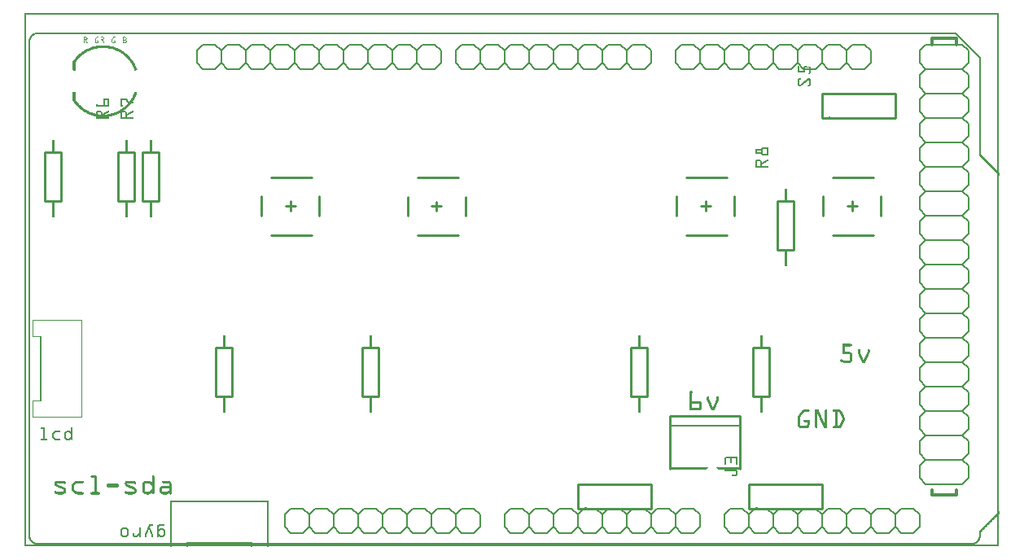
<source format=gto>
G04 MADE WITH FRITZING*
G04 WWW.FRITZING.ORG*
G04 DOUBLE SIDED*
G04 HOLES PLATED*
G04 CONTOUR ON CENTER OF CONTOUR VECTOR*
%ASAXBY*%
%FSLAX23Y23*%
%MOIN*%
%OFA0B0*%
%SFA1.0B1.0*%
%ADD10C,0.012000*%
%ADD11C,0.006000*%
%ADD12C,0.010000*%
%ADD13C,0.005000*%
%ADD14R,0.001000X0.001000*%
%LNSILK1*%
G90*
G70*
G54D10*
X3717Y230D02*
X3717Y210D01*
D02*
X3717Y210D02*
X3817Y210D01*
D02*
X3817Y210D02*
X3817Y230D01*
D02*
X3717Y2055D02*
X3717Y2080D01*
D02*
X3717Y2080D02*
X3817Y2080D01*
D02*
X3817Y2080D02*
X3817Y2055D01*
G54D11*
D02*
X3492Y155D02*
X3542Y155D01*
D02*
X3542Y155D02*
X3567Y130D01*
D02*
X3567Y130D02*
X3567Y80D01*
D02*
X3567Y80D02*
X3542Y55D01*
D02*
X3367Y130D02*
X3392Y155D01*
D02*
X3392Y155D02*
X3442Y155D01*
D02*
X3442Y155D02*
X3467Y130D01*
D02*
X3467Y130D02*
X3467Y80D01*
D02*
X3467Y80D02*
X3442Y55D01*
D02*
X3442Y55D02*
X3392Y55D01*
D02*
X3392Y55D02*
X3367Y80D01*
D02*
X3492Y155D02*
X3467Y130D01*
D02*
X3467Y80D02*
X3492Y55D01*
D02*
X3542Y55D02*
X3492Y55D01*
D02*
X3192Y155D02*
X3242Y155D01*
D02*
X3242Y155D02*
X3267Y130D01*
D02*
X3267Y130D02*
X3267Y80D01*
D02*
X3267Y80D02*
X3242Y55D01*
D02*
X3267Y130D02*
X3292Y155D01*
D02*
X3292Y155D02*
X3342Y155D01*
D02*
X3342Y155D02*
X3367Y130D01*
D02*
X3367Y130D02*
X3367Y80D01*
D02*
X3367Y80D02*
X3342Y55D01*
D02*
X3342Y55D02*
X3292Y55D01*
D02*
X3292Y55D02*
X3267Y80D01*
D02*
X3067Y130D02*
X3092Y155D01*
D02*
X3092Y155D02*
X3142Y155D01*
D02*
X3142Y155D02*
X3167Y130D01*
D02*
X3167Y130D02*
X3167Y80D01*
D02*
X3167Y80D02*
X3142Y55D01*
D02*
X3142Y55D02*
X3092Y55D01*
D02*
X3092Y55D02*
X3067Y80D01*
D02*
X3192Y155D02*
X3167Y130D01*
D02*
X3167Y80D02*
X3192Y55D01*
D02*
X3242Y55D02*
X3192Y55D01*
D02*
X2892Y155D02*
X2942Y155D01*
D02*
X2942Y155D02*
X2967Y130D01*
D02*
X2967Y130D02*
X2967Y80D01*
D02*
X2967Y80D02*
X2942Y55D01*
D02*
X2967Y130D02*
X2992Y155D01*
D02*
X2992Y155D02*
X3042Y155D01*
D02*
X3042Y155D02*
X3067Y130D01*
D02*
X3067Y130D02*
X3067Y80D01*
D02*
X3067Y80D02*
X3042Y55D01*
D02*
X3042Y55D02*
X2992Y55D01*
D02*
X2992Y55D02*
X2967Y80D01*
D02*
X2867Y130D02*
X2867Y80D01*
D02*
X2892Y155D02*
X2867Y130D01*
D02*
X2867Y80D02*
X2892Y55D01*
D02*
X2942Y55D02*
X2892Y55D01*
D02*
X3592Y155D02*
X3642Y155D01*
D02*
X3642Y155D02*
X3667Y130D01*
D02*
X3667Y130D02*
X3667Y80D01*
D02*
X3667Y80D02*
X3642Y55D01*
D02*
X3592Y155D02*
X3567Y130D01*
D02*
X3567Y80D02*
X3592Y55D01*
D02*
X3642Y55D02*
X3592Y55D01*
D02*
X2592Y155D02*
X2642Y155D01*
D02*
X2642Y155D02*
X2667Y130D01*
D02*
X2667Y130D02*
X2667Y80D01*
D02*
X2667Y80D02*
X2642Y55D01*
D02*
X2467Y130D02*
X2492Y155D01*
D02*
X2492Y155D02*
X2542Y155D01*
D02*
X2542Y155D02*
X2567Y130D01*
D02*
X2567Y130D02*
X2567Y80D01*
D02*
X2567Y80D02*
X2542Y55D01*
D02*
X2542Y55D02*
X2492Y55D01*
D02*
X2492Y55D02*
X2467Y80D01*
D02*
X2592Y155D02*
X2567Y130D01*
D02*
X2567Y80D02*
X2592Y55D01*
D02*
X2642Y55D02*
X2592Y55D01*
D02*
X2292Y155D02*
X2342Y155D01*
D02*
X2342Y155D02*
X2367Y130D01*
D02*
X2367Y130D02*
X2367Y80D01*
D02*
X2367Y80D02*
X2342Y55D01*
D02*
X2367Y130D02*
X2392Y155D01*
D02*
X2392Y155D02*
X2442Y155D01*
D02*
X2442Y155D02*
X2467Y130D01*
D02*
X2467Y130D02*
X2467Y80D01*
D02*
X2467Y80D02*
X2442Y55D01*
D02*
X2442Y55D02*
X2392Y55D01*
D02*
X2392Y55D02*
X2367Y80D01*
D02*
X2167Y130D02*
X2192Y155D01*
D02*
X2192Y155D02*
X2242Y155D01*
D02*
X2242Y155D02*
X2267Y130D01*
D02*
X2267Y130D02*
X2267Y80D01*
D02*
X2267Y80D02*
X2242Y55D01*
D02*
X2242Y55D02*
X2192Y55D01*
D02*
X2192Y55D02*
X2167Y80D01*
D02*
X2292Y155D02*
X2267Y130D01*
D02*
X2267Y80D02*
X2292Y55D01*
D02*
X2342Y55D02*
X2292Y55D01*
D02*
X1992Y155D02*
X2042Y155D01*
D02*
X2042Y155D02*
X2067Y130D01*
D02*
X2067Y130D02*
X2067Y80D01*
D02*
X2067Y80D02*
X2042Y55D01*
D02*
X2067Y130D02*
X2092Y155D01*
D02*
X2092Y155D02*
X2142Y155D01*
D02*
X2142Y155D02*
X2167Y130D01*
D02*
X2167Y130D02*
X2167Y80D01*
D02*
X2167Y80D02*
X2142Y55D01*
D02*
X2142Y55D02*
X2092Y55D01*
D02*
X2092Y55D02*
X2067Y80D01*
D02*
X1967Y130D02*
X1967Y80D01*
D02*
X1992Y155D02*
X1967Y130D01*
D02*
X1967Y80D02*
X1992Y55D01*
D02*
X2042Y55D02*
X1992Y55D01*
D02*
X2692Y155D02*
X2742Y155D01*
D02*
X2742Y155D02*
X2767Y130D01*
D02*
X2767Y130D02*
X2767Y80D01*
D02*
X2767Y80D02*
X2742Y55D01*
D02*
X2692Y155D02*
X2667Y130D01*
D02*
X2667Y80D02*
X2692Y55D01*
D02*
X2742Y55D02*
X2692Y55D01*
D02*
X2842Y1955D02*
X2792Y1955D01*
D02*
X2792Y1955D02*
X2767Y1980D01*
D02*
X2767Y1980D02*
X2767Y2030D01*
D02*
X2767Y2030D02*
X2792Y2055D01*
D02*
X2967Y1980D02*
X2942Y1955D01*
D02*
X2942Y1955D02*
X2892Y1955D01*
D02*
X2892Y1955D02*
X2867Y1980D01*
D02*
X2867Y1980D02*
X2867Y2030D01*
D02*
X2867Y2030D02*
X2892Y2055D01*
D02*
X2892Y2055D02*
X2942Y2055D01*
D02*
X2942Y2055D02*
X2967Y2030D01*
D02*
X2842Y1955D02*
X2867Y1980D01*
D02*
X2867Y2030D02*
X2842Y2055D01*
D02*
X2792Y2055D02*
X2842Y2055D01*
D02*
X3142Y1955D02*
X3092Y1955D01*
D02*
X3092Y1955D02*
X3067Y1980D01*
D02*
X3067Y1980D02*
X3067Y2030D01*
D02*
X3067Y2030D02*
X3092Y2055D01*
D02*
X3067Y1980D02*
X3042Y1955D01*
D02*
X3042Y1955D02*
X2992Y1955D01*
D02*
X2992Y1955D02*
X2967Y1980D01*
D02*
X2967Y1980D02*
X2967Y2030D01*
D02*
X2967Y2030D02*
X2992Y2055D01*
D02*
X2992Y2055D02*
X3042Y2055D01*
D02*
X3042Y2055D02*
X3067Y2030D01*
D02*
X3267Y1980D02*
X3242Y1955D01*
D02*
X3242Y1955D02*
X3192Y1955D01*
D02*
X3192Y1955D02*
X3167Y1980D01*
D02*
X3167Y1980D02*
X3167Y2030D01*
D02*
X3167Y2030D02*
X3192Y2055D01*
D02*
X3192Y2055D02*
X3242Y2055D01*
D02*
X3242Y2055D02*
X3267Y2030D01*
D02*
X3142Y1955D02*
X3167Y1980D01*
D02*
X3167Y2030D02*
X3142Y2055D01*
D02*
X3092Y2055D02*
X3142Y2055D01*
D02*
X3442Y1955D02*
X3392Y1955D01*
D02*
X3392Y1955D02*
X3367Y1980D01*
D02*
X3367Y1980D02*
X3367Y2030D01*
D02*
X3367Y2030D02*
X3392Y2055D01*
D02*
X3367Y1980D02*
X3342Y1955D01*
D02*
X3342Y1955D02*
X3292Y1955D01*
D02*
X3292Y1955D02*
X3267Y1980D01*
D02*
X3267Y1980D02*
X3267Y2030D01*
D02*
X3267Y2030D02*
X3292Y2055D01*
D02*
X3292Y2055D02*
X3342Y2055D01*
D02*
X3342Y2055D02*
X3367Y2030D01*
D02*
X3467Y1980D02*
X3467Y2030D01*
D02*
X3442Y1955D02*
X3467Y1980D01*
D02*
X3467Y2030D02*
X3442Y2055D01*
D02*
X3392Y2055D02*
X3442Y2055D01*
D02*
X2742Y1955D02*
X2692Y1955D01*
D02*
X2692Y1955D02*
X2667Y1980D01*
D02*
X2667Y1980D02*
X2667Y2030D01*
D02*
X2667Y2030D02*
X2692Y2055D01*
D02*
X2742Y1955D02*
X2767Y1980D01*
D02*
X2767Y2030D02*
X2742Y2055D01*
D02*
X2692Y2055D02*
X2742Y2055D01*
D02*
X1507Y2030D02*
X1532Y2055D01*
D02*
X1532Y2055D02*
X1582Y2055D01*
D02*
X1582Y2055D02*
X1607Y2030D01*
D02*
X1607Y2030D02*
X1607Y1980D01*
D02*
X1607Y1980D02*
X1582Y1955D01*
D02*
X1582Y1955D02*
X1532Y1955D01*
D02*
X1532Y1955D02*
X1507Y1980D01*
D02*
X1332Y2055D02*
X1382Y2055D01*
D02*
X1382Y2055D02*
X1407Y2030D01*
D02*
X1407Y2030D02*
X1407Y1980D01*
D02*
X1407Y1980D02*
X1382Y1955D01*
D02*
X1407Y2030D02*
X1432Y2055D01*
D02*
X1432Y2055D02*
X1482Y2055D01*
D02*
X1482Y2055D02*
X1507Y2030D01*
D02*
X1507Y2030D02*
X1507Y1980D01*
D02*
X1507Y1980D02*
X1482Y1955D01*
D02*
X1482Y1955D02*
X1432Y1955D01*
D02*
X1432Y1955D02*
X1407Y1980D01*
D02*
X1207Y2030D02*
X1232Y2055D01*
D02*
X1232Y2055D02*
X1282Y2055D01*
D02*
X1282Y2055D02*
X1307Y2030D01*
D02*
X1307Y2030D02*
X1307Y1980D01*
D02*
X1307Y1980D02*
X1282Y1955D01*
D02*
X1282Y1955D02*
X1232Y1955D01*
D02*
X1232Y1955D02*
X1207Y1980D01*
D02*
X1332Y2055D02*
X1307Y2030D01*
D02*
X1307Y1980D02*
X1332Y1955D01*
D02*
X1382Y1955D02*
X1332Y1955D01*
D02*
X1032Y2055D02*
X1082Y2055D01*
D02*
X1082Y2055D02*
X1107Y2030D01*
D02*
X1107Y2030D02*
X1107Y1980D01*
D02*
X1107Y1980D02*
X1082Y1955D01*
D02*
X1107Y2030D02*
X1132Y2055D01*
D02*
X1132Y2055D02*
X1182Y2055D01*
D02*
X1182Y2055D02*
X1207Y2030D01*
D02*
X1207Y2030D02*
X1207Y1980D01*
D02*
X1207Y1980D02*
X1182Y1955D01*
D02*
X1182Y1955D02*
X1132Y1955D01*
D02*
X1132Y1955D02*
X1107Y1980D01*
D02*
X907Y2030D02*
X932Y2055D01*
D02*
X932Y2055D02*
X982Y2055D01*
D02*
X982Y2055D02*
X1007Y2030D01*
D02*
X1007Y2030D02*
X1007Y1980D01*
D02*
X1007Y1980D02*
X982Y1955D01*
D02*
X982Y1955D02*
X932Y1955D01*
D02*
X932Y1955D02*
X907Y1980D01*
D02*
X1032Y2055D02*
X1007Y2030D01*
D02*
X1007Y1980D02*
X1032Y1955D01*
D02*
X1082Y1955D02*
X1032Y1955D01*
D02*
X732Y2055D02*
X782Y2055D01*
D02*
X782Y2055D02*
X807Y2030D01*
D02*
X807Y2030D02*
X807Y1980D01*
D02*
X807Y1980D02*
X782Y1955D01*
D02*
X807Y2030D02*
X832Y2055D01*
D02*
X832Y2055D02*
X882Y2055D01*
D02*
X882Y2055D02*
X907Y2030D01*
D02*
X907Y2030D02*
X907Y1980D01*
D02*
X907Y1980D02*
X882Y1955D01*
D02*
X882Y1955D02*
X832Y1955D01*
D02*
X832Y1955D02*
X807Y1980D01*
D02*
X707Y2030D02*
X707Y1980D01*
D02*
X732Y2055D02*
X707Y2030D01*
D02*
X707Y1980D02*
X732Y1955D01*
D02*
X782Y1955D02*
X732Y1955D01*
D02*
X1632Y2055D02*
X1682Y2055D01*
D02*
X1682Y2055D02*
X1707Y2030D01*
D02*
X1707Y2030D02*
X1707Y1980D01*
D02*
X1707Y1980D02*
X1682Y1955D01*
D02*
X1632Y2055D02*
X1607Y2030D01*
D02*
X1607Y1980D02*
X1632Y1955D01*
D02*
X1682Y1955D02*
X1632Y1955D01*
D02*
X1692Y155D02*
X1742Y155D01*
D02*
X1742Y155D02*
X1767Y130D01*
D02*
X1767Y130D02*
X1767Y80D01*
D02*
X1767Y80D02*
X1742Y55D01*
D02*
X1567Y130D02*
X1592Y155D01*
D02*
X1592Y155D02*
X1642Y155D01*
D02*
X1642Y155D02*
X1667Y130D01*
D02*
X1667Y130D02*
X1667Y80D01*
D02*
X1667Y80D02*
X1642Y55D01*
D02*
X1642Y55D02*
X1592Y55D01*
D02*
X1592Y55D02*
X1567Y80D01*
D02*
X1692Y155D02*
X1667Y130D01*
D02*
X1667Y80D02*
X1692Y55D01*
D02*
X1742Y55D02*
X1692Y55D01*
D02*
X1392Y155D02*
X1442Y155D01*
D02*
X1442Y155D02*
X1467Y130D01*
D02*
X1467Y130D02*
X1467Y80D01*
D02*
X1467Y80D02*
X1442Y55D01*
D02*
X1467Y130D02*
X1492Y155D01*
D02*
X1492Y155D02*
X1542Y155D01*
D02*
X1542Y155D02*
X1567Y130D01*
D02*
X1567Y130D02*
X1567Y80D01*
D02*
X1567Y80D02*
X1542Y55D01*
D02*
X1542Y55D02*
X1492Y55D01*
D02*
X1492Y55D02*
X1467Y80D01*
D02*
X1267Y130D02*
X1292Y155D01*
D02*
X1292Y155D02*
X1342Y155D01*
D02*
X1342Y155D02*
X1367Y130D01*
D02*
X1367Y130D02*
X1367Y80D01*
D02*
X1367Y80D02*
X1342Y55D01*
D02*
X1342Y55D02*
X1292Y55D01*
D02*
X1292Y55D02*
X1267Y80D01*
D02*
X1392Y155D02*
X1367Y130D01*
D02*
X1367Y80D02*
X1392Y55D01*
D02*
X1442Y55D02*
X1392Y55D01*
D02*
X1092Y155D02*
X1142Y155D01*
D02*
X1142Y155D02*
X1167Y130D01*
D02*
X1167Y130D02*
X1167Y80D01*
D02*
X1167Y80D02*
X1142Y55D01*
D02*
X1167Y130D02*
X1192Y155D01*
D02*
X1192Y155D02*
X1242Y155D01*
D02*
X1242Y155D02*
X1267Y130D01*
D02*
X1267Y130D02*
X1267Y80D01*
D02*
X1267Y80D02*
X1242Y55D01*
D02*
X1242Y55D02*
X1192Y55D01*
D02*
X1192Y55D02*
X1167Y80D01*
D02*
X1067Y130D02*
X1067Y80D01*
D02*
X1092Y155D02*
X1067Y130D01*
D02*
X1067Y80D02*
X1092Y55D01*
D02*
X1142Y55D02*
X1092Y55D01*
D02*
X1792Y155D02*
X1842Y155D01*
D02*
X1842Y155D02*
X1867Y130D01*
D02*
X1867Y130D02*
X1867Y80D01*
D02*
X1867Y80D02*
X1842Y55D01*
D02*
X1792Y155D02*
X1767Y130D01*
D02*
X1767Y80D02*
X1792Y55D01*
D02*
X1842Y55D02*
X1792Y55D01*
D02*
X1942Y1955D02*
X1892Y1955D01*
D02*
X1892Y1955D02*
X1867Y1980D01*
D02*
X1867Y1980D02*
X1867Y2030D01*
D02*
X1867Y2030D02*
X1892Y2055D01*
D02*
X2067Y1980D02*
X2042Y1955D01*
D02*
X2042Y1955D02*
X1992Y1955D01*
D02*
X1992Y1955D02*
X1967Y1980D01*
D02*
X1967Y1980D02*
X1967Y2030D01*
D02*
X1967Y2030D02*
X1992Y2055D01*
D02*
X1992Y2055D02*
X2042Y2055D01*
D02*
X2042Y2055D02*
X2067Y2030D01*
D02*
X1942Y1955D02*
X1967Y1980D01*
D02*
X1967Y2030D02*
X1942Y2055D01*
D02*
X1892Y2055D02*
X1942Y2055D01*
D02*
X2242Y1955D02*
X2192Y1955D01*
D02*
X2192Y1955D02*
X2167Y1980D01*
D02*
X2167Y1980D02*
X2167Y2030D01*
D02*
X2167Y2030D02*
X2192Y2055D01*
D02*
X2167Y1980D02*
X2142Y1955D01*
D02*
X2142Y1955D02*
X2092Y1955D01*
D02*
X2092Y1955D02*
X2067Y1980D01*
D02*
X2067Y1980D02*
X2067Y2030D01*
D02*
X2067Y2030D02*
X2092Y2055D01*
D02*
X2092Y2055D02*
X2142Y2055D01*
D02*
X2142Y2055D02*
X2167Y2030D01*
D02*
X2367Y1980D02*
X2342Y1955D01*
D02*
X2342Y1955D02*
X2292Y1955D01*
D02*
X2292Y1955D02*
X2267Y1980D01*
D02*
X2267Y1980D02*
X2267Y2030D01*
D02*
X2267Y2030D02*
X2292Y2055D01*
D02*
X2292Y2055D02*
X2342Y2055D01*
D02*
X2342Y2055D02*
X2367Y2030D01*
D02*
X2242Y1955D02*
X2267Y1980D01*
D02*
X2267Y2030D02*
X2242Y2055D01*
D02*
X2192Y2055D02*
X2242Y2055D01*
D02*
X2542Y1955D02*
X2492Y1955D01*
D02*
X2492Y1955D02*
X2467Y1980D01*
D02*
X2467Y1980D02*
X2467Y2030D01*
D02*
X2467Y2030D02*
X2492Y2055D01*
D02*
X2467Y1980D02*
X2442Y1955D01*
D02*
X2442Y1955D02*
X2392Y1955D01*
D02*
X2392Y1955D02*
X2367Y1980D01*
D02*
X2367Y1980D02*
X2367Y2030D01*
D02*
X2367Y2030D02*
X2392Y2055D01*
D02*
X2392Y2055D02*
X2442Y2055D01*
D02*
X2442Y2055D02*
X2467Y2030D01*
D02*
X2567Y1980D02*
X2567Y2030D01*
D02*
X2542Y1955D02*
X2567Y1980D01*
D02*
X2567Y2030D02*
X2542Y2055D01*
D02*
X2492Y2055D02*
X2542Y2055D01*
D02*
X1842Y1955D02*
X1792Y1955D01*
D02*
X1792Y1955D02*
X1767Y1980D01*
D02*
X1767Y1980D02*
X1767Y2030D01*
D02*
X1767Y2030D02*
X1792Y2055D01*
D02*
X1842Y1955D02*
X1867Y1980D01*
D02*
X1867Y2030D02*
X1842Y2055D01*
D02*
X1792Y2055D02*
X1842Y2055D01*
D02*
X3692Y2055D02*
X3667Y2030D01*
D02*
X3667Y2030D02*
X3667Y1980D01*
D02*
X3667Y1980D02*
X3692Y1955D01*
D02*
X3692Y1955D02*
X3667Y1930D01*
D02*
X3667Y1930D02*
X3667Y1880D01*
D02*
X3667Y1880D02*
X3692Y1855D01*
D02*
X3692Y1855D02*
X3667Y1830D01*
D02*
X3667Y1830D02*
X3667Y1780D01*
D02*
X3667Y1780D02*
X3692Y1755D01*
D02*
X3692Y1755D02*
X3667Y1730D01*
D02*
X3667Y1730D02*
X3667Y1680D01*
D02*
X3667Y1680D02*
X3692Y1655D01*
D02*
X3692Y1655D02*
X3667Y1630D01*
D02*
X3667Y1630D02*
X3667Y1580D01*
D02*
X3667Y1580D02*
X3692Y1555D01*
D02*
X3692Y1555D02*
X3667Y1530D01*
D02*
X3667Y1530D02*
X3667Y1480D01*
D02*
X3667Y1480D02*
X3692Y1455D01*
D02*
X3692Y2055D02*
X3842Y2055D01*
D02*
X3842Y2055D02*
X3867Y2030D01*
D02*
X3867Y2030D02*
X3867Y1980D01*
D02*
X3867Y1980D02*
X3842Y1955D01*
D02*
X3842Y1955D02*
X3867Y1930D01*
D02*
X3867Y1930D02*
X3867Y1880D01*
D02*
X3867Y1880D02*
X3842Y1855D01*
D02*
X3842Y1855D02*
X3867Y1830D01*
D02*
X3867Y1830D02*
X3867Y1780D01*
D02*
X3867Y1780D02*
X3842Y1755D01*
D02*
X3842Y1755D02*
X3867Y1730D01*
D02*
X3867Y1730D02*
X3867Y1680D01*
D02*
X3867Y1680D02*
X3842Y1655D01*
D02*
X3842Y1655D02*
X3867Y1630D01*
D02*
X3867Y1630D02*
X3867Y1580D01*
D02*
X3867Y1580D02*
X3842Y1555D01*
D02*
X3842Y1555D02*
X3867Y1530D01*
D02*
X3867Y1530D02*
X3867Y1480D01*
D02*
X3867Y1480D02*
X3842Y1455D01*
D02*
X3842Y1455D02*
X3867Y1430D01*
D02*
X3867Y1430D02*
X3867Y1380D01*
D02*
X3867Y1380D02*
X3842Y1355D01*
D02*
X3842Y1355D02*
X3867Y1330D01*
D02*
X3867Y1330D02*
X3867Y1280D01*
D02*
X3867Y1280D02*
X3842Y1255D01*
D02*
X3842Y1255D02*
X3867Y1230D01*
D02*
X3867Y1230D02*
X3867Y1180D01*
D02*
X3867Y1180D02*
X3842Y1155D01*
D02*
X3842Y1155D02*
X3867Y1130D01*
D02*
X3867Y1130D02*
X3867Y1080D01*
D02*
X3867Y1080D02*
X3842Y1055D01*
D02*
X3842Y1055D02*
X3867Y1030D01*
D02*
X3867Y1030D02*
X3867Y980D01*
D02*
X3867Y980D02*
X3842Y955D01*
D02*
X3842Y955D02*
X3867Y930D01*
D02*
X3867Y930D02*
X3867Y880D01*
D02*
X3842Y855D02*
X3867Y880D01*
D02*
X3842Y855D02*
X3867Y830D01*
D02*
X3867Y780D02*
X3867Y830D01*
D02*
X3867Y780D02*
X3842Y755D01*
D02*
X3842Y755D02*
X3867Y730D01*
D02*
X3867Y680D02*
X3867Y730D01*
D02*
X3867Y680D02*
X3842Y655D01*
D02*
X3842Y655D02*
X3867Y630D01*
D02*
X3867Y580D02*
X3867Y630D01*
D02*
X3867Y580D02*
X3842Y555D01*
D02*
X3842Y555D02*
X3867Y530D01*
D02*
X3867Y480D02*
X3867Y530D01*
D02*
X3867Y480D02*
X3842Y455D01*
D02*
X3842Y455D02*
X3867Y430D01*
D02*
X3867Y380D02*
X3867Y430D01*
D02*
X3867Y380D02*
X3842Y355D01*
D02*
X3842Y355D02*
X3867Y330D01*
D02*
X3867Y280D02*
X3867Y330D01*
D02*
X3867Y280D02*
X3842Y255D01*
D02*
X3692Y255D02*
X3667Y280D01*
D02*
X3667Y280D02*
X3667Y330D01*
D02*
X3692Y355D02*
X3667Y330D01*
D02*
X3692Y355D02*
X3667Y380D01*
D02*
X3667Y380D02*
X3667Y430D01*
D02*
X3692Y455D02*
X3667Y430D01*
D02*
X3692Y455D02*
X3667Y480D01*
D02*
X3667Y530D02*
X3667Y480D01*
D02*
X3667Y530D02*
X3692Y555D01*
D02*
X3692Y555D02*
X3667Y580D01*
D02*
X3667Y630D02*
X3667Y580D01*
D02*
X3667Y630D02*
X3692Y655D01*
D02*
X3692Y655D02*
X3667Y680D01*
D02*
X3667Y680D02*
X3667Y730D01*
D02*
X3692Y755D02*
X3667Y730D01*
D02*
X3692Y755D02*
X3667Y780D01*
D02*
X3667Y780D02*
X3667Y830D01*
D02*
X3692Y855D02*
X3667Y830D01*
D02*
X3692Y855D02*
X3667Y880D01*
D02*
X3667Y880D02*
X3667Y930D01*
D02*
X3692Y955D02*
X3667Y930D01*
D02*
X3692Y955D02*
X3667Y980D01*
D02*
X3667Y980D02*
X3667Y1030D01*
D02*
X3692Y1055D02*
X3667Y1030D01*
D02*
X3692Y1055D02*
X3667Y1080D01*
D02*
X3667Y1080D02*
X3667Y1130D01*
D02*
X3692Y1155D02*
X3667Y1130D01*
D02*
X3692Y1155D02*
X3667Y1180D01*
D02*
X3667Y1180D02*
X3667Y1230D01*
D02*
X3692Y1255D02*
X3667Y1230D01*
D02*
X3692Y1255D02*
X3667Y1280D01*
D02*
X3667Y1280D02*
X3667Y1330D01*
D02*
X3692Y1355D02*
X3667Y1330D01*
D02*
X3692Y1355D02*
X3667Y1380D01*
D02*
X3667Y1380D02*
X3667Y1430D01*
D02*
X3692Y1455D02*
X3667Y1430D01*
D02*
X3842Y1955D02*
X3692Y1955D01*
D02*
X3842Y1855D02*
X3692Y1855D01*
D02*
X3842Y1755D02*
X3692Y1755D01*
D02*
X3842Y1655D02*
X3692Y1655D01*
D02*
X3842Y1555D02*
X3692Y1555D01*
D02*
X3842Y1455D02*
X3692Y1455D01*
D02*
X3842Y1355D02*
X3692Y1355D01*
D02*
X3842Y1255D02*
X3692Y1255D01*
D02*
X3842Y1155D02*
X3692Y1155D01*
D02*
X3842Y1055D02*
X3692Y1055D01*
D02*
X3842Y955D02*
X3692Y955D01*
D02*
X3842Y855D02*
X3692Y855D01*
D02*
X3842Y755D02*
X3692Y755D01*
D02*
X3842Y655D02*
X3692Y655D01*
D02*
X3842Y555D02*
X3692Y555D01*
D02*
X3842Y455D02*
X3692Y455D01*
D02*
X3842Y355D02*
X3692Y355D01*
D02*
X3842Y255D02*
X3692Y255D01*
G54D12*
D02*
X84Y1414D02*
X84Y1614D01*
D02*
X84Y1614D02*
X150Y1614D01*
D02*
X150Y1614D02*
X150Y1414D01*
D02*
X150Y1414D02*
X84Y1414D01*
D02*
X384Y1414D02*
X384Y1614D01*
D02*
X384Y1614D02*
X450Y1614D01*
D02*
X450Y1614D02*
X450Y1414D01*
D02*
X450Y1414D02*
X384Y1414D01*
D02*
X484Y1414D02*
X484Y1614D01*
D02*
X484Y1614D02*
X550Y1614D01*
D02*
X550Y1614D02*
X550Y1414D01*
D02*
X550Y1414D02*
X484Y1414D01*
D02*
X784Y614D02*
X784Y814D01*
D02*
X784Y814D02*
X850Y814D01*
D02*
X850Y814D02*
X850Y614D01*
D02*
X850Y614D02*
X784Y614D01*
D02*
X3267Y1755D02*
X3567Y1755D01*
D02*
X3567Y1755D02*
X3567Y1855D01*
D02*
X3567Y1855D02*
X3267Y1855D01*
D02*
X3267Y1855D02*
X3267Y1755D01*
D02*
X3084Y1214D02*
X3084Y1414D01*
D02*
X3084Y1414D02*
X3150Y1414D01*
D02*
X3150Y1414D02*
X3150Y1214D01*
D02*
X3150Y1214D02*
X3084Y1214D01*
D02*
X1806Y1432D02*
X1806Y1353D01*
D02*
X1609Y1511D02*
X1776Y1511D01*
D02*
X1609Y1275D02*
X1776Y1275D01*
D02*
X1570Y1432D02*
X1570Y1353D01*
D02*
X1688Y1412D02*
X1688Y1373D01*
D02*
X1707Y1393D02*
X1668Y1393D01*
D02*
X2929Y317D02*
X2929Y533D01*
D02*
X2929Y533D02*
X2643Y533D01*
D02*
X2643Y533D02*
X2643Y317D01*
G54D13*
D02*
X2929Y493D02*
X2643Y493D01*
G54D12*
D02*
X2267Y155D02*
X2567Y155D01*
D02*
X2567Y155D02*
X2567Y255D01*
D02*
X2567Y255D02*
X2267Y255D01*
D02*
X2267Y255D02*
X2267Y155D01*
D02*
X2967Y155D02*
X3267Y155D01*
D02*
X3267Y155D02*
X3267Y255D01*
D02*
X3267Y255D02*
X2967Y255D01*
D02*
X2967Y255D02*
X2967Y155D01*
D02*
X1207Y1433D02*
X1207Y1354D01*
D02*
X1010Y1512D02*
X1178Y1512D01*
D02*
X1010Y1275D02*
X1178Y1275D01*
D02*
X971Y1433D02*
X971Y1354D01*
D02*
X1089Y1413D02*
X1089Y1374D01*
D02*
X1109Y1393D02*
X1069Y1393D01*
D02*
X2907Y1433D02*
X2907Y1354D01*
D02*
X2710Y1512D02*
X2878Y1512D01*
D02*
X2710Y1275D02*
X2878Y1275D01*
D02*
X2671Y1433D02*
X2671Y1354D01*
D02*
X2789Y1413D02*
X2789Y1374D01*
D02*
X2809Y1393D02*
X2769Y1393D01*
D02*
X3507Y1433D02*
X3507Y1354D01*
D02*
X3310Y1512D02*
X3478Y1512D01*
D02*
X3310Y1275D02*
X3478Y1275D01*
D02*
X3271Y1433D02*
X3271Y1354D01*
D02*
X3389Y1413D02*
X3389Y1374D01*
D02*
X3409Y1393D02*
X3369Y1393D01*
D02*
X1384Y614D02*
X1384Y814D01*
D02*
X1384Y814D02*
X1450Y814D01*
D02*
X1450Y814D02*
X1450Y614D01*
D02*
X1450Y614D02*
X1384Y614D01*
D02*
X2484Y614D02*
X2484Y814D01*
D02*
X2484Y814D02*
X2550Y814D01*
D02*
X2550Y814D02*
X2550Y614D01*
D02*
X2550Y614D02*
X2484Y614D01*
D02*
X2984Y614D02*
X2984Y814D01*
D02*
X2984Y814D02*
X3050Y814D01*
D02*
X3050Y814D02*
X3050Y614D01*
D02*
X3050Y614D02*
X2984Y614D01*
G54D14*
X1Y2184D02*
X3991Y2184D01*
X1Y2183D02*
X3991Y2183D01*
X1Y2182D02*
X3991Y2182D01*
X1Y2181D02*
X3991Y2181D01*
X1Y2180D02*
X3991Y2180D01*
X1Y2179D02*
X3991Y2179D01*
X1Y2178D02*
X3991Y2178D01*
X1Y2177D02*
X3991Y2177D01*
X1Y2176D02*
X8Y2176D01*
X3984Y2176D02*
X3991Y2176D01*
X1Y2175D02*
X8Y2175D01*
X3984Y2175D02*
X3991Y2175D01*
X1Y2174D02*
X8Y2174D01*
X3984Y2174D02*
X3991Y2174D01*
X1Y2173D02*
X8Y2173D01*
X3984Y2173D02*
X3991Y2173D01*
X1Y2172D02*
X8Y2172D01*
X3984Y2172D02*
X3991Y2172D01*
X1Y2171D02*
X8Y2171D01*
X3984Y2171D02*
X3991Y2171D01*
X1Y2170D02*
X8Y2170D01*
X3984Y2170D02*
X3991Y2170D01*
X1Y2169D02*
X8Y2169D01*
X3984Y2169D02*
X3991Y2169D01*
X1Y2168D02*
X8Y2168D01*
X3984Y2168D02*
X3991Y2168D01*
X1Y2167D02*
X8Y2167D01*
X3984Y2167D02*
X3991Y2167D01*
X1Y2166D02*
X8Y2166D01*
X3984Y2166D02*
X3991Y2166D01*
X1Y2165D02*
X8Y2165D01*
X3984Y2165D02*
X3991Y2165D01*
X1Y2164D02*
X8Y2164D01*
X3984Y2164D02*
X3991Y2164D01*
X1Y2163D02*
X8Y2163D01*
X3984Y2163D02*
X3991Y2163D01*
X1Y2162D02*
X8Y2162D01*
X3984Y2162D02*
X3991Y2162D01*
X1Y2161D02*
X8Y2161D01*
X3984Y2161D02*
X3991Y2161D01*
X1Y2160D02*
X8Y2160D01*
X3984Y2160D02*
X3991Y2160D01*
X1Y2159D02*
X8Y2159D01*
X3984Y2159D02*
X3991Y2159D01*
X1Y2158D02*
X8Y2158D01*
X3984Y2158D02*
X3991Y2158D01*
X1Y2157D02*
X8Y2157D01*
X3984Y2157D02*
X3991Y2157D01*
X1Y2156D02*
X8Y2156D01*
X3984Y2156D02*
X3991Y2156D01*
X1Y2155D02*
X8Y2155D01*
X3984Y2155D02*
X3991Y2155D01*
X1Y2154D02*
X8Y2154D01*
X3984Y2154D02*
X3991Y2154D01*
X1Y2153D02*
X8Y2153D01*
X3984Y2153D02*
X3991Y2153D01*
X1Y2152D02*
X8Y2152D01*
X3984Y2152D02*
X3991Y2152D01*
X1Y2151D02*
X8Y2151D01*
X3984Y2151D02*
X3991Y2151D01*
X1Y2150D02*
X8Y2150D01*
X3984Y2150D02*
X3991Y2150D01*
X1Y2149D02*
X8Y2149D01*
X3984Y2149D02*
X3991Y2149D01*
X1Y2148D02*
X8Y2148D01*
X3984Y2148D02*
X3991Y2148D01*
X1Y2147D02*
X8Y2147D01*
X3984Y2147D02*
X3991Y2147D01*
X1Y2146D02*
X8Y2146D01*
X3984Y2146D02*
X3991Y2146D01*
X1Y2145D02*
X8Y2145D01*
X3984Y2145D02*
X3991Y2145D01*
X1Y2144D02*
X8Y2144D01*
X3984Y2144D02*
X3991Y2144D01*
X1Y2143D02*
X8Y2143D01*
X3984Y2143D02*
X3991Y2143D01*
X1Y2142D02*
X8Y2142D01*
X3984Y2142D02*
X3991Y2142D01*
X1Y2141D02*
X8Y2141D01*
X3984Y2141D02*
X3991Y2141D01*
X1Y2140D02*
X8Y2140D01*
X3984Y2140D02*
X3991Y2140D01*
X1Y2139D02*
X8Y2139D01*
X3984Y2139D02*
X3991Y2139D01*
X1Y2138D02*
X8Y2138D01*
X3984Y2138D02*
X3991Y2138D01*
X1Y2137D02*
X8Y2137D01*
X3984Y2137D02*
X3991Y2137D01*
X1Y2136D02*
X8Y2136D01*
X3984Y2136D02*
X3991Y2136D01*
X1Y2135D02*
X8Y2135D01*
X3984Y2135D02*
X3991Y2135D01*
X1Y2134D02*
X8Y2134D01*
X3984Y2134D02*
X3991Y2134D01*
X1Y2133D02*
X8Y2133D01*
X3984Y2133D02*
X3991Y2133D01*
X1Y2132D02*
X8Y2132D01*
X3984Y2132D02*
X3991Y2132D01*
X1Y2131D02*
X8Y2131D01*
X3984Y2131D02*
X3991Y2131D01*
X1Y2130D02*
X8Y2130D01*
X3984Y2130D02*
X3991Y2130D01*
X1Y2129D02*
X8Y2129D01*
X3984Y2129D02*
X3991Y2129D01*
X1Y2128D02*
X8Y2128D01*
X3984Y2128D02*
X3991Y2128D01*
X1Y2127D02*
X8Y2127D01*
X3984Y2127D02*
X3991Y2127D01*
X1Y2126D02*
X8Y2126D01*
X3984Y2126D02*
X3991Y2126D01*
X1Y2125D02*
X8Y2125D01*
X3984Y2125D02*
X3991Y2125D01*
X1Y2124D02*
X8Y2124D01*
X3984Y2124D02*
X3991Y2124D01*
X1Y2123D02*
X8Y2123D01*
X3984Y2123D02*
X3991Y2123D01*
X1Y2122D02*
X8Y2122D01*
X3984Y2122D02*
X3991Y2122D01*
X1Y2121D02*
X8Y2121D01*
X3984Y2121D02*
X3991Y2121D01*
X1Y2120D02*
X8Y2120D01*
X3984Y2120D02*
X3991Y2120D01*
X1Y2119D02*
X8Y2119D01*
X3984Y2119D02*
X3991Y2119D01*
X1Y2118D02*
X8Y2118D01*
X3984Y2118D02*
X3991Y2118D01*
X1Y2117D02*
X8Y2117D01*
X3984Y2117D02*
X3991Y2117D01*
X1Y2116D02*
X8Y2116D01*
X3984Y2116D02*
X3991Y2116D01*
X1Y2115D02*
X8Y2115D01*
X3984Y2115D02*
X3991Y2115D01*
X1Y2114D02*
X8Y2114D01*
X3984Y2114D02*
X3991Y2114D01*
X1Y2113D02*
X8Y2113D01*
X3984Y2113D02*
X3991Y2113D01*
X1Y2112D02*
X8Y2112D01*
X3984Y2112D02*
X3991Y2112D01*
X1Y2111D02*
X8Y2111D01*
X3984Y2111D02*
X3991Y2111D01*
X1Y2110D02*
X8Y2110D01*
X3984Y2110D02*
X3991Y2110D01*
X1Y2109D02*
X8Y2109D01*
X3984Y2109D02*
X3991Y2109D01*
X1Y2108D02*
X8Y2108D01*
X3984Y2108D02*
X3991Y2108D01*
X1Y2107D02*
X8Y2107D01*
X3984Y2107D02*
X3991Y2107D01*
X1Y2106D02*
X8Y2106D01*
X3984Y2106D02*
X3991Y2106D01*
X1Y2105D02*
X8Y2105D01*
X3984Y2105D02*
X3991Y2105D01*
X1Y2104D02*
X8Y2104D01*
X50Y2104D02*
X3815Y2104D01*
X3984Y2104D02*
X3991Y2104D01*
X1Y2103D02*
X8Y2103D01*
X46Y2103D02*
X3816Y2103D01*
X3984Y2103D02*
X3991Y2103D01*
X1Y2102D02*
X8Y2102D01*
X43Y2102D02*
X3817Y2102D01*
X3984Y2102D02*
X3991Y2102D01*
X1Y2101D02*
X8Y2101D01*
X40Y2101D02*
X3818Y2101D01*
X3984Y2101D02*
X3991Y2101D01*
X1Y2100D02*
X8Y2100D01*
X38Y2100D02*
X3819Y2100D01*
X3984Y2100D02*
X3991Y2100D01*
X1Y2099D02*
X8Y2099D01*
X36Y2099D02*
X3820Y2099D01*
X3984Y2099D02*
X3991Y2099D01*
X1Y2098D02*
X8Y2098D01*
X35Y2098D02*
X3821Y2098D01*
X3984Y2098D02*
X3991Y2098D01*
X1Y2097D02*
X8Y2097D01*
X33Y2097D02*
X3822Y2097D01*
X3984Y2097D02*
X3991Y2097D01*
X1Y2096D02*
X8Y2096D01*
X32Y2096D02*
X49Y2096D01*
X3813Y2096D02*
X3823Y2096D01*
X3984Y2096D02*
X3991Y2096D01*
X1Y2095D02*
X8Y2095D01*
X31Y2095D02*
X45Y2095D01*
X3814Y2095D02*
X3824Y2095D01*
X3984Y2095D02*
X3991Y2095D01*
X1Y2094D02*
X8Y2094D01*
X30Y2094D02*
X43Y2094D01*
X3815Y2094D02*
X3825Y2094D01*
X3984Y2094D02*
X3991Y2094D01*
X1Y2093D02*
X8Y2093D01*
X29Y2093D02*
X41Y2093D01*
X3816Y2093D02*
X3826Y2093D01*
X3984Y2093D02*
X3991Y2093D01*
X1Y2092D02*
X8Y2092D01*
X28Y2092D02*
X39Y2092D01*
X3817Y2092D02*
X3827Y2092D01*
X3984Y2092D02*
X3991Y2092D01*
X1Y2091D02*
X8Y2091D01*
X27Y2091D02*
X38Y2091D01*
X3818Y2091D02*
X3828Y2091D01*
X3984Y2091D02*
X3991Y2091D01*
X1Y2090D02*
X8Y2090D01*
X26Y2090D02*
X36Y2090D01*
X3819Y2090D02*
X3829Y2090D01*
X3984Y2090D02*
X3991Y2090D01*
X1Y2089D02*
X8Y2089D01*
X25Y2089D02*
X35Y2089D01*
X3820Y2089D02*
X3830Y2089D01*
X3984Y2089D02*
X3991Y2089D01*
X1Y2088D02*
X8Y2088D01*
X25Y2088D02*
X34Y2088D01*
X3821Y2088D02*
X3831Y2088D01*
X3984Y2088D02*
X3991Y2088D01*
X1Y2087D02*
X8Y2087D01*
X24Y2087D02*
X33Y2087D01*
X3822Y2087D02*
X3832Y2087D01*
X3984Y2087D02*
X3991Y2087D01*
X1Y2086D02*
X8Y2086D01*
X23Y2086D02*
X32Y2086D01*
X3823Y2086D02*
X3833Y2086D01*
X3984Y2086D02*
X3991Y2086D01*
X1Y2085D02*
X8Y2085D01*
X23Y2085D02*
X31Y2085D01*
X244Y2085D02*
X255Y2085D01*
X297Y2085D02*
X304Y2085D01*
X313Y2085D02*
X324Y2085D01*
X366Y2085D02*
X373Y2085D01*
X404Y2085D02*
X415Y2085D01*
X3824Y2085D02*
X3834Y2085D01*
X3984Y2085D02*
X3991Y2085D01*
X1Y2084D02*
X8Y2084D01*
X22Y2084D02*
X30Y2084D01*
X244Y2084D02*
X257Y2084D01*
X296Y2084D02*
X304Y2084D01*
X313Y2084D02*
X326Y2084D01*
X365Y2084D02*
X373Y2084D01*
X404Y2084D02*
X416Y2084D01*
X3825Y2084D02*
X3835Y2084D01*
X3984Y2084D02*
X3991Y2084D01*
X1Y2083D02*
X8Y2083D01*
X22Y2083D02*
X30Y2083D01*
X244Y2083D02*
X258Y2083D01*
X295Y2083D02*
X304Y2083D01*
X313Y2083D02*
X327Y2083D01*
X364Y2083D02*
X373Y2083D01*
X404Y2083D02*
X417Y2083D01*
X3826Y2083D02*
X3836Y2083D01*
X3984Y2083D02*
X3991Y2083D01*
X1Y2082D02*
X8Y2082D01*
X21Y2082D02*
X29Y2082D01*
X244Y2082D02*
X246Y2082D01*
X255Y2082D02*
X258Y2082D01*
X294Y2082D02*
X298Y2082D01*
X313Y2082D02*
X315Y2082D01*
X324Y2082D02*
X327Y2082D01*
X363Y2082D02*
X367Y2082D01*
X404Y2082D02*
X407Y2082D01*
X414Y2082D02*
X418Y2082D01*
X3827Y2082D02*
X3837Y2082D01*
X3984Y2082D02*
X3991Y2082D01*
X1Y2081D02*
X8Y2081D01*
X21Y2081D02*
X28Y2081D01*
X244Y2081D02*
X246Y2081D01*
X256Y2081D02*
X259Y2081D01*
X293Y2081D02*
X297Y2081D01*
X313Y2081D02*
X315Y2081D01*
X325Y2081D02*
X327Y2081D01*
X362Y2081D02*
X365Y2081D01*
X404Y2081D02*
X406Y2081D01*
X416Y2081D02*
X419Y2081D01*
X3828Y2081D02*
X3838Y2081D01*
X3984Y2081D02*
X3991Y2081D01*
X1Y2080D02*
X8Y2080D01*
X20Y2080D02*
X28Y2080D01*
X244Y2080D02*
X246Y2080D01*
X256Y2080D02*
X259Y2080D01*
X293Y2080D02*
X296Y2080D01*
X313Y2080D02*
X315Y2080D01*
X325Y2080D02*
X327Y2080D01*
X361Y2080D02*
X364Y2080D01*
X404Y2080D02*
X406Y2080D01*
X417Y2080D02*
X419Y2080D01*
X3829Y2080D02*
X3840Y2080D01*
X3984Y2080D02*
X3991Y2080D01*
X1Y2079D02*
X8Y2079D01*
X20Y2079D02*
X27Y2079D01*
X244Y2079D02*
X246Y2079D01*
X256Y2079D02*
X259Y2079D01*
X292Y2079D02*
X295Y2079D01*
X313Y2079D02*
X315Y2079D01*
X325Y2079D02*
X327Y2079D01*
X361Y2079D02*
X364Y2079D01*
X404Y2079D02*
X406Y2079D01*
X417Y2079D02*
X419Y2079D01*
X3830Y2079D02*
X3841Y2079D01*
X3984Y2079D02*
X3991Y2079D01*
X1Y2078D02*
X8Y2078D01*
X19Y2078D02*
X27Y2078D01*
X244Y2078D02*
X246Y2078D01*
X256Y2078D02*
X259Y2078D01*
X291Y2078D02*
X294Y2078D01*
X313Y2078D02*
X315Y2078D01*
X325Y2078D02*
X327Y2078D01*
X360Y2078D02*
X363Y2078D01*
X404Y2078D02*
X406Y2078D01*
X417Y2078D02*
X419Y2078D01*
X3831Y2078D02*
X3842Y2078D01*
X3984Y2078D02*
X3991Y2078D01*
X1Y2077D02*
X8Y2077D01*
X19Y2077D02*
X26Y2077D01*
X244Y2077D02*
X258Y2077D01*
X291Y2077D02*
X293Y2077D01*
X313Y2077D02*
X327Y2077D01*
X359Y2077D02*
X362Y2077D01*
X404Y2077D02*
X406Y2077D01*
X417Y2077D02*
X419Y2077D01*
X3832Y2077D02*
X3843Y2077D01*
X3984Y2077D02*
X3991Y2077D01*
X1Y2076D02*
X8Y2076D01*
X19Y2076D02*
X26Y2076D01*
X244Y2076D02*
X258Y2076D01*
X290Y2076D02*
X293Y2076D01*
X313Y2076D02*
X326Y2076D01*
X359Y2076D02*
X361Y2076D01*
X404Y2076D02*
X406Y2076D01*
X416Y2076D02*
X419Y2076D01*
X3833Y2076D02*
X3844Y2076D01*
X3984Y2076D02*
X3991Y2076D01*
X1Y2075D02*
X8Y2075D01*
X19Y2075D02*
X26Y2075D01*
X244Y2075D02*
X257Y2075D01*
X290Y2075D02*
X292Y2075D01*
X313Y2075D02*
X325Y2075D01*
X359Y2075D02*
X361Y2075D01*
X404Y2075D02*
X406Y2075D01*
X415Y2075D02*
X418Y2075D01*
X3834Y2075D02*
X3845Y2075D01*
X3984Y2075D02*
X3991Y2075D01*
X1Y2074D02*
X8Y2074D01*
X18Y2074D02*
X25Y2074D01*
X244Y2074D02*
X254Y2074D01*
X290Y2074D02*
X292Y2074D01*
X313Y2074D02*
X323Y2074D01*
X358Y2074D02*
X361Y2074D01*
X404Y2074D02*
X418Y2074D01*
X3835Y2074D02*
X3846Y2074D01*
X3984Y2074D02*
X3991Y2074D01*
X1Y2073D02*
X8Y2073D01*
X18Y2073D02*
X25Y2073D01*
X244Y2073D02*
X246Y2073D01*
X250Y2073D02*
X253Y2073D01*
X290Y2073D02*
X292Y2073D01*
X313Y2073D02*
X315Y2073D01*
X319Y2073D02*
X321Y2073D01*
X358Y2073D02*
X361Y2073D01*
X404Y2073D02*
X417Y2073D01*
X3836Y2073D02*
X3847Y2073D01*
X3984Y2073D02*
X3991Y2073D01*
X1Y2072D02*
X8Y2072D01*
X18Y2072D02*
X25Y2072D01*
X244Y2072D02*
X246Y2072D01*
X250Y2072D02*
X253Y2072D01*
X290Y2072D02*
X292Y2072D01*
X313Y2072D02*
X315Y2072D01*
X319Y2072D02*
X322Y2072D01*
X358Y2072D02*
X361Y2072D01*
X404Y2072D02*
X418Y2072D01*
X3837Y2072D02*
X3848Y2072D01*
X3984Y2072D02*
X3991Y2072D01*
X1Y2071D02*
X8Y2071D01*
X18Y2071D02*
X25Y2071D01*
X244Y2071D02*
X246Y2071D01*
X251Y2071D02*
X254Y2071D01*
X290Y2071D02*
X292Y2071D01*
X298Y2071D02*
X305Y2071D01*
X313Y2071D02*
X315Y2071D01*
X320Y2071D02*
X322Y2071D01*
X358Y2071D02*
X361Y2071D01*
X367Y2071D02*
X373Y2071D01*
X404Y2071D02*
X407Y2071D01*
X415Y2071D02*
X418Y2071D01*
X3838Y2071D02*
X3849Y2071D01*
X3984Y2071D02*
X3991Y2071D01*
X1Y2070D02*
X8Y2070D01*
X18Y2070D02*
X25Y2070D01*
X244Y2070D02*
X246Y2070D01*
X252Y2070D02*
X254Y2070D01*
X290Y2070D02*
X292Y2070D01*
X298Y2070D02*
X305Y2070D01*
X313Y2070D02*
X315Y2070D01*
X320Y2070D02*
X323Y2070D01*
X358Y2070D02*
X361Y2070D01*
X366Y2070D02*
X373Y2070D01*
X404Y2070D02*
X406Y2070D01*
X416Y2070D02*
X419Y2070D01*
X3839Y2070D02*
X3850Y2070D01*
X3984Y2070D02*
X3991Y2070D01*
X1Y2069D02*
X8Y2069D01*
X17Y2069D02*
X24Y2069D01*
X244Y2069D02*
X246Y2069D01*
X252Y2069D02*
X255Y2069D01*
X290Y2069D02*
X292Y2069D01*
X298Y2069D02*
X305Y2069D01*
X313Y2069D02*
X315Y2069D01*
X321Y2069D02*
X324Y2069D01*
X358Y2069D02*
X361Y2069D01*
X367Y2069D02*
X373Y2069D01*
X404Y2069D02*
X406Y2069D01*
X417Y2069D02*
X419Y2069D01*
X3840Y2069D02*
X3851Y2069D01*
X3984Y2069D02*
X3991Y2069D01*
X1Y2068D02*
X8Y2068D01*
X17Y2068D02*
X24Y2068D01*
X244Y2068D02*
X246Y2068D01*
X253Y2068D02*
X255Y2068D01*
X290Y2068D02*
X292Y2068D01*
X302Y2068D02*
X305Y2068D01*
X313Y2068D02*
X315Y2068D01*
X321Y2068D02*
X324Y2068D01*
X358Y2068D02*
X361Y2068D01*
X371Y2068D02*
X373Y2068D01*
X404Y2068D02*
X406Y2068D01*
X417Y2068D02*
X419Y2068D01*
X3841Y2068D02*
X3852Y2068D01*
X3984Y2068D02*
X3991Y2068D01*
X1Y2067D02*
X8Y2067D01*
X17Y2067D02*
X24Y2067D01*
X244Y2067D02*
X246Y2067D01*
X253Y2067D02*
X256Y2067D01*
X290Y2067D02*
X292Y2067D01*
X302Y2067D02*
X305Y2067D01*
X313Y2067D02*
X315Y2067D01*
X322Y2067D02*
X325Y2067D01*
X358Y2067D02*
X361Y2067D01*
X371Y2067D02*
X373Y2067D01*
X404Y2067D02*
X406Y2067D01*
X417Y2067D02*
X419Y2067D01*
X3842Y2067D02*
X3853Y2067D01*
X3984Y2067D02*
X3991Y2067D01*
X1Y2066D02*
X8Y2066D01*
X17Y2066D02*
X24Y2066D01*
X244Y2066D02*
X246Y2066D01*
X254Y2066D02*
X257Y2066D01*
X290Y2066D02*
X292Y2066D01*
X302Y2066D02*
X305Y2066D01*
X313Y2066D02*
X315Y2066D01*
X323Y2066D02*
X325Y2066D01*
X358Y2066D02*
X361Y2066D01*
X371Y2066D02*
X373Y2066D01*
X404Y2066D02*
X406Y2066D01*
X417Y2066D02*
X419Y2066D01*
X3843Y2066D02*
X3854Y2066D01*
X3984Y2066D02*
X3991Y2066D01*
X1Y2065D02*
X8Y2065D01*
X17Y2065D02*
X24Y2065D01*
X244Y2065D02*
X246Y2065D01*
X254Y2065D02*
X257Y2065D01*
X290Y2065D02*
X292Y2065D01*
X302Y2065D02*
X304Y2065D01*
X313Y2065D02*
X315Y2065D01*
X323Y2065D02*
X326Y2065D01*
X358Y2065D02*
X361Y2065D01*
X371Y2065D02*
X373Y2065D01*
X404Y2065D02*
X406Y2065D01*
X416Y2065D02*
X419Y2065D01*
X3844Y2065D02*
X3855Y2065D01*
X3984Y2065D02*
X3991Y2065D01*
X1Y2064D02*
X8Y2064D01*
X17Y2064D02*
X24Y2064D01*
X244Y2064D02*
X246Y2064D01*
X255Y2064D02*
X258Y2064D01*
X290Y2064D02*
X293Y2064D01*
X301Y2064D02*
X304Y2064D01*
X313Y2064D02*
X315Y2064D01*
X324Y2064D02*
X327Y2064D01*
X359Y2064D02*
X361Y2064D01*
X370Y2064D02*
X373Y2064D01*
X404Y2064D02*
X407Y2064D01*
X415Y2064D02*
X418Y2064D01*
X3845Y2064D02*
X3856Y2064D01*
X3984Y2064D02*
X3991Y2064D01*
X1Y2063D02*
X8Y2063D01*
X17Y2063D02*
X24Y2063D01*
X244Y2063D02*
X246Y2063D01*
X256Y2063D02*
X258Y2063D01*
X290Y2063D02*
X304Y2063D01*
X313Y2063D02*
X315Y2063D01*
X324Y2063D02*
X327Y2063D01*
X359Y2063D02*
X373Y2063D01*
X404Y2063D02*
X418Y2063D01*
X3846Y2063D02*
X3857Y2063D01*
X3984Y2063D02*
X3991Y2063D01*
X1Y2062D02*
X8Y2062D01*
X17Y2062D02*
X24Y2062D01*
X244Y2062D02*
X246Y2062D01*
X256Y2062D02*
X259Y2062D01*
X291Y2062D02*
X303Y2062D01*
X313Y2062D02*
X315Y2062D01*
X325Y2062D02*
X327Y2062D01*
X360Y2062D02*
X372Y2062D01*
X404Y2062D02*
X417Y2062D01*
X3847Y2062D02*
X3858Y2062D01*
X3984Y2062D02*
X3991Y2062D01*
X1Y2061D02*
X8Y2061D01*
X17Y2061D02*
X25Y2061D01*
X244Y2061D02*
X246Y2061D01*
X257Y2061D02*
X258Y2061D01*
X292Y2061D02*
X302Y2061D01*
X313Y2061D02*
X314Y2061D01*
X326Y2061D02*
X327Y2061D01*
X361Y2061D02*
X370Y2061D01*
X404Y2061D02*
X415Y2061D01*
X3848Y2061D02*
X3859Y2061D01*
X3984Y2061D02*
X3991Y2061D01*
X1Y2060D02*
X8Y2060D01*
X17Y2060D02*
X25Y2060D01*
X3849Y2060D02*
X3860Y2060D01*
X3984Y2060D02*
X3991Y2060D01*
X1Y2059D02*
X8Y2059D01*
X17Y2059D02*
X25Y2059D01*
X3850Y2059D02*
X3861Y2059D01*
X3984Y2059D02*
X3991Y2059D01*
X1Y2058D02*
X8Y2058D01*
X17Y2058D02*
X25Y2058D01*
X3851Y2058D02*
X3862Y2058D01*
X3984Y2058D02*
X3991Y2058D01*
X1Y2057D02*
X8Y2057D01*
X17Y2057D02*
X25Y2057D01*
X3852Y2057D02*
X3863Y2057D01*
X3984Y2057D02*
X3991Y2057D01*
X1Y2056D02*
X8Y2056D01*
X17Y2056D02*
X25Y2056D01*
X3853Y2056D02*
X3864Y2056D01*
X3984Y2056D02*
X3991Y2056D01*
X1Y2055D02*
X8Y2055D01*
X17Y2055D02*
X25Y2055D01*
X3854Y2055D02*
X3865Y2055D01*
X3984Y2055D02*
X3991Y2055D01*
X1Y2054D02*
X8Y2054D01*
X17Y2054D02*
X25Y2054D01*
X3855Y2054D02*
X3866Y2054D01*
X3984Y2054D02*
X3991Y2054D01*
X1Y2053D02*
X8Y2053D01*
X17Y2053D02*
X25Y2053D01*
X3856Y2053D02*
X3867Y2053D01*
X3984Y2053D02*
X3991Y2053D01*
X1Y2052D02*
X8Y2052D01*
X17Y2052D02*
X25Y2052D01*
X3857Y2052D02*
X3868Y2052D01*
X3984Y2052D02*
X3991Y2052D01*
X1Y2051D02*
X8Y2051D01*
X17Y2051D02*
X25Y2051D01*
X306Y2051D02*
X338Y2051D01*
X3858Y2051D02*
X3869Y2051D01*
X3984Y2051D02*
X3991Y2051D01*
X1Y2050D02*
X8Y2050D01*
X17Y2050D02*
X25Y2050D01*
X299Y2050D02*
X346Y2050D01*
X3859Y2050D02*
X3870Y2050D01*
X3984Y2050D02*
X3991Y2050D01*
X1Y2049D02*
X8Y2049D01*
X17Y2049D02*
X25Y2049D01*
X294Y2049D02*
X351Y2049D01*
X3860Y2049D02*
X3871Y2049D01*
X3984Y2049D02*
X3991Y2049D01*
X1Y2048D02*
X8Y2048D01*
X17Y2048D02*
X25Y2048D01*
X289Y2048D02*
X356Y2048D01*
X3861Y2048D02*
X3872Y2048D01*
X3984Y2048D02*
X3991Y2048D01*
X1Y2047D02*
X8Y2047D01*
X17Y2047D02*
X25Y2047D01*
X285Y2047D02*
X360Y2047D01*
X3862Y2047D02*
X3873Y2047D01*
X3984Y2047D02*
X3991Y2047D01*
X1Y2046D02*
X8Y2046D01*
X17Y2046D02*
X25Y2046D01*
X282Y2046D02*
X363Y2046D01*
X3863Y2046D02*
X3874Y2046D01*
X3984Y2046D02*
X3991Y2046D01*
X1Y2045D02*
X8Y2045D01*
X17Y2045D02*
X25Y2045D01*
X279Y2045D02*
X366Y2045D01*
X3864Y2045D02*
X3875Y2045D01*
X3984Y2045D02*
X3991Y2045D01*
X1Y2044D02*
X8Y2044D01*
X17Y2044D02*
X25Y2044D01*
X276Y2044D02*
X369Y2044D01*
X3865Y2044D02*
X3876Y2044D01*
X3984Y2044D02*
X3991Y2044D01*
X1Y2043D02*
X8Y2043D01*
X17Y2043D02*
X25Y2043D01*
X273Y2043D02*
X372Y2043D01*
X3866Y2043D02*
X3877Y2043D01*
X3984Y2043D02*
X3991Y2043D01*
X1Y2042D02*
X8Y2042D01*
X17Y2042D02*
X25Y2042D01*
X270Y2042D02*
X375Y2042D01*
X3867Y2042D02*
X3878Y2042D01*
X3984Y2042D02*
X3991Y2042D01*
X1Y2041D02*
X8Y2041D01*
X17Y2041D02*
X25Y2041D01*
X268Y2041D02*
X377Y2041D01*
X3868Y2041D02*
X3879Y2041D01*
X3984Y2041D02*
X3991Y2041D01*
X1Y2040D02*
X8Y2040D01*
X17Y2040D02*
X25Y2040D01*
X265Y2040D02*
X307Y2040D01*
X338Y2040D02*
X380Y2040D01*
X3869Y2040D02*
X3880Y2040D01*
X3984Y2040D02*
X3991Y2040D01*
X1Y2039D02*
X8Y2039D01*
X17Y2039D02*
X25Y2039D01*
X263Y2039D02*
X299Y2039D01*
X346Y2039D02*
X382Y2039D01*
X3870Y2039D02*
X3881Y2039D01*
X3984Y2039D02*
X3991Y2039D01*
X1Y2038D02*
X8Y2038D01*
X17Y2038D02*
X25Y2038D01*
X261Y2038D02*
X294Y2038D01*
X351Y2038D02*
X384Y2038D01*
X3871Y2038D02*
X3882Y2038D01*
X3984Y2038D02*
X3991Y2038D01*
X1Y2037D02*
X8Y2037D01*
X17Y2037D02*
X25Y2037D01*
X259Y2037D02*
X289Y2037D01*
X356Y2037D02*
X386Y2037D01*
X3872Y2037D02*
X3883Y2037D01*
X3984Y2037D02*
X3991Y2037D01*
X1Y2036D02*
X8Y2036D01*
X17Y2036D02*
X25Y2036D01*
X257Y2036D02*
X286Y2036D01*
X360Y2036D02*
X388Y2036D01*
X3873Y2036D02*
X3884Y2036D01*
X3984Y2036D02*
X3991Y2036D01*
X1Y2035D02*
X8Y2035D01*
X17Y2035D02*
X25Y2035D01*
X255Y2035D02*
X282Y2035D01*
X363Y2035D02*
X390Y2035D01*
X3874Y2035D02*
X3885Y2035D01*
X3984Y2035D02*
X3991Y2035D01*
X1Y2034D02*
X8Y2034D01*
X17Y2034D02*
X25Y2034D01*
X253Y2034D02*
X279Y2034D01*
X366Y2034D02*
X392Y2034D01*
X3875Y2034D02*
X3886Y2034D01*
X3984Y2034D02*
X3991Y2034D01*
X1Y2033D02*
X8Y2033D01*
X17Y2033D02*
X25Y2033D01*
X251Y2033D02*
X276Y2033D01*
X369Y2033D02*
X394Y2033D01*
X3876Y2033D02*
X3887Y2033D01*
X3984Y2033D02*
X3991Y2033D01*
X1Y2032D02*
X8Y2032D01*
X17Y2032D02*
X25Y2032D01*
X249Y2032D02*
X273Y2032D01*
X372Y2032D02*
X396Y2032D01*
X3877Y2032D02*
X3888Y2032D01*
X3984Y2032D02*
X3991Y2032D01*
X1Y2031D02*
X8Y2031D01*
X17Y2031D02*
X25Y2031D01*
X248Y2031D02*
X271Y2031D01*
X374Y2031D02*
X397Y2031D01*
X3878Y2031D02*
X3889Y2031D01*
X3984Y2031D02*
X3991Y2031D01*
X1Y2030D02*
X8Y2030D01*
X17Y2030D02*
X25Y2030D01*
X246Y2030D02*
X268Y2030D01*
X377Y2030D02*
X399Y2030D01*
X3879Y2030D02*
X3890Y2030D01*
X3984Y2030D02*
X3991Y2030D01*
X1Y2029D02*
X8Y2029D01*
X17Y2029D02*
X25Y2029D01*
X244Y2029D02*
X266Y2029D01*
X379Y2029D02*
X401Y2029D01*
X3880Y2029D02*
X3891Y2029D01*
X3984Y2029D02*
X3991Y2029D01*
X1Y2028D02*
X8Y2028D01*
X17Y2028D02*
X25Y2028D01*
X243Y2028D02*
X264Y2028D01*
X381Y2028D02*
X402Y2028D01*
X3881Y2028D02*
X3892Y2028D01*
X3984Y2028D02*
X3991Y2028D01*
X1Y2027D02*
X8Y2027D01*
X17Y2027D02*
X25Y2027D01*
X241Y2027D02*
X262Y2027D01*
X383Y2027D02*
X404Y2027D01*
X3882Y2027D02*
X3893Y2027D01*
X3984Y2027D02*
X3991Y2027D01*
X1Y2026D02*
X8Y2026D01*
X17Y2026D02*
X25Y2026D01*
X240Y2026D02*
X260Y2026D01*
X385Y2026D02*
X405Y2026D01*
X3883Y2026D02*
X3894Y2026D01*
X3984Y2026D02*
X3991Y2026D01*
X1Y2025D02*
X8Y2025D01*
X17Y2025D02*
X25Y2025D01*
X238Y2025D02*
X258Y2025D01*
X387Y2025D02*
X407Y2025D01*
X3884Y2025D02*
X3895Y2025D01*
X3984Y2025D02*
X3991Y2025D01*
X1Y2024D02*
X8Y2024D01*
X17Y2024D02*
X25Y2024D01*
X237Y2024D02*
X256Y2024D01*
X389Y2024D02*
X408Y2024D01*
X3885Y2024D02*
X3896Y2024D01*
X3984Y2024D02*
X3991Y2024D01*
X1Y2023D02*
X8Y2023D01*
X17Y2023D02*
X25Y2023D01*
X235Y2023D02*
X254Y2023D01*
X391Y2023D02*
X409Y2023D01*
X3886Y2023D02*
X3897Y2023D01*
X3984Y2023D02*
X3991Y2023D01*
X1Y2022D02*
X8Y2022D01*
X17Y2022D02*
X25Y2022D01*
X234Y2022D02*
X252Y2022D01*
X393Y2022D02*
X411Y2022D01*
X3887Y2022D02*
X3898Y2022D01*
X3984Y2022D02*
X3991Y2022D01*
X1Y2021D02*
X8Y2021D01*
X17Y2021D02*
X25Y2021D01*
X233Y2021D02*
X251Y2021D01*
X394Y2021D02*
X412Y2021D01*
X3888Y2021D02*
X3899Y2021D01*
X3984Y2021D02*
X3991Y2021D01*
X1Y2020D02*
X8Y2020D01*
X17Y2020D02*
X25Y2020D01*
X232Y2020D02*
X249Y2020D01*
X396Y2020D02*
X413Y2020D01*
X3889Y2020D02*
X3900Y2020D01*
X3984Y2020D02*
X3991Y2020D01*
X1Y2019D02*
X8Y2019D01*
X17Y2019D02*
X25Y2019D01*
X230Y2019D02*
X248Y2019D01*
X398Y2019D02*
X415Y2019D01*
X3890Y2019D02*
X3901Y2019D01*
X3984Y2019D02*
X3991Y2019D01*
X1Y2018D02*
X8Y2018D01*
X17Y2018D02*
X25Y2018D01*
X229Y2018D02*
X246Y2018D01*
X399Y2018D02*
X416Y2018D01*
X3891Y2018D02*
X3902Y2018D01*
X3984Y2018D02*
X3991Y2018D01*
X1Y2017D02*
X8Y2017D01*
X17Y2017D02*
X25Y2017D01*
X228Y2017D02*
X245Y2017D01*
X401Y2017D02*
X417Y2017D01*
X3892Y2017D02*
X3903Y2017D01*
X3984Y2017D02*
X3991Y2017D01*
X1Y2016D02*
X8Y2016D01*
X17Y2016D02*
X25Y2016D01*
X227Y2016D02*
X243Y2016D01*
X402Y2016D02*
X418Y2016D01*
X3893Y2016D02*
X3904Y2016D01*
X3984Y2016D02*
X3991Y2016D01*
X1Y2015D02*
X8Y2015D01*
X17Y2015D02*
X25Y2015D01*
X226Y2015D02*
X242Y2015D01*
X403Y2015D02*
X419Y2015D01*
X3894Y2015D02*
X3905Y2015D01*
X3984Y2015D02*
X3991Y2015D01*
X1Y2014D02*
X8Y2014D01*
X17Y2014D02*
X25Y2014D01*
X224Y2014D02*
X241Y2014D01*
X405Y2014D02*
X421Y2014D01*
X3895Y2014D02*
X3906Y2014D01*
X3984Y2014D02*
X3991Y2014D01*
X1Y2013D02*
X8Y2013D01*
X17Y2013D02*
X25Y2013D01*
X223Y2013D02*
X239Y2013D01*
X406Y2013D02*
X422Y2013D01*
X3896Y2013D02*
X3907Y2013D01*
X3984Y2013D02*
X3991Y2013D01*
X1Y2012D02*
X8Y2012D01*
X17Y2012D02*
X25Y2012D01*
X222Y2012D02*
X238Y2012D01*
X407Y2012D02*
X423Y2012D01*
X3897Y2012D02*
X3908Y2012D01*
X3984Y2012D02*
X3991Y2012D01*
X1Y2011D02*
X8Y2011D01*
X17Y2011D02*
X25Y2011D01*
X221Y2011D02*
X237Y2011D01*
X409Y2011D02*
X424Y2011D01*
X3898Y2011D02*
X3909Y2011D01*
X3984Y2011D02*
X3991Y2011D01*
X1Y2010D02*
X8Y2010D01*
X17Y2010D02*
X25Y2010D01*
X220Y2010D02*
X235Y2010D01*
X410Y2010D02*
X425Y2010D01*
X3899Y2010D02*
X3910Y2010D01*
X3984Y2010D02*
X3991Y2010D01*
X1Y2009D02*
X8Y2009D01*
X17Y2009D02*
X25Y2009D01*
X219Y2009D02*
X234Y2009D01*
X411Y2009D02*
X426Y2009D01*
X3900Y2009D02*
X3911Y2009D01*
X3984Y2009D02*
X3991Y2009D01*
X1Y2008D02*
X8Y2008D01*
X17Y2008D02*
X25Y2008D01*
X218Y2008D02*
X233Y2008D01*
X412Y2008D02*
X427Y2008D01*
X3901Y2008D02*
X3912Y2008D01*
X3984Y2008D02*
X3991Y2008D01*
X1Y2007D02*
X8Y2007D01*
X17Y2007D02*
X25Y2007D01*
X217Y2007D02*
X232Y2007D01*
X413Y2007D02*
X428Y2007D01*
X3902Y2007D02*
X3913Y2007D01*
X3984Y2007D02*
X3991Y2007D01*
X1Y2006D02*
X8Y2006D01*
X17Y2006D02*
X25Y2006D01*
X216Y2006D02*
X231Y2006D01*
X415Y2006D02*
X429Y2006D01*
X3903Y2006D02*
X3914Y2006D01*
X3984Y2006D02*
X3991Y2006D01*
X1Y2005D02*
X8Y2005D01*
X17Y2005D02*
X25Y2005D01*
X215Y2005D02*
X230Y2005D01*
X416Y2005D02*
X430Y2005D01*
X3904Y2005D02*
X3915Y2005D01*
X3984Y2005D02*
X3991Y2005D01*
X1Y2004D02*
X8Y2004D01*
X17Y2004D02*
X25Y2004D01*
X214Y2004D02*
X229Y2004D01*
X417Y2004D02*
X431Y2004D01*
X3905Y2004D02*
X3916Y2004D01*
X3984Y2004D02*
X3991Y2004D01*
X1Y2003D02*
X8Y2003D01*
X17Y2003D02*
X25Y2003D01*
X213Y2003D02*
X228Y2003D01*
X418Y2003D02*
X432Y2003D01*
X3906Y2003D02*
X3917Y2003D01*
X3984Y2003D02*
X3991Y2003D01*
X1Y2002D02*
X8Y2002D01*
X17Y2002D02*
X25Y2002D01*
X212Y2002D02*
X227Y2002D01*
X419Y2002D02*
X433Y2002D01*
X3907Y2002D02*
X3917Y2002D01*
X3984Y2002D02*
X3991Y2002D01*
X1Y2001D02*
X8Y2001D01*
X17Y2001D02*
X25Y2001D01*
X212Y2001D02*
X226Y2001D01*
X420Y2001D02*
X433Y2001D01*
X3908Y2001D02*
X3917Y2001D01*
X3984Y2001D02*
X3991Y2001D01*
X1Y2000D02*
X8Y2000D01*
X17Y2000D02*
X25Y2000D01*
X211Y2000D02*
X225Y2000D01*
X421Y2000D02*
X434Y2000D01*
X3909Y2000D02*
X3917Y2000D01*
X3984Y2000D02*
X3991Y2000D01*
X1Y1999D02*
X8Y1999D01*
X17Y1999D02*
X25Y1999D01*
X210Y1999D02*
X224Y1999D01*
X422Y1999D02*
X435Y1999D01*
X3910Y1999D02*
X3917Y1999D01*
X3984Y1999D02*
X3991Y1999D01*
X1Y1998D02*
X8Y1998D01*
X17Y1998D02*
X25Y1998D01*
X209Y1998D02*
X223Y1998D01*
X423Y1998D02*
X436Y1998D01*
X3910Y1998D02*
X3917Y1998D01*
X3984Y1998D02*
X3991Y1998D01*
X1Y1997D02*
X8Y1997D01*
X17Y1997D02*
X25Y1997D01*
X208Y1997D02*
X222Y1997D01*
X424Y1997D02*
X437Y1997D01*
X3910Y1997D02*
X3917Y1997D01*
X3984Y1997D02*
X3991Y1997D01*
X1Y1996D02*
X8Y1996D01*
X17Y1996D02*
X25Y1996D01*
X207Y1996D02*
X221Y1996D01*
X425Y1996D02*
X438Y1996D01*
X3910Y1996D02*
X3917Y1996D01*
X3984Y1996D02*
X3991Y1996D01*
X1Y1995D02*
X8Y1995D01*
X17Y1995D02*
X25Y1995D01*
X207Y1995D02*
X220Y1995D01*
X425Y1995D02*
X438Y1995D01*
X3910Y1995D02*
X3917Y1995D01*
X3984Y1995D02*
X3991Y1995D01*
X1Y1994D02*
X8Y1994D01*
X17Y1994D02*
X25Y1994D01*
X206Y1994D02*
X219Y1994D01*
X426Y1994D02*
X439Y1994D01*
X3910Y1994D02*
X3917Y1994D01*
X3984Y1994D02*
X3991Y1994D01*
X1Y1993D02*
X8Y1993D01*
X17Y1993D02*
X25Y1993D01*
X205Y1993D02*
X218Y1993D01*
X427Y1993D02*
X440Y1993D01*
X3910Y1993D02*
X3917Y1993D01*
X3984Y1993D02*
X3991Y1993D01*
X1Y1992D02*
X8Y1992D01*
X17Y1992D02*
X25Y1992D01*
X204Y1992D02*
X217Y1992D01*
X428Y1992D02*
X441Y1992D01*
X3910Y1992D02*
X3917Y1992D01*
X3984Y1992D02*
X3991Y1992D01*
X1Y1991D02*
X8Y1991D01*
X17Y1991D02*
X25Y1991D01*
X204Y1991D02*
X217Y1991D01*
X429Y1991D02*
X441Y1991D01*
X3910Y1991D02*
X3917Y1991D01*
X3984Y1991D02*
X3991Y1991D01*
X1Y1990D02*
X8Y1990D01*
X17Y1990D02*
X25Y1990D01*
X203Y1990D02*
X216Y1990D01*
X430Y1990D02*
X442Y1990D01*
X3910Y1990D02*
X3917Y1990D01*
X3984Y1990D02*
X3991Y1990D01*
X1Y1989D02*
X8Y1989D01*
X17Y1989D02*
X25Y1989D01*
X202Y1989D02*
X215Y1989D01*
X430Y1989D02*
X443Y1989D01*
X3910Y1989D02*
X3917Y1989D01*
X3984Y1989D02*
X3991Y1989D01*
X1Y1988D02*
X8Y1988D01*
X17Y1988D02*
X25Y1988D01*
X201Y1988D02*
X214Y1988D01*
X431Y1988D02*
X444Y1988D01*
X3910Y1988D02*
X3917Y1988D01*
X3984Y1988D02*
X3991Y1988D01*
X1Y1987D02*
X8Y1987D01*
X17Y1987D02*
X25Y1987D01*
X201Y1987D02*
X213Y1987D01*
X432Y1987D02*
X444Y1987D01*
X3910Y1987D02*
X3917Y1987D01*
X3984Y1987D02*
X3991Y1987D01*
X1Y1986D02*
X8Y1986D01*
X17Y1986D02*
X25Y1986D01*
X200Y1986D02*
X213Y1986D01*
X433Y1986D02*
X445Y1986D01*
X3910Y1986D02*
X3917Y1986D01*
X3984Y1986D02*
X3991Y1986D01*
X1Y1985D02*
X8Y1985D01*
X17Y1985D02*
X25Y1985D01*
X199Y1985D02*
X212Y1985D01*
X433Y1985D02*
X446Y1985D01*
X3910Y1985D02*
X3917Y1985D01*
X3984Y1985D02*
X3991Y1985D01*
X1Y1984D02*
X8Y1984D01*
X17Y1984D02*
X25Y1984D01*
X199Y1984D02*
X211Y1984D01*
X434Y1984D02*
X446Y1984D01*
X3910Y1984D02*
X3917Y1984D01*
X3984Y1984D02*
X3991Y1984D01*
X1Y1983D02*
X8Y1983D01*
X17Y1983D02*
X25Y1983D01*
X199Y1983D02*
X211Y1983D01*
X435Y1983D02*
X447Y1983D01*
X3910Y1983D02*
X3917Y1983D01*
X3984Y1983D02*
X3991Y1983D01*
X1Y1982D02*
X8Y1982D01*
X17Y1982D02*
X25Y1982D01*
X199Y1982D02*
X210Y1982D01*
X436Y1982D02*
X448Y1982D01*
X3910Y1982D02*
X3917Y1982D01*
X3984Y1982D02*
X3991Y1982D01*
X1Y1981D02*
X8Y1981D01*
X17Y1981D02*
X25Y1981D01*
X199Y1981D02*
X210Y1981D01*
X436Y1981D02*
X448Y1981D01*
X3910Y1981D02*
X3917Y1981D01*
X3984Y1981D02*
X3991Y1981D01*
X1Y1980D02*
X8Y1980D01*
X17Y1980D02*
X25Y1980D01*
X199Y1980D02*
X209Y1980D01*
X437Y1980D02*
X449Y1980D01*
X3910Y1980D02*
X3917Y1980D01*
X3984Y1980D02*
X3991Y1980D01*
X1Y1979D02*
X8Y1979D01*
X17Y1979D02*
X25Y1979D01*
X199Y1979D02*
X209Y1979D01*
X438Y1979D02*
X449Y1979D01*
X3910Y1979D02*
X3917Y1979D01*
X3984Y1979D02*
X3991Y1979D01*
X1Y1978D02*
X8Y1978D01*
X17Y1978D02*
X25Y1978D01*
X199Y1978D02*
X209Y1978D01*
X438Y1978D02*
X450Y1978D01*
X3910Y1978D02*
X3917Y1978D01*
X3984Y1978D02*
X3991Y1978D01*
X1Y1977D02*
X8Y1977D01*
X17Y1977D02*
X25Y1977D01*
X199Y1977D02*
X209Y1977D01*
X439Y1977D02*
X451Y1977D01*
X3910Y1977D02*
X3917Y1977D01*
X3984Y1977D02*
X3991Y1977D01*
X1Y1976D02*
X8Y1976D01*
X17Y1976D02*
X25Y1976D01*
X199Y1976D02*
X209Y1976D01*
X439Y1976D02*
X451Y1976D01*
X3910Y1976D02*
X3917Y1976D01*
X3984Y1976D02*
X3991Y1976D01*
X1Y1975D02*
X8Y1975D01*
X17Y1975D02*
X25Y1975D01*
X199Y1975D02*
X209Y1975D01*
X440Y1975D02*
X452Y1975D01*
X3910Y1975D02*
X3917Y1975D01*
X3984Y1975D02*
X3991Y1975D01*
X1Y1974D02*
X8Y1974D01*
X17Y1974D02*
X25Y1974D01*
X199Y1974D02*
X209Y1974D01*
X441Y1974D02*
X452Y1974D01*
X3910Y1974D02*
X3917Y1974D01*
X3984Y1974D02*
X3991Y1974D01*
X1Y1973D02*
X8Y1973D01*
X17Y1973D02*
X25Y1973D01*
X199Y1973D02*
X209Y1973D01*
X441Y1973D02*
X453Y1973D01*
X3910Y1973D02*
X3917Y1973D01*
X3984Y1973D02*
X3991Y1973D01*
X1Y1972D02*
X8Y1972D01*
X17Y1972D02*
X25Y1972D01*
X199Y1972D02*
X209Y1972D01*
X442Y1972D02*
X453Y1972D01*
X3910Y1972D02*
X3917Y1972D01*
X3984Y1972D02*
X3991Y1972D01*
X1Y1971D02*
X8Y1971D01*
X17Y1971D02*
X25Y1971D01*
X199Y1971D02*
X209Y1971D01*
X442Y1971D02*
X454Y1971D01*
X3910Y1971D02*
X3917Y1971D01*
X3984Y1971D02*
X3991Y1971D01*
X1Y1970D02*
X8Y1970D01*
X17Y1970D02*
X25Y1970D01*
X199Y1970D02*
X209Y1970D01*
X443Y1970D02*
X454Y1970D01*
X3910Y1970D02*
X3917Y1970D01*
X3984Y1970D02*
X3991Y1970D01*
X1Y1969D02*
X8Y1969D01*
X17Y1969D02*
X25Y1969D01*
X199Y1969D02*
X209Y1969D01*
X443Y1969D02*
X455Y1969D01*
X3910Y1969D02*
X3917Y1969D01*
X3984Y1969D02*
X3991Y1969D01*
X1Y1968D02*
X8Y1968D01*
X17Y1968D02*
X25Y1968D01*
X199Y1968D02*
X209Y1968D01*
X444Y1968D02*
X455Y1968D01*
X3910Y1968D02*
X3917Y1968D01*
X3984Y1968D02*
X3991Y1968D01*
X1Y1967D02*
X8Y1967D01*
X17Y1967D02*
X25Y1967D01*
X199Y1967D02*
X209Y1967D01*
X444Y1967D02*
X456Y1967D01*
X3910Y1967D02*
X3917Y1967D01*
X3984Y1967D02*
X3991Y1967D01*
X1Y1966D02*
X8Y1966D01*
X17Y1966D02*
X25Y1966D01*
X199Y1966D02*
X209Y1966D01*
X445Y1966D02*
X456Y1966D01*
X3169Y1966D02*
X3173Y1966D01*
X3195Y1966D02*
X3202Y1966D01*
X3910Y1966D02*
X3917Y1966D01*
X3984Y1966D02*
X3991Y1966D01*
X1Y1965D02*
X8Y1965D01*
X17Y1965D02*
X25Y1965D01*
X199Y1965D02*
X209Y1965D01*
X445Y1965D02*
X457Y1965D01*
X3169Y1965D02*
X3174Y1965D01*
X3194Y1965D02*
X3204Y1965D01*
X3910Y1965D02*
X3917Y1965D01*
X3984Y1965D02*
X3991Y1965D01*
X1Y1964D02*
X8Y1964D01*
X17Y1964D02*
X25Y1964D01*
X199Y1964D02*
X209Y1964D01*
X446Y1964D02*
X457Y1964D01*
X3168Y1964D02*
X3174Y1964D01*
X3193Y1964D02*
X3208Y1964D01*
X3910Y1964D02*
X3917Y1964D01*
X3984Y1964D02*
X3991Y1964D01*
X1Y1963D02*
X8Y1963D01*
X17Y1963D02*
X25Y1963D01*
X199Y1963D02*
X209Y1963D01*
X446Y1963D02*
X458Y1963D01*
X3168Y1963D02*
X3174Y1963D01*
X3192Y1963D02*
X3220Y1963D01*
X3910Y1963D02*
X3917Y1963D01*
X3984Y1963D02*
X3991Y1963D01*
X1Y1962D02*
X8Y1962D01*
X17Y1962D02*
X25Y1962D01*
X199Y1962D02*
X209Y1962D01*
X447Y1962D02*
X458Y1962D01*
X3168Y1962D02*
X3174Y1962D01*
X3192Y1962D02*
X3221Y1962D01*
X3910Y1962D02*
X3917Y1962D01*
X3984Y1962D02*
X3991Y1962D01*
X1Y1961D02*
X8Y1961D01*
X17Y1961D02*
X25Y1961D01*
X199Y1961D02*
X209Y1961D01*
X447Y1961D02*
X458Y1961D01*
X3168Y1961D02*
X3174Y1961D01*
X3192Y1961D02*
X3221Y1961D01*
X3910Y1961D02*
X3917Y1961D01*
X3984Y1961D02*
X3991Y1961D01*
X1Y1960D02*
X8Y1960D01*
X17Y1960D02*
X25Y1960D01*
X199Y1960D02*
X209Y1960D01*
X448Y1960D02*
X459Y1960D01*
X3168Y1960D02*
X3174Y1960D01*
X3192Y1960D02*
X3221Y1960D01*
X3910Y1960D02*
X3917Y1960D01*
X3984Y1960D02*
X3991Y1960D01*
X1Y1959D02*
X8Y1959D01*
X17Y1959D02*
X25Y1959D01*
X199Y1959D02*
X209Y1959D01*
X448Y1959D02*
X459Y1959D01*
X3168Y1959D02*
X3174Y1959D01*
X3192Y1959D02*
X3198Y1959D01*
X3215Y1959D02*
X3221Y1959D01*
X3910Y1959D02*
X3917Y1959D01*
X3984Y1959D02*
X3991Y1959D01*
X1Y1958D02*
X8Y1958D01*
X17Y1958D02*
X25Y1958D01*
X199Y1958D02*
X209Y1958D01*
X449Y1958D02*
X460Y1958D01*
X3168Y1958D02*
X3174Y1958D01*
X3192Y1958D02*
X3198Y1958D01*
X3215Y1958D02*
X3221Y1958D01*
X3910Y1958D02*
X3917Y1958D01*
X3984Y1958D02*
X3991Y1958D01*
X1Y1957D02*
X8Y1957D01*
X17Y1957D02*
X25Y1957D01*
X199Y1957D02*
X209Y1957D01*
X449Y1957D02*
X460Y1957D01*
X3168Y1957D02*
X3174Y1957D01*
X3192Y1957D02*
X3198Y1957D01*
X3215Y1957D02*
X3221Y1957D01*
X3910Y1957D02*
X3917Y1957D01*
X3984Y1957D02*
X3991Y1957D01*
X1Y1956D02*
X8Y1956D01*
X17Y1956D02*
X25Y1956D01*
X199Y1956D02*
X209Y1956D01*
X449Y1956D02*
X460Y1956D01*
X3168Y1956D02*
X3174Y1956D01*
X3192Y1956D02*
X3198Y1956D01*
X3215Y1956D02*
X3221Y1956D01*
X3910Y1956D02*
X3917Y1956D01*
X3984Y1956D02*
X3991Y1956D01*
X1Y1955D02*
X8Y1955D01*
X17Y1955D02*
X25Y1955D01*
X199Y1955D02*
X209Y1955D01*
X450Y1955D02*
X461Y1955D01*
X3168Y1955D02*
X3174Y1955D01*
X3192Y1955D02*
X3198Y1955D01*
X3215Y1955D02*
X3221Y1955D01*
X3910Y1955D02*
X3917Y1955D01*
X3984Y1955D02*
X3991Y1955D01*
X1Y1954D02*
X8Y1954D01*
X17Y1954D02*
X25Y1954D01*
X199Y1954D02*
X209Y1954D01*
X450Y1954D02*
X461Y1954D01*
X3168Y1954D02*
X3174Y1954D01*
X3192Y1954D02*
X3198Y1954D01*
X3215Y1954D02*
X3221Y1954D01*
X3910Y1954D02*
X3917Y1954D01*
X3984Y1954D02*
X3991Y1954D01*
X1Y1953D02*
X8Y1953D01*
X17Y1953D02*
X25Y1953D01*
X199Y1953D02*
X209Y1953D01*
X451Y1953D02*
X462Y1953D01*
X3168Y1953D02*
X3174Y1953D01*
X3192Y1953D02*
X3198Y1953D01*
X3215Y1953D02*
X3221Y1953D01*
X3910Y1953D02*
X3917Y1953D01*
X3984Y1953D02*
X3991Y1953D01*
X1Y1952D02*
X8Y1952D01*
X17Y1952D02*
X25Y1952D01*
X199Y1952D02*
X209Y1952D01*
X451Y1952D02*
X462Y1952D01*
X3168Y1952D02*
X3174Y1952D01*
X3192Y1952D02*
X3198Y1952D01*
X3215Y1952D02*
X3221Y1952D01*
X3910Y1952D02*
X3917Y1952D01*
X3984Y1952D02*
X3991Y1952D01*
X1Y1951D02*
X8Y1951D01*
X17Y1951D02*
X25Y1951D01*
X199Y1951D02*
X209Y1951D01*
X451Y1951D02*
X462Y1951D01*
X3168Y1951D02*
X3174Y1951D01*
X3192Y1951D02*
X3198Y1951D01*
X3215Y1951D02*
X3221Y1951D01*
X3910Y1951D02*
X3917Y1951D01*
X3984Y1951D02*
X3991Y1951D01*
X1Y1950D02*
X8Y1950D01*
X17Y1950D02*
X25Y1950D01*
X199Y1950D02*
X209Y1950D01*
X452Y1950D02*
X461Y1950D01*
X3168Y1950D02*
X3174Y1950D01*
X3192Y1950D02*
X3198Y1950D01*
X3215Y1950D02*
X3221Y1950D01*
X3910Y1950D02*
X3917Y1950D01*
X3984Y1950D02*
X3991Y1950D01*
X1Y1949D02*
X8Y1949D01*
X17Y1949D02*
X25Y1949D01*
X200Y1949D02*
X209Y1949D01*
X452Y1949D02*
X458Y1949D01*
X3168Y1949D02*
X3174Y1949D01*
X3192Y1949D02*
X3198Y1949D01*
X3215Y1949D02*
X3221Y1949D01*
X3910Y1949D02*
X3917Y1949D01*
X3984Y1949D02*
X3991Y1949D01*
X1Y1948D02*
X8Y1948D01*
X17Y1948D02*
X25Y1948D01*
X452Y1948D02*
X454Y1948D01*
X3168Y1948D02*
X3174Y1948D01*
X3192Y1948D02*
X3198Y1948D01*
X3215Y1948D02*
X3221Y1948D01*
X3910Y1948D02*
X3917Y1948D01*
X3984Y1948D02*
X3991Y1948D01*
X1Y1947D02*
X8Y1947D01*
X17Y1947D02*
X25Y1947D01*
X3168Y1947D02*
X3174Y1947D01*
X3192Y1947D02*
X3198Y1947D01*
X3215Y1947D02*
X3221Y1947D01*
X3910Y1947D02*
X3917Y1947D01*
X3984Y1947D02*
X3991Y1947D01*
X1Y1946D02*
X8Y1946D01*
X17Y1946D02*
X25Y1946D01*
X3168Y1946D02*
X3198Y1946D01*
X3215Y1946D02*
X3221Y1946D01*
X3910Y1946D02*
X3917Y1946D01*
X3984Y1946D02*
X3991Y1946D01*
X1Y1945D02*
X8Y1945D01*
X17Y1945D02*
X25Y1945D01*
X3168Y1945D02*
X3198Y1945D01*
X3215Y1945D02*
X3221Y1945D01*
X3910Y1945D02*
X3917Y1945D01*
X3984Y1945D02*
X3991Y1945D01*
X1Y1944D02*
X8Y1944D01*
X17Y1944D02*
X25Y1944D01*
X3168Y1944D02*
X3198Y1944D01*
X3215Y1944D02*
X3221Y1944D01*
X3910Y1944D02*
X3917Y1944D01*
X3984Y1944D02*
X3991Y1944D01*
X1Y1943D02*
X8Y1943D01*
X17Y1943D02*
X25Y1943D01*
X3168Y1943D02*
X3198Y1943D01*
X3215Y1943D02*
X3221Y1943D01*
X3910Y1943D02*
X3917Y1943D01*
X3984Y1943D02*
X3991Y1943D01*
X1Y1942D02*
X8Y1942D01*
X17Y1942D02*
X25Y1942D01*
X3168Y1942D02*
X3198Y1942D01*
X3215Y1942D02*
X3221Y1942D01*
X3910Y1942D02*
X3917Y1942D01*
X3984Y1942D02*
X3991Y1942D01*
X1Y1941D02*
X8Y1941D01*
X17Y1941D02*
X25Y1941D01*
X3168Y1941D02*
X3198Y1941D01*
X3214Y1941D02*
X3221Y1941D01*
X3910Y1941D02*
X3917Y1941D01*
X3984Y1941D02*
X3991Y1941D01*
X1Y1940D02*
X8Y1940D01*
X17Y1940D02*
X25Y1940D01*
X3168Y1940D02*
X3198Y1940D01*
X3214Y1940D02*
X3220Y1940D01*
X3910Y1940D02*
X3917Y1940D01*
X3984Y1940D02*
X3991Y1940D01*
X1Y1939D02*
X8Y1939D01*
X17Y1939D02*
X25Y1939D01*
X3213Y1939D02*
X3220Y1939D01*
X3910Y1939D02*
X3917Y1939D01*
X3984Y1939D02*
X3991Y1939D01*
X1Y1938D02*
X8Y1938D01*
X17Y1938D02*
X25Y1938D01*
X3213Y1938D02*
X3220Y1938D01*
X3910Y1938D02*
X3917Y1938D01*
X3984Y1938D02*
X3991Y1938D01*
X1Y1937D02*
X8Y1937D01*
X17Y1937D02*
X25Y1937D01*
X3213Y1937D02*
X3219Y1937D01*
X3910Y1937D02*
X3917Y1937D01*
X3984Y1937D02*
X3991Y1937D01*
X1Y1936D02*
X8Y1936D01*
X17Y1936D02*
X25Y1936D01*
X3212Y1936D02*
X3219Y1936D01*
X3910Y1936D02*
X3917Y1936D01*
X3984Y1936D02*
X3991Y1936D01*
X1Y1935D02*
X8Y1935D01*
X17Y1935D02*
X25Y1935D01*
X3212Y1935D02*
X3218Y1935D01*
X3910Y1935D02*
X3917Y1935D01*
X3984Y1935D02*
X3991Y1935D01*
X1Y1934D02*
X8Y1934D01*
X17Y1934D02*
X25Y1934D01*
X3213Y1934D02*
X3218Y1934D01*
X3910Y1934D02*
X3917Y1934D01*
X3984Y1934D02*
X3991Y1934D01*
X1Y1933D02*
X8Y1933D01*
X17Y1933D02*
X25Y1933D01*
X3214Y1933D02*
X3217Y1933D01*
X3910Y1933D02*
X3917Y1933D01*
X3984Y1933D02*
X3991Y1933D01*
X1Y1932D02*
X8Y1932D01*
X17Y1932D02*
X25Y1932D01*
X3910Y1932D02*
X3917Y1932D01*
X3984Y1932D02*
X3991Y1932D01*
X1Y1931D02*
X8Y1931D01*
X17Y1931D02*
X25Y1931D01*
X3910Y1931D02*
X3917Y1931D01*
X3984Y1931D02*
X3991Y1931D01*
X1Y1930D02*
X8Y1930D01*
X17Y1930D02*
X25Y1930D01*
X3910Y1930D02*
X3917Y1930D01*
X3984Y1930D02*
X3991Y1930D01*
X1Y1929D02*
X8Y1929D01*
X17Y1929D02*
X25Y1929D01*
X3910Y1929D02*
X3917Y1929D01*
X3984Y1929D02*
X3991Y1929D01*
X1Y1928D02*
X8Y1928D01*
X17Y1928D02*
X25Y1928D01*
X3910Y1928D02*
X3917Y1928D01*
X3984Y1928D02*
X3991Y1928D01*
X1Y1927D02*
X8Y1927D01*
X17Y1927D02*
X25Y1927D01*
X3910Y1927D02*
X3917Y1927D01*
X3984Y1927D02*
X3991Y1927D01*
X1Y1926D02*
X8Y1926D01*
X17Y1926D02*
X25Y1926D01*
X3910Y1926D02*
X3917Y1926D01*
X3984Y1926D02*
X3991Y1926D01*
X1Y1925D02*
X8Y1925D01*
X17Y1925D02*
X25Y1925D01*
X3910Y1925D02*
X3917Y1925D01*
X3984Y1925D02*
X3991Y1925D01*
X1Y1924D02*
X8Y1924D01*
X17Y1924D02*
X25Y1924D01*
X3910Y1924D02*
X3917Y1924D01*
X3984Y1924D02*
X3991Y1924D01*
X1Y1923D02*
X8Y1923D01*
X17Y1923D02*
X25Y1923D01*
X3910Y1923D02*
X3917Y1923D01*
X3984Y1923D02*
X3991Y1923D01*
X1Y1922D02*
X8Y1922D01*
X17Y1922D02*
X25Y1922D01*
X3910Y1922D02*
X3917Y1922D01*
X3984Y1922D02*
X3991Y1922D01*
X1Y1921D02*
X8Y1921D01*
X17Y1921D02*
X25Y1921D01*
X3910Y1921D02*
X3917Y1921D01*
X3984Y1921D02*
X3991Y1921D01*
X1Y1920D02*
X8Y1920D01*
X17Y1920D02*
X25Y1920D01*
X3910Y1920D02*
X3917Y1920D01*
X3984Y1920D02*
X3991Y1920D01*
X1Y1919D02*
X8Y1919D01*
X17Y1919D02*
X25Y1919D01*
X3910Y1919D02*
X3917Y1919D01*
X3984Y1919D02*
X3991Y1919D01*
X1Y1918D02*
X8Y1918D01*
X17Y1918D02*
X25Y1918D01*
X3910Y1918D02*
X3917Y1918D01*
X3984Y1918D02*
X3991Y1918D01*
X1Y1917D02*
X8Y1917D01*
X17Y1917D02*
X25Y1917D01*
X3910Y1917D02*
X3917Y1917D01*
X3984Y1917D02*
X3991Y1917D01*
X1Y1916D02*
X8Y1916D01*
X17Y1916D02*
X25Y1916D01*
X3173Y1916D02*
X3179Y1916D01*
X3211Y1916D02*
X3217Y1916D01*
X3910Y1916D02*
X3917Y1916D01*
X3984Y1916D02*
X3991Y1916D01*
X1Y1915D02*
X8Y1915D01*
X17Y1915D02*
X25Y1915D01*
X3172Y1915D02*
X3180Y1915D01*
X3209Y1915D02*
X3218Y1915D01*
X3910Y1915D02*
X3917Y1915D01*
X3984Y1915D02*
X3991Y1915D01*
X1Y1914D02*
X8Y1914D01*
X17Y1914D02*
X25Y1914D01*
X3171Y1914D02*
X3180Y1914D01*
X3208Y1914D02*
X3219Y1914D01*
X3910Y1914D02*
X3917Y1914D01*
X3984Y1914D02*
X3991Y1914D01*
X1Y1913D02*
X8Y1913D01*
X17Y1913D02*
X25Y1913D01*
X3170Y1913D02*
X3180Y1913D01*
X3207Y1913D02*
X3220Y1913D01*
X3910Y1913D02*
X3917Y1913D01*
X3984Y1913D02*
X3991Y1913D01*
X1Y1912D02*
X8Y1912D01*
X17Y1912D02*
X25Y1912D01*
X3169Y1912D02*
X3180Y1912D01*
X3205Y1912D02*
X3221Y1912D01*
X3910Y1912D02*
X3917Y1912D01*
X3984Y1912D02*
X3991Y1912D01*
X1Y1911D02*
X8Y1911D01*
X17Y1911D02*
X25Y1911D01*
X3169Y1911D02*
X3179Y1911D01*
X3204Y1911D02*
X3221Y1911D01*
X3910Y1911D02*
X3917Y1911D01*
X3984Y1911D02*
X3991Y1911D01*
X1Y1910D02*
X8Y1910D01*
X17Y1910D02*
X25Y1910D01*
X3168Y1910D02*
X3177Y1910D01*
X3203Y1910D02*
X3221Y1910D01*
X3910Y1910D02*
X3917Y1910D01*
X3984Y1910D02*
X3991Y1910D01*
X1Y1909D02*
X8Y1909D01*
X17Y1909D02*
X25Y1909D01*
X3168Y1909D02*
X3175Y1909D01*
X3201Y1909D02*
X3212Y1909D01*
X3215Y1909D02*
X3221Y1909D01*
X3910Y1909D02*
X3917Y1909D01*
X3984Y1909D02*
X3991Y1909D01*
X1Y1908D02*
X8Y1908D01*
X17Y1908D02*
X25Y1908D01*
X3168Y1908D02*
X3174Y1908D01*
X3200Y1908D02*
X3211Y1908D01*
X3215Y1908D02*
X3221Y1908D01*
X3910Y1908D02*
X3917Y1908D01*
X3984Y1908D02*
X3991Y1908D01*
X1Y1907D02*
X8Y1907D01*
X17Y1907D02*
X25Y1907D01*
X3168Y1907D02*
X3174Y1907D01*
X3199Y1907D02*
X3210Y1907D01*
X3215Y1907D02*
X3221Y1907D01*
X3910Y1907D02*
X3917Y1907D01*
X3984Y1907D02*
X3991Y1907D01*
X1Y1906D02*
X8Y1906D01*
X17Y1906D02*
X25Y1906D01*
X3168Y1906D02*
X3174Y1906D01*
X3198Y1906D02*
X3208Y1906D01*
X3215Y1906D02*
X3221Y1906D01*
X3910Y1906D02*
X3917Y1906D01*
X3984Y1906D02*
X3991Y1906D01*
X1Y1905D02*
X8Y1905D01*
X17Y1905D02*
X25Y1905D01*
X3168Y1905D02*
X3174Y1905D01*
X3196Y1905D02*
X3207Y1905D01*
X3215Y1905D02*
X3221Y1905D01*
X3910Y1905D02*
X3917Y1905D01*
X3984Y1905D02*
X3991Y1905D01*
X1Y1904D02*
X8Y1904D01*
X17Y1904D02*
X25Y1904D01*
X3168Y1904D02*
X3174Y1904D01*
X3195Y1904D02*
X3206Y1904D01*
X3215Y1904D02*
X3221Y1904D01*
X3910Y1904D02*
X3917Y1904D01*
X3984Y1904D02*
X3991Y1904D01*
X1Y1903D02*
X8Y1903D01*
X17Y1903D02*
X25Y1903D01*
X3168Y1903D02*
X3174Y1903D01*
X3194Y1903D02*
X3204Y1903D01*
X3215Y1903D02*
X3221Y1903D01*
X3910Y1903D02*
X3917Y1903D01*
X3984Y1903D02*
X3991Y1903D01*
X1Y1902D02*
X8Y1902D01*
X17Y1902D02*
X25Y1902D01*
X3168Y1902D02*
X3174Y1902D01*
X3192Y1902D02*
X3203Y1902D01*
X3215Y1902D02*
X3221Y1902D01*
X3910Y1902D02*
X3917Y1902D01*
X3984Y1902D02*
X3991Y1902D01*
X1Y1901D02*
X8Y1901D01*
X17Y1901D02*
X25Y1901D01*
X3168Y1901D02*
X3174Y1901D01*
X3191Y1901D02*
X3202Y1901D01*
X3215Y1901D02*
X3221Y1901D01*
X3910Y1901D02*
X3917Y1901D01*
X3984Y1901D02*
X3991Y1901D01*
X1Y1900D02*
X8Y1900D01*
X17Y1900D02*
X25Y1900D01*
X3168Y1900D02*
X3174Y1900D01*
X3190Y1900D02*
X3201Y1900D01*
X3215Y1900D02*
X3221Y1900D01*
X3910Y1900D02*
X3917Y1900D01*
X3984Y1900D02*
X3991Y1900D01*
X1Y1899D02*
X8Y1899D01*
X17Y1899D02*
X25Y1899D01*
X3168Y1899D02*
X3174Y1899D01*
X3189Y1899D02*
X3199Y1899D01*
X3215Y1899D02*
X3221Y1899D01*
X3910Y1899D02*
X3917Y1899D01*
X3984Y1899D02*
X3991Y1899D01*
X1Y1898D02*
X8Y1898D01*
X17Y1898D02*
X25Y1898D01*
X3168Y1898D02*
X3174Y1898D01*
X3187Y1898D02*
X3198Y1898D01*
X3215Y1898D02*
X3221Y1898D01*
X3910Y1898D02*
X3917Y1898D01*
X3984Y1898D02*
X3991Y1898D01*
X1Y1897D02*
X8Y1897D01*
X17Y1897D02*
X25Y1897D01*
X3168Y1897D02*
X3174Y1897D01*
X3186Y1897D02*
X3197Y1897D01*
X3215Y1897D02*
X3221Y1897D01*
X3910Y1897D02*
X3917Y1897D01*
X3984Y1897D02*
X3991Y1897D01*
X1Y1896D02*
X8Y1896D01*
X17Y1896D02*
X25Y1896D01*
X3168Y1896D02*
X3174Y1896D01*
X3185Y1896D02*
X3195Y1896D01*
X3215Y1896D02*
X3221Y1896D01*
X3910Y1896D02*
X3917Y1896D01*
X3984Y1896D02*
X3991Y1896D01*
X1Y1895D02*
X8Y1895D01*
X17Y1895D02*
X25Y1895D01*
X3168Y1895D02*
X3174Y1895D01*
X3183Y1895D02*
X3194Y1895D01*
X3215Y1895D02*
X3221Y1895D01*
X3910Y1895D02*
X3917Y1895D01*
X3984Y1895D02*
X3991Y1895D01*
X1Y1894D02*
X8Y1894D01*
X17Y1894D02*
X25Y1894D01*
X3168Y1894D02*
X3174Y1894D01*
X3182Y1894D02*
X3193Y1894D01*
X3215Y1894D02*
X3221Y1894D01*
X3910Y1894D02*
X3917Y1894D01*
X3984Y1894D02*
X3991Y1894D01*
X1Y1893D02*
X8Y1893D01*
X17Y1893D02*
X25Y1893D01*
X3168Y1893D02*
X3174Y1893D01*
X3181Y1893D02*
X3192Y1893D01*
X3215Y1893D02*
X3221Y1893D01*
X3910Y1893D02*
X3917Y1893D01*
X3984Y1893D02*
X3991Y1893D01*
X1Y1892D02*
X8Y1892D01*
X17Y1892D02*
X25Y1892D01*
X3168Y1892D02*
X3174Y1892D01*
X3180Y1892D02*
X3190Y1892D01*
X3215Y1892D02*
X3221Y1892D01*
X3910Y1892D02*
X3917Y1892D01*
X3984Y1892D02*
X3991Y1892D01*
X1Y1891D02*
X8Y1891D01*
X17Y1891D02*
X25Y1891D01*
X3168Y1891D02*
X3174Y1891D01*
X3178Y1891D02*
X3189Y1891D01*
X3215Y1891D02*
X3221Y1891D01*
X3910Y1891D02*
X3917Y1891D01*
X3984Y1891D02*
X3991Y1891D01*
X1Y1890D02*
X8Y1890D01*
X17Y1890D02*
X25Y1890D01*
X3168Y1890D02*
X3174Y1890D01*
X3177Y1890D02*
X3188Y1890D01*
X3214Y1890D02*
X3221Y1890D01*
X3910Y1890D02*
X3917Y1890D01*
X3984Y1890D02*
X3991Y1890D01*
X1Y1889D02*
X8Y1889D01*
X17Y1889D02*
X25Y1889D01*
X3168Y1889D02*
X3186Y1889D01*
X3211Y1889D02*
X3221Y1889D01*
X3910Y1889D02*
X3917Y1889D01*
X3984Y1889D02*
X3991Y1889D01*
X1Y1888D02*
X8Y1888D01*
X17Y1888D02*
X25Y1888D01*
X3168Y1888D02*
X3185Y1888D01*
X3210Y1888D02*
X3220Y1888D01*
X3910Y1888D02*
X3917Y1888D01*
X3984Y1888D02*
X3991Y1888D01*
X1Y1887D02*
X8Y1887D01*
X17Y1887D02*
X25Y1887D01*
X3169Y1887D02*
X3184Y1887D01*
X3210Y1887D02*
X3220Y1887D01*
X3910Y1887D02*
X3917Y1887D01*
X3984Y1887D02*
X3991Y1887D01*
X1Y1886D02*
X8Y1886D01*
X17Y1886D02*
X25Y1886D01*
X3169Y1886D02*
X3182Y1886D01*
X3209Y1886D02*
X3219Y1886D01*
X3910Y1886D02*
X3917Y1886D01*
X3984Y1886D02*
X3991Y1886D01*
X1Y1885D02*
X8Y1885D01*
X17Y1885D02*
X25Y1885D01*
X3170Y1885D02*
X3181Y1885D01*
X3209Y1885D02*
X3218Y1885D01*
X3910Y1885D02*
X3917Y1885D01*
X3984Y1885D02*
X3991Y1885D01*
X1Y1884D02*
X8Y1884D01*
X17Y1884D02*
X25Y1884D01*
X3171Y1884D02*
X3180Y1884D01*
X3210Y1884D02*
X3217Y1884D01*
X3910Y1884D02*
X3917Y1884D01*
X3984Y1884D02*
X3991Y1884D01*
X1Y1883D02*
X8Y1883D01*
X17Y1883D02*
X25Y1883D01*
X3173Y1883D02*
X3178Y1883D01*
X3211Y1883D02*
X3215Y1883D01*
X3910Y1883D02*
X3917Y1883D01*
X3984Y1883D02*
X3991Y1883D01*
X1Y1882D02*
X8Y1882D01*
X17Y1882D02*
X25Y1882D01*
X3910Y1882D02*
X3917Y1882D01*
X3984Y1882D02*
X3991Y1882D01*
X1Y1881D02*
X8Y1881D01*
X17Y1881D02*
X25Y1881D01*
X3910Y1881D02*
X3917Y1881D01*
X3984Y1881D02*
X3991Y1881D01*
X1Y1880D02*
X8Y1880D01*
X17Y1880D02*
X25Y1880D01*
X3910Y1880D02*
X3917Y1880D01*
X3984Y1880D02*
X3991Y1880D01*
X1Y1879D02*
X8Y1879D01*
X17Y1879D02*
X25Y1879D01*
X3910Y1879D02*
X3917Y1879D01*
X3984Y1879D02*
X3991Y1879D01*
X1Y1878D02*
X8Y1878D01*
X17Y1878D02*
X25Y1878D01*
X3910Y1878D02*
X3917Y1878D01*
X3984Y1878D02*
X3991Y1878D01*
X1Y1877D02*
X8Y1877D01*
X17Y1877D02*
X25Y1877D01*
X3910Y1877D02*
X3917Y1877D01*
X3984Y1877D02*
X3991Y1877D01*
X1Y1876D02*
X8Y1876D01*
X17Y1876D02*
X25Y1876D01*
X3910Y1876D02*
X3917Y1876D01*
X3984Y1876D02*
X3991Y1876D01*
X1Y1875D02*
X8Y1875D01*
X17Y1875D02*
X25Y1875D01*
X3910Y1875D02*
X3917Y1875D01*
X3984Y1875D02*
X3991Y1875D01*
X1Y1874D02*
X8Y1874D01*
X17Y1874D02*
X25Y1874D01*
X3910Y1874D02*
X3917Y1874D01*
X3984Y1874D02*
X3991Y1874D01*
X1Y1873D02*
X8Y1873D01*
X17Y1873D02*
X25Y1873D01*
X3910Y1873D02*
X3917Y1873D01*
X3984Y1873D02*
X3991Y1873D01*
X1Y1872D02*
X8Y1872D01*
X17Y1872D02*
X25Y1872D01*
X3910Y1872D02*
X3917Y1872D01*
X3984Y1872D02*
X3991Y1872D01*
X1Y1871D02*
X8Y1871D01*
X17Y1871D02*
X25Y1871D01*
X3910Y1871D02*
X3917Y1871D01*
X3984Y1871D02*
X3991Y1871D01*
X1Y1870D02*
X8Y1870D01*
X17Y1870D02*
X25Y1870D01*
X3910Y1870D02*
X3917Y1870D01*
X3984Y1870D02*
X3991Y1870D01*
X1Y1869D02*
X8Y1869D01*
X17Y1869D02*
X25Y1869D01*
X3910Y1869D02*
X3917Y1869D01*
X3984Y1869D02*
X3991Y1869D01*
X1Y1868D02*
X8Y1868D01*
X17Y1868D02*
X25Y1868D01*
X3910Y1868D02*
X3917Y1868D01*
X3984Y1868D02*
X3991Y1868D01*
X1Y1867D02*
X8Y1867D01*
X17Y1867D02*
X25Y1867D01*
X3910Y1867D02*
X3917Y1867D01*
X3984Y1867D02*
X3991Y1867D01*
X1Y1866D02*
X8Y1866D01*
X17Y1866D02*
X25Y1866D01*
X3910Y1866D02*
X3917Y1866D01*
X3984Y1866D02*
X3991Y1866D01*
X1Y1865D02*
X8Y1865D01*
X17Y1865D02*
X25Y1865D01*
X3910Y1865D02*
X3917Y1865D01*
X3984Y1865D02*
X3991Y1865D01*
X1Y1864D02*
X8Y1864D01*
X17Y1864D02*
X25Y1864D01*
X3910Y1864D02*
X3917Y1864D01*
X3984Y1864D02*
X3991Y1864D01*
X1Y1863D02*
X8Y1863D01*
X17Y1863D02*
X25Y1863D01*
X3910Y1863D02*
X3917Y1863D01*
X3984Y1863D02*
X3991Y1863D01*
X1Y1862D02*
X8Y1862D01*
X17Y1862D02*
X25Y1862D01*
X3910Y1862D02*
X3917Y1862D01*
X3984Y1862D02*
X3991Y1862D01*
X1Y1861D02*
X8Y1861D01*
X17Y1861D02*
X25Y1861D01*
X453Y1861D02*
X454Y1861D01*
X3910Y1861D02*
X3917Y1861D01*
X3984Y1861D02*
X3991Y1861D01*
X1Y1860D02*
X8Y1860D01*
X17Y1860D02*
X25Y1860D01*
X200Y1860D02*
X209Y1860D01*
X452Y1860D02*
X457Y1860D01*
X3910Y1860D02*
X3917Y1860D01*
X3984Y1860D02*
X3991Y1860D01*
X1Y1859D02*
X8Y1859D01*
X17Y1859D02*
X25Y1859D01*
X199Y1859D02*
X209Y1859D01*
X452Y1859D02*
X460Y1859D01*
X3910Y1859D02*
X3917Y1859D01*
X3984Y1859D02*
X3991Y1859D01*
X1Y1858D02*
X8Y1858D01*
X17Y1858D02*
X25Y1858D01*
X199Y1858D02*
X209Y1858D01*
X451Y1858D02*
X462Y1858D01*
X3910Y1858D02*
X3917Y1858D01*
X3984Y1858D02*
X3991Y1858D01*
X1Y1857D02*
X8Y1857D01*
X17Y1857D02*
X25Y1857D01*
X199Y1857D02*
X209Y1857D01*
X451Y1857D02*
X462Y1857D01*
X3910Y1857D02*
X3917Y1857D01*
X3984Y1857D02*
X3991Y1857D01*
X1Y1856D02*
X8Y1856D01*
X17Y1856D02*
X25Y1856D01*
X199Y1856D02*
X209Y1856D01*
X451Y1856D02*
X462Y1856D01*
X3910Y1856D02*
X3917Y1856D01*
X3984Y1856D02*
X3991Y1856D01*
X1Y1855D02*
X8Y1855D01*
X17Y1855D02*
X25Y1855D01*
X199Y1855D02*
X209Y1855D01*
X450Y1855D02*
X461Y1855D01*
X3910Y1855D02*
X3917Y1855D01*
X3984Y1855D02*
X3991Y1855D01*
X1Y1854D02*
X8Y1854D01*
X17Y1854D02*
X25Y1854D01*
X199Y1854D02*
X209Y1854D01*
X450Y1854D02*
X461Y1854D01*
X3910Y1854D02*
X3917Y1854D01*
X3984Y1854D02*
X3991Y1854D01*
X1Y1853D02*
X8Y1853D01*
X17Y1853D02*
X25Y1853D01*
X199Y1853D02*
X209Y1853D01*
X450Y1853D02*
X460Y1853D01*
X3910Y1853D02*
X3917Y1853D01*
X3984Y1853D02*
X3991Y1853D01*
X1Y1852D02*
X8Y1852D01*
X17Y1852D02*
X25Y1852D01*
X199Y1852D02*
X209Y1852D01*
X449Y1852D02*
X460Y1852D01*
X3910Y1852D02*
X3917Y1852D01*
X3984Y1852D02*
X3991Y1852D01*
X1Y1851D02*
X8Y1851D01*
X17Y1851D02*
X25Y1851D01*
X199Y1851D02*
X209Y1851D01*
X449Y1851D02*
X460Y1851D01*
X3910Y1851D02*
X3917Y1851D01*
X3984Y1851D02*
X3991Y1851D01*
X1Y1850D02*
X8Y1850D01*
X17Y1850D02*
X25Y1850D01*
X199Y1850D02*
X209Y1850D01*
X448Y1850D02*
X459Y1850D01*
X3910Y1850D02*
X3917Y1850D01*
X3984Y1850D02*
X3991Y1850D01*
X1Y1849D02*
X8Y1849D01*
X17Y1849D02*
X25Y1849D01*
X199Y1849D02*
X209Y1849D01*
X448Y1849D02*
X459Y1849D01*
X3910Y1849D02*
X3917Y1849D01*
X3984Y1849D02*
X3991Y1849D01*
X1Y1848D02*
X8Y1848D01*
X17Y1848D02*
X25Y1848D01*
X199Y1848D02*
X209Y1848D01*
X447Y1848D02*
X459Y1848D01*
X3910Y1848D02*
X3917Y1848D01*
X3984Y1848D02*
X3991Y1848D01*
X1Y1847D02*
X8Y1847D01*
X17Y1847D02*
X25Y1847D01*
X199Y1847D02*
X209Y1847D01*
X447Y1847D02*
X458Y1847D01*
X3910Y1847D02*
X3917Y1847D01*
X3984Y1847D02*
X3991Y1847D01*
X1Y1846D02*
X8Y1846D01*
X17Y1846D02*
X25Y1846D01*
X199Y1846D02*
X209Y1846D01*
X446Y1846D02*
X458Y1846D01*
X3910Y1846D02*
X3917Y1846D01*
X3984Y1846D02*
X3991Y1846D01*
X1Y1845D02*
X8Y1845D01*
X17Y1845D02*
X25Y1845D01*
X199Y1845D02*
X209Y1845D01*
X446Y1845D02*
X457Y1845D01*
X3910Y1845D02*
X3917Y1845D01*
X3984Y1845D02*
X3991Y1845D01*
X1Y1844D02*
X8Y1844D01*
X17Y1844D02*
X25Y1844D01*
X199Y1844D02*
X209Y1844D01*
X446Y1844D02*
X457Y1844D01*
X3910Y1844D02*
X3917Y1844D01*
X3984Y1844D02*
X3991Y1844D01*
X1Y1843D02*
X8Y1843D01*
X17Y1843D02*
X25Y1843D01*
X199Y1843D02*
X209Y1843D01*
X445Y1843D02*
X456Y1843D01*
X3910Y1843D02*
X3917Y1843D01*
X3984Y1843D02*
X3991Y1843D01*
X1Y1842D02*
X8Y1842D01*
X17Y1842D02*
X25Y1842D01*
X199Y1842D02*
X209Y1842D01*
X445Y1842D02*
X456Y1842D01*
X3910Y1842D02*
X3917Y1842D01*
X3984Y1842D02*
X3991Y1842D01*
X1Y1841D02*
X8Y1841D01*
X17Y1841D02*
X25Y1841D01*
X199Y1841D02*
X209Y1841D01*
X444Y1841D02*
X455Y1841D01*
X3910Y1841D02*
X3917Y1841D01*
X3984Y1841D02*
X3991Y1841D01*
X1Y1840D02*
X8Y1840D01*
X17Y1840D02*
X25Y1840D01*
X199Y1840D02*
X209Y1840D01*
X444Y1840D02*
X455Y1840D01*
X3910Y1840D02*
X3917Y1840D01*
X3984Y1840D02*
X3991Y1840D01*
X1Y1839D02*
X8Y1839D01*
X17Y1839D02*
X25Y1839D01*
X199Y1839D02*
X209Y1839D01*
X443Y1839D02*
X454Y1839D01*
X3910Y1839D02*
X3917Y1839D01*
X3984Y1839D02*
X3991Y1839D01*
X1Y1838D02*
X8Y1838D01*
X17Y1838D02*
X25Y1838D01*
X199Y1838D02*
X209Y1838D01*
X442Y1838D02*
X454Y1838D01*
X3910Y1838D02*
X3917Y1838D01*
X3984Y1838D02*
X3991Y1838D01*
X1Y1837D02*
X8Y1837D01*
X17Y1837D02*
X25Y1837D01*
X199Y1837D02*
X209Y1837D01*
X442Y1837D02*
X453Y1837D01*
X3910Y1837D02*
X3917Y1837D01*
X3984Y1837D02*
X3991Y1837D01*
X1Y1836D02*
X8Y1836D01*
X17Y1836D02*
X25Y1836D01*
X199Y1836D02*
X209Y1836D01*
X441Y1836D02*
X453Y1836D01*
X3910Y1836D02*
X3917Y1836D01*
X3984Y1836D02*
X3991Y1836D01*
X1Y1835D02*
X8Y1835D01*
X17Y1835D02*
X25Y1835D01*
X199Y1835D02*
X209Y1835D01*
X441Y1835D02*
X452Y1835D01*
X3910Y1835D02*
X3917Y1835D01*
X3984Y1835D02*
X3991Y1835D01*
X1Y1834D02*
X8Y1834D01*
X17Y1834D02*
X25Y1834D01*
X199Y1834D02*
X209Y1834D01*
X326Y1834D02*
X346Y1834D01*
X395Y1834D02*
X417Y1834D01*
X440Y1834D02*
X452Y1834D01*
X3910Y1834D02*
X3917Y1834D01*
X3984Y1834D02*
X3991Y1834D01*
X1Y1833D02*
X8Y1833D01*
X17Y1833D02*
X25Y1833D01*
X199Y1833D02*
X209Y1833D01*
X325Y1833D02*
X348Y1833D01*
X395Y1833D02*
X418Y1833D01*
X440Y1833D02*
X451Y1833D01*
X3910Y1833D02*
X3917Y1833D01*
X3984Y1833D02*
X3991Y1833D01*
X1Y1832D02*
X8Y1832D01*
X17Y1832D02*
X25Y1832D01*
X199Y1832D02*
X209Y1832D01*
X325Y1832D02*
X348Y1832D01*
X395Y1832D02*
X419Y1832D01*
X439Y1832D02*
X451Y1832D01*
X3910Y1832D02*
X3917Y1832D01*
X3984Y1832D02*
X3991Y1832D01*
X1Y1831D02*
X8Y1831D01*
X17Y1831D02*
X25Y1831D01*
X199Y1831D02*
X209Y1831D01*
X325Y1831D02*
X348Y1831D01*
X395Y1831D02*
X420Y1831D01*
X438Y1831D02*
X450Y1831D01*
X3910Y1831D02*
X3917Y1831D01*
X3984Y1831D02*
X3991Y1831D01*
X1Y1830D02*
X8Y1830D01*
X17Y1830D02*
X25Y1830D01*
X199Y1830D02*
X209Y1830D01*
X325Y1830D02*
X348Y1830D01*
X395Y1830D02*
X421Y1830D01*
X438Y1830D02*
X449Y1830D01*
X3910Y1830D02*
X3917Y1830D01*
X3984Y1830D02*
X3991Y1830D01*
X1Y1829D02*
X8Y1829D01*
X17Y1829D02*
X25Y1829D01*
X199Y1829D02*
X209Y1829D01*
X325Y1829D02*
X348Y1829D01*
X395Y1829D02*
X422Y1829D01*
X437Y1829D02*
X449Y1829D01*
X3910Y1829D02*
X3917Y1829D01*
X3984Y1829D02*
X3991Y1829D01*
X1Y1828D02*
X8Y1828D01*
X17Y1828D02*
X25Y1828D01*
X199Y1828D02*
X210Y1828D01*
X325Y1828D02*
X348Y1828D01*
X395Y1828D02*
X422Y1828D01*
X436Y1828D02*
X448Y1828D01*
X3910Y1828D02*
X3917Y1828D01*
X3984Y1828D02*
X3991Y1828D01*
X1Y1827D02*
X8Y1827D01*
X17Y1827D02*
X25Y1827D01*
X199Y1827D02*
X210Y1827D01*
X325Y1827D02*
X331Y1827D01*
X342Y1827D02*
X348Y1827D01*
X395Y1827D02*
X401Y1827D01*
X415Y1827D02*
X423Y1827D01*
X436Y1827D02*
X448Y1827D01*
X3910Y1827D02*
X3917Y1827D01*
X3984Y1827D02*
X3991Y1827D01*
X1Y1826D02*
X8Y1826D01*
X17Y1826D02*
X25Y1826D01*
X199Y1826D02*
X211Y1826D01*
X325Y1826D02*
X331Y1826D01*
X342Y1826D02*
X348Y1826D01*
X395Y1826D02*
X401Y1826D01*
X416Y1826D02*
X424Y1826D01*
X435Y1826D02*
X447Y1826D01*
X3910Y1826D02*
X3917Y1826D01*
X3984Y1826D02*
X3991Y1826D01*
X1Y1825D02*
X8Y1825D01*
X17Y1825D02*
X25Y1825D01*
X199Y1825D02*
X211Y1825D01*
X325Y1825D02*
X331Y1825D01*
X342Y1825D02*
X348Y1825D01*
X395Y1825D02*
X401Y1825D01*
X417Y1825D02*
X425Y1825D01*
X434Y1825D02*
X446Y1825D01*
X3910Y1825D02*
X3917Y1825D01*
X3984Y1825D02*
X3991Y1825D01*
X1Y1824D02*
X8Y1824D01*
X17Y1824D02*
X25Y1824D01*
X200Y1824D02*
X212Y1824D01*
X325Y1824D02*
X331Y1824D01*
X342Y1824D02*
X348Y1824D01*
X395Y1824D02*
X401Y1824D01*
X418Y1824D02*
X426Y1824D01*
X434Y1824D02*
X446Y1824D01*
X3910Y1824D02*
X3917Y1824D01*
X3984Y1824D02*
X3991Y1824D01*
X1Y1823D02*
X8Y1823D01*
X17Y1823D02*
X25Y1823D01*
X200Y1823D02*
X213Y1823D01*
X325Y1823D02*
X331Y1823D01*
X342Y1823D02*
X348Y1823D01*
X395Y1823D02*
X401Y1823D01*
X418Y1823D02*
X427Y1823D01*
X433Y1823D02*
X445Y1823D01*
X3910Y1823D02*
X3917Y1823D01*
X3984Y1823D02*
X3991Y1823D01*
X1Y1822D02*
X8Y1822D01*
X17Y1822D02*
X25Y1822D01*
X201Y1822D02*
X214Y1822D01*
X325Y1822D02*
X331Y1822D01*
X342Y1822D02*
X348Y1822D01*
X395Y1822D02*
X401Y1822D01*
X419Y1822D02*
X428Y1822D01*
X432Y1822D02*
X444Y1822D01*
X3910Y1822D02*
X3917Y1822D01*
X3984Y1822D02*
X3991Y1822D01*
X1Y1821D02*
X8Y1821D01*
X17Y1821D02*
X25Y1821D01*
X202Y1821D02*
X214Y1821D01*
X325Y1821D02*
X331Y1821D01*
X342Y1821D02*
X348Y1821D01*
X395Y1821D02*
X401Y1821D01*
X420Y1821D02*
X428Y1821D01*
X431Y1821D02*
X444Y1821D01*
X3910Y1821D02*
X3917Y1821D01*
X3984Y1821D02*
X3991Y1821D01*
X1Y1820D02*
X8Y1820D01*
X17Y1820D02*
X25Y1820D01*
X202Y1820D02*
X215Y1820D01*
X325Y1820D02*
X331Y1820D01*
X342Y1820D02*
X348Y1820D01*
X395Y1820D02*
X401Y1820D01*
X421Y1820D02*
X447Y1820D01*
X3910Y1820D02*
X3917Y1820D01*
X3984Y1820D02*
X3991Y1820D01*
X1Y1819D02*
X8Y1819D01*
X17Y1819D02*
X25Y1819D01*
X203Y1819D02*
X216Y1819D01*
X325Y1819D02*
X331Y1819D01*
X342Y1819D02*
X348Y1819D01*
X395Y1819D02*
X401Y1819D01*
X422Y1819D02*
X448Y1819D01*
X3910Y1819D02*
X3917Y1819D01*
X3984Y1819D02*
X3991Y1819D01*
X1Y1818D02*
X8Y1818D01*
X17Y1818D02*
X25Y1818D01*
X204Y1818D02*
X217Y1818D01*
X325Y1818D02*
X331Y1818D01*
X342Y1818D02*
X348Y1818D01*
X395Y1818D02*
X401Y1818D01*
X423Y1818D02*
X448Y1818D01*
X3910Y1818D02*
X3917Y1818D01*
X3984Y1818D02*
X3991Y1818D01*
X1Y1817D02*
X8Y1817D01*
X17Y1817D02*
X25Y1817D01*
X204Y1817D02*
X218Y1817D01*
X325Y1817D02*
X331Y1817D01*
X342Y1817D02*
X348Y1817D01*
X395Y1817D02*
X401Y1817D01*
X424Y1817D02*
X448Y1817D01*
X3910Y1817D02*
X3917Y1817D01*
X3984Y1817D02*
X3991Y1817D01*
X1Y1816D02*
X8Y1816D01*
X17Y1816D02*
X25Y1816D01*
X205Y1816D02*
X218Y1816D01*
X325Y1816D02*
X331Y1816D01*
X342Y1816D02*
X348Y1816D01*
X395Y1816D02*
X401Y1816D01*
X424Y1816D02*
X448Y1816D01*
X3910Y1816D02*
X3917Y1816D01*
X3984Y1816D02*
X3991Y1816D01*
X1Y1815D02*
X8Y1815D01*
X17Y1815D02*
X25Y1815D01*
X206Y1815D02*
X219Y1815D01*
X325Y1815D02*
X331Y1815D01*
X342Y1815D02*
X348Y1815D01*
X395Y1815D02*
X401Y1815D01*
X425Y1815D02*
X447Y1815D01*
X3910Y1815D02*
X3917Y1815D01*
X3984Y1815D02*
X3991Y1815D01*
X1Y1814D02*
X8Y1814D01*
X17Y1814D02*
X25Y1814D01*
X207Y1814D02*
X220Y1814D01*
X325Y1814D02*
X331Y1814D01*
X342Y1814D02*
X348Y1814D01*
X395Y1814D02*
X401Y1814D01*
X426Y1814D02*
X446Y1814D01*
X3910Y1814D02*
X3917Y1814D01*
X3984Y1814D02*
X3991Y1814D01*
X1Y1813D02*
X8Y1813D01*
X17Y1813D02*
X25Y1813D01*
X208Y1813D02*
X221Y1813D01*
X325Y1813D02*
X331Y1813D01*
X342Y1813D02*
X348Y1813D01*
X395Y1813D02*
X401Y1813D01*
X425Y1813D02*
X438Y1813D01*
X3910Y1813D02*
X3917Y1813D01*
X3984Y1813D02*
X3991Y1813D01*
X1Y1812D02*
X8Y1812D01*
X17Y1812D02*
X25Y1812D01*
X208Y1812D02*
X222Y1812D01*
X325Y1812D02*
X331Y1812D01*
X342Y1812D02*
X348Y1812D01*
X395Y1812D02*
X401Y1812D01*
X424Y1812D02*
X437Y1812D01*
X3910Y1812D02*
X3917Y1812D01*
X3984Y1812D02*
X3991Y1812D01*
X1Y1811D02*
X8Y1811D01*
X17Y1811D02*
X25Y1811D01*
X209Y1811D02*
X223Y1811D01*
X325Y1811D02*
X331Y1811D01*
X342Y1811D02*
X348Y1811D01*
X395Y1811D02*
X401Y1811D01*
X423Y1811D02*
X436Y1811D01*
X3910Y1811D02*
X3917Y1811D01*
X3984Y1811D02*
X3991Y1811D01*
X1Y1810D02*
X8Y1810D01*
X17Y1810D02*
X25Y1810D01*
X210Y1810D02*
X224Y1810D01*
X297Y1810D02*
X299Y1810D01*
X325Y1810D02*
X331Y1810D01*
X342Y1810D02*
X348Y1810D01*
X395Y1810D02*
X401Y1810D01*
X422Y1810D02*
X435Y1810D01*
X3910Y1810D02*
X3917Y1810D01*
X3984Y1810D02*
X3991Y1810D01*
X1Y1809D02*
X8Y1809D01*
X17Y1809D02*
X25Y1809D01*
X211Y1809D02*
X225Y1809D01*
X296Y1809D02*
X300Y1809D01*
X325Y1809D02*
X331Y1809D01*
X342Y1809D02*
X348Y1809D01*
X395Y1809D02*
X401Y1809D01*
X421Y1809D02*
X434Y1809D01*
X3910Y1809D02*
X3917Y1809D01*
X3984Y1809D02*
X3991Y1809D01*
X1Y1808D02*
X8Y1808D01*
X17Y1808D02*
X25Y1808D01*
X212Y1808D02*
X226Y1808D01*
X295Y1808D02*
X301Y1808D01*
X325Y1808D02*
X331Y1808D01*
X342Y1808D02*
X348Y1808D01*
X395Y1808D02*
X401Y1808D01*
X420Y1808D02*
X434Y1808D01*
X3910Y1808D02*
X3917Y1808D01*
X3984Y1808D02*
X3991Y1808D01*
X1Y1807D02*
X8Y1807D01*
X17Y1807D02*
X25Y1807D01*
X213Y1807D02*
X227Y1807D01*
X295Y1807D02*
X301Y1807D01*
X324Y1807D02*
X331Y1807D01*
X342Y1807D02*
X348Y1807D01*
X395Y1807D02*
X401Y1807D01*
X419Y1807D02*
X433Y1807D01*
X3910Y1807D02*
X3917Y1807D01*
X3984Y1807D02*
X3991Y1807D01*
X1Y1806D02*
X8Y1806D01*
X17Y1806D02*
X25Y1806D01*
X213Y1806D02*
X228Y1806D01*
X295Y1806D02*
X348Y1806D01*
X395Y1806D02*
X403Y1806D01*
X418Y1806D02*
X432Y1806D01*
X3910Y1806D02*
X3917Y1806D01*
X3984Y1806D02*
X3991Y1806D01*
X1Y1805D02*
X8Y1805D01*
X17Y1805D02*
X25Y1805D01*
X214Y1805D02*
X229Y1805D01*
X295Y1805D02*
X348Y1805D01*
X395Y1805D02*
X404Y1805D01*
X417Y1805D02*
X431Y1805D01*
X3910Y1805D02*
X3917Y1805D01*
X3984Y1805D02*
X3991Y1805D01*
X1Y1804D02*
X8Y1804D01*
X17Y1804D02*
X25Y1804D01*
X215Y1804D02*
X230Y1804D01*
X295Y1804D02*
X348Y1804D01*
X395Y1804D02*
X404Y1804D01*
X416Y1804D02*
X430Y1804D01*
X3910Y1804D02*
X3917Y1804D01*
X3984Y1804D02*
X3991Y1804D01*
X1Y1803D02*
X8Y1803D01*
X17Y1803D02*
X25Y1803D01*
X216Y1803D02*
X231Y1803D01*
X295Y1803D02*
X348Y1803D01*
X395Y1803D02*
X404Y1803D01*
X415Y1803D02*
X429Y1803D01*
X3910Y1803D02*
X3917Y1803D01*
X3984Y1803D02*
X3991Y1803D01*
X1Y1802D02*
X8Y1802D01*
X17Y1802D02*
X25Y1802D01*
X217Y1802D02*
X232Y1802D01*
X295Y1802D02*
X348Y1802D01*
X395Y1802D02*
X404Y1802D01*
X414Y1802D02*
X428Y1802D01*
X3910Y1802D02*
X3917Y1802D01*
X3984Y1802D02*
X3991Y1802D01*
X1Y1801D02*
X8Y1801D01*
X17Y1801D02*
X25Y1801D01*
X218Y1801D02*
X233Y1801D01*
X296Y1801D02*
X347Y1801D01*
X396Y1801D02*
X403Y1801D01*
X412Y1801D02*
X427Y1801D01*
X3910Y1801D02*
X3917Y1801D01*
X3984Y1801D02*
X3991Y1801D01*
X1Y1800D02*
X8Y1800D01*
X17Y1800D02*
X25Y1800D01*
X219Y1800D02*
X234Y1800D01*
X298Y1800D02*
X345Y1800D01*
X398Y1800D02*
X401Y1800D01*
X411Y1800D02*
X426Y1800D01*
X3910Y1800D02*
X3917Y1800D01*
X3984Y1800D02*
X3991Y1800D01*
X1Y1799D02*
X8Y1799D01*
X17Y1799D02*
X25Y1799D01*
X220Y1799D02*
X236Y1799D01*
X410Y1799D02*
X425Y1799D01*
X3910Y1799D02*
X3917Y1799D01*
X3984Y1799D02*
X3991Y1799D01*
X1Y1798D02*
X8Y1798D01*
X17Y1798D02*
X25Y1798D01*
X221Y1798D02*
X237Y1798D01*
X409Y1798D02*
X424Y1798D01*
X3910Y1798D02*
X3917Y1798D01*
X3984Y1798D02*
X3991Y1798D01*
X1Y1797D02*
X8Y1797D01*
X17Y1797D02*
X25Y1797D01*
X222Y1797D02*
X238Y1797D01*
X408Y1797D02*
X423Y1797D01*
X3910Y1797D02*
X3917Y1797D01*
X3984Y1797D02*
X3991Y1797D01*
X1Y1796D02*
X8Y1796D01*
X17Y1796D02*
X25Y1796D01*
X223Y1796D02*
X239Y1796D01*
X406Y1796D02*
X422Y1796D01*
X3910Y1796D02*
X3917Y1796D01*
X3984Y1796D02*
X3991Y1796D01*
X1Y1795D02*
X8Y1795D01*
X17Y1795D02*
X25Y1795D01*
X225Y1795D02*
X241Y1795D01*
X405Y1795D02*
X421Y1795D01*
X3910Y1795D02*
X3917Y1795D01*
X3984Y1795D02*
X3991Y1795D01*
X1Y1794D02*
X8Y1794D01*
X17Y1794D02*
X25Y1794D01*
X226Y1794D02*
X242Y1794D01*
X404Y1794D02*
X420Y1794D01*
X3910Y1794D02*
X3917Y1794D01*
X3984Y1794D02*
X3991Y1794D01*
X1Y1793D02*
X8Y1793D01*
X17Y1793D02*
X25Y1793D01*
X227Y1793D02*
X243Y1793D01*
X402Y1793D02*
X418Y1793D01*
X3910Y1793D02*
X3917Y1793D01*
X3984Y1793D02*
X3991Y1793D01*
X1Y1792D02*
X8Y1792D01*
X17Y1792D02*
X25Y1792D01*
X228Y1792D02*
X245Y1792D01*
X401Y1792D02*
X417Y1792D01*
X3910Y1792D02*
X3917Y1792D01*
X3984Y1792D02*
X3991Y1792D01*
X1Y1791D02*
X8Y1791D01*
X17Y1791D02*
X25Y1791D01*
X229Y1791D02*
X246Y1791D01*
X399Y1791D02*
X416Y1791D01*
X3269Y1791D02*
X3269Y1791D01*
X3910Y1791D02*
X3917Y1791D01*
X3984Y1791D02*
X3991Y1791D01*
X1Y1790D02*
X8Y1790D01*
X17Y1790D02*
X25Y1790D01*
X230Y1790D02*
X248Y1790D01*
X398Y1790D02*
X415Y1790D01*
X3268Y1790D02*
X3270Y1790D01*
X3910Y1790D02*
X3917Y1790D01*
X3984Y1790D02*
X3991Y1790D01*
X1Y1789D02*
X8Y1789D01*
X17Y1789D02*
X25Y1789D01*
X232Y1789D02*
X249Y1789D01*
X396Y1789D02*
X414Y1789D01*
X3267Y1789D02*
X3271Y1789D01*
X3910Y1789D02*
X3917Y1789D01*
X3984Y1789D02*
X3991Y1789D01*
X1Y1788D02*
X8Y1788D01*
X17Y1788D02*
X25Y1788D01*
X233Y1788D02*
X251Y1788D01*
X395Y1788D02*
X412Y1788D01*
X3266Y1788D02*
X3272Y1788D01*
X3910Y1788D02*
X3917Y1788D01*
X3984Y1788D02*
X3991Y1788D01*
X1Y1787D02*
X8Y1787D01*
X17Y1787D02*
X25Y1787D01*
X234Y1787D02*
X253Y1787D01*
X393Y1787D02*
X411Y1787D01*
X3267Y1787D02*
X3273Y1787D01*
X3910Y1787D02*
X3917Y1787D01*
X3984Y1787D02*
X3991Y1787D01*
X1Y1786D02*
X8Y1786D01*
X17Y1786D02*
X25Y1786D01*
X236Y1786D02*
X254Y1786D01*
X391Y1786D02*
X410Y1786D01*
X3268Y1786D02*
X3273Y1786D01*
X3910Y1786D02*
X3917Y1786D01*
X3984Y1786D02*
X3991Y1786D01*
X1Y1785D02*
X8Y1785D01*
X17Y1785D02*
X25Y1785D01*
X237Y1785D02*
X256Y1785D01*
X390Y1785D02*
X408Y1785D01*
X3269Y1785D02*
X3273Y1785D01*
X3910Y1785D02*
X3917Y1785D01*
X3984Y1785D02*
X3991Y1785D01*
X1Y1784D02*
X8Y1784D01*
X17Y1784D02*
X25Y1784D01*
X238Y1784D02*
X258Y1784D01*
X303Y1784D02*
X311Y1784D01*
X344Y1784D02*
X346Y1784D01*
X388Y1784D02*
X411Y1784D01*
X444Y1784D02*
X446Y1784D01*
X3270Y1784D02*
X3273Y1784D01*
X3910Y1784D02*
X3917Y1784D01*
X3984Y1784D02*
X3991Y1784D01*
X1Y1783D02*
X8Y1783D01*
X17Y1783D02*
X25Y1783D01*
X240Y1783D02*
X260Y1783D01*
X300Y1783D02*
X314Y1783D01*
X342Y1783D02*
X348Y1783D01*
X386Y1783D02*
X414Y1783D01*
X442Y1783D02*
X448Y1783D01*
X3271Y1783D02*
X3273Y1783D01*
X3910Y1783D02*
X3917Y1783D01*
X3984Y1783D02*
X3991Y1783D01*
X1Y1782D02*
X8Y1782D01*
X17Y1782D02*
X25Y1782D01*
X241Y1782D02*
X262Y1782D01*
X299Y1782D02*
X315Y1782D01*
X341Y1782D02*
X348Y1782D01*
X384Y1782D02*
X415Y1782D01*
X441Y1782D02*
X448Y1782D01*
X3272Y1782D02*
X3273Y1782D01*
X3910Y1782D02*
X3917Y1782D01*
X3984Y1782D02*
X3991Y1782D01*
X1Y1781D02*
X8Y1781D01*
X17Y1781D02*
X25Y1781D01*
X243Y1781D02*
X264Y1781D01*
X298Y1781D02*
X316Y1781D01*
X339Y1781D02*
X348Y1781D01*
X382Y1781D02*
X416Y1781D01*
X439Y1781D02*
X448Y1781D01*
X3273Y1781D02*
X3273Y1781D01*
X3910Y1781D02*
X3917Y1781D01*
X3984Y1781D02*
X3991Y1781D01*
X1Y1780D02*
X8Y1780D01*
X17Y1780D02*
X25Y1780D01*
X244Y1780D02*
X266Y1780D01*
X297Y1780D02*
X317Y1780D01*
X337Y1780D02*
X348Y1780D01*
X380Y1780D02*
X417Y1780D01*
X437Y1780D02*
X448Y1780D01*
X3910Y1780D02*
X3917Y1780D01*
X3984Y1780D02*
X3991Y1780D01*
X1Y1779D02*
X8Y1779D01*
X17Y1779D02*
X25Y1779D01*
X246Y1779D02*
X268Y1779D01*
X296Y1779D02*
X317Y1779D01*
X335Y1779D02*
X348Y1779D01*
X377Y1779D02*
X417Y1779D01*
X435Y1779D02*
X448Y1779D01*
X3910Y1779D02*
X3917Y1779D01*
X3984Y1779D02*
X3991Y1779D01*
X1Y1778D02*
X8Y1778D01*
X17Y1778D02*
X25Y1778D01*
X248Y1778D02*
X271Y1778D01*
X296Y1778D02*
X318Y1778D01*
X334Y1778D02*
X347Y1778D01*
X375Y1778D02*
X418Y1778D01*
X434Y1778D02*
X447Y1778D01*
X3910Y1778D02*
X3917Y1778D01*
X3984Y1778D02*
X3991Y1778D01*
X1Y1777D02*
X8Y1777D01*
X17Y1777D02*
X25Y1777D01*
X249Y1777D02*
X273Y1777D01*
X296Y1777D02*
X303Y1777D01*
X311Y1777D02*
X318Y1777D01*
X332Y1777D02*
X345Y1777D01*
X372Y1777D02*
X403Y1777D01*
X411Y1777D02*
X418Y1777D01*
X432Y1777D02*
X445Y1777D01*
X3910Y1777D02*
X3917Y1777D01*
X3984Y1777D02*
X3991Y1777D01*
X1Y1776D02*
X8Y1776D01*
X17Y1776D02*
X25Y1776D01*
X251Y1776D02*
X276Y1776D01*
X295Y1776D02*
X302Y1776D01*
X312Y1776D02*
X319Y1776D01*
X330Y1776D02*
X343Y1776D01*
X370Y1776D02*
X402Y1776D01*
X412Y1776D02*
X419Y1776D01*
X430Y1776D02*
X443Y1776D01*
X3910Y1776D02*
X3917Y1776D01*
X3984Y1776D02*
X3991Y1776D01*
X1Y1775D02*
X8Y1775D01*
X17Y1775D02*
X25Y1775D01*
X253Y1775D02*
X279Y1775D01*
X295Y1775D02*
X301Y1775D01*
X313Y1775D02*
X319Y1775D01*
X329Y1775D02*
X342Y1775D01*
X367Y1775D02*
X392Y1775D01*
X395Y1775D02*
X401Y1775D01*
X413Y1775D02*
X419Y1775D01*
X429Y1775D02*
X442Y1775D01*
X3910Y1775D02*
X3917Y1775D01*
X3984Y1775D02*
X3991Y1775D01*
X1Y1774D02*
X8Y1774D01*
X17Y1774D02*
X25Y1774D01*
X255Y1774D02*
X282Y1774D01*
X295Y1774D02*
X301Y1774D01*
X313Y1774D02*
X319Y1774D01*
X327Y1774D02*
X340Y1774D01*
X364Y1774D02*
X391Y1774D01*
X395Y1774D02*
X401Y1774D01*
X413Y1774D02*
X419Y1774D01*
X427Y1774D02*
X440Y1774D01*
X3910Y1774D02*
X3917Y1774D01*
X3984Y1774D02*
X3991Y1774D01*
X1Y1773D02*
X8Y1773D01*
X17Y1773D02*
X25Y1773D01*
X257Y1773D02*
X285Y1773D01*
X295Y1773D02*
X301Y1773D01*
X313Y1773D02*
X319Y1773D01*
X325Y1773D02*
X338Y1773D01*
X360Y1773D02*
X389Y1773D01*
X395Y1773D02*
X401Y1773D01*
X413Y1773D02*
X419Y1773D01*
X425Y1773D02*
X438Y1773D01*
X3910Y1773D02*
X3917Y1773D01*
X3984Y1773D02*
X3991Y1773D01*
X1Y1772D02*
X8Y1772D01*
X17Y1772D02*
X25Y1772D01*
X259Y1772D02*
X289Y1772D01*
X295Y1772D02*
X301Y1772D01*
X313Y1772D02*
X319Y1772D01*
X323Y1772D02*
X336Y1772D01*
X356Y1772D02*
X387Y1772D01*
X395Y1772D02*
X401Y1772D01*
X413Y1772D02*
X419Y1772D01*
X423Y1772D02*
X436Y1772D01*
X3910Y1772D02*
X3917Y1772D01*
X3984Y1772D02*
X3991Y1772D01*
X1Y1771D02*
X8Y1771D01*
X17Y1771D02*
X25Y1771D01*
X261Y1771D02*
X293Y1771D01*
X295Y1771D02*
X301Y1771D01*
X313Y1771D02*
X319Y1771D01*
X322Y1771D02*
X335Y1771D01*
X352Y1771D02*
X385Y1771D01*
X395Y1771D02*
X401Y1771D01*
X413Y1771D02*
X419Y1771D01*
X422Y1771D02*
X435Y1771D01*
X3910Y1771D02*
X3917Y1771D01*
X3984Y1771D02*
X3991Y1771D01*
X1Y1770D02*
X8Y1770D01*
X17Y1770D02*
X25Y1770D01*
X263Y1770D02*
X301Y1770D01*
X313Y1770D02*
X333Y1770D01*
X347Y1770D02*
X382Y1770D01*
X395Y1770D02*
X401Y1770D01*
X413Y1770D02*
X433Y1770D01*
X3910Y1770D02*
X3917Y1770D01*
X3984Y1770D02*
X3991Y1770D01*
X1Y1769D02*
X8Y1769D01*
X17Y1769D02*
X25Y1769D01*
X265Y1769D02*
X305Y1769D01*
X313Y1769D02*
X331Y1769D01*
X340Y1769D02*
X380Y1769D01*
X395Y1769D02*
X401Y1769D01*
X413Y1769D02*
X431Y1769D01*
X3910Y1769D02*
X3917Y1769D01*
X3984Y1769D02*
X3991Y1769D01*
X1Y1768D02*
X8Y1768D01*
X17Y1768D02*
X25Y1768D01*
X267Y1768D02*
X378Y1768D01*
X395Y1768D02*
X401Y1768D01*
X413Y1768D02*
X430Y1768D01*
X3910Y1768D02*
X3917Y1768D01*
X3984Y1768D02*
X3991Y1768D01*
X1Y1767D02*
X8Y1767D01*
X17Y1767D02*
X25Y1767D01*
X270Y1767D02*
X375Y1767D01*
X395Y1767D02*
X401Y1767D01*
X413Y1767D02*
X428Y1767D01*
X3910Y1767D02*
X3917Y1767D01*
X3984Y1767D02*
X3991Y1767D01*
X1Y1766D02*
X8Y1766D01*
X17Y1766D02*
X25Y1766D01*
X273Y1766D02*
X373Y1766D01*
X395Y1766D02*
X401Y1766D01*
X413Y1766D02*
X426Y1766D01*
X3910Y1766D02*
X3917Y1766D01*
X3984Y1766D02*
X3991Y1766D01*
X1Y1765D02*
X8Y1765D01*
X17Y1765D02*
X25Y1765D01*
X275Y1765D02*
X370Y1765D01*
X395Y1765D02*
X401Y1765D01*
X413Y1765D02*
X424Y1765D01*
X3910Y1765D02*
X3917Y1765D01*
X3984Y1765D02*
X3991Y1765D01*
X1Y1764D02*
X8Y1764D01*
X17Y1764D02*
X25Y1764D01*
X278Y1764D02*
X367Y1764D01*
X395Y1764D02*
X401Y1764D01*
X413Y1764D02*
X423Y1764D01*
X3910Y1764D02*
X3917Y1764D01*
X3984Y1764D02*
X3991Y1764D01*
X1Y1763D02*
X8Y1763D01*
X17Y1763D02*
X25Y1763D01*
X281Y1763D02*
X364Y1763D01*
X395Y1763D02*
X401Y1763D01*
X413Y1763D02*
X421Y1763D01*
X3910Y1763D02*
X3917Y1763D01*
X3984Y1763D02*
X3991Y1763D01*
X1Y1762D02*
X8Y1762D01*
X17Y1762D02*
X25Y1762D01*
X285Y1762D02*
X360Y1762D01*
X395Y1762D02*
X401Y1762D01*
X413Y1762D02*
X419Y1762D01*
X3910Y1762D02*
X3917Y1762D01*
X3984Y1762D02*
X3991Y1762D01*
X1Y1761D02*
X8Y1761D01*
X17Y1761D02*
X25Y1761D01*
X289Y1761D02*
X356Y1761D01*
X395Y1761D02*
X401Y1761D01*
X413Y1761D02*
X419Y1761D01*
X3910Y1761D02*
X3917Y1761D01*
X3984Y1761D02*
X3991Y1761D01*
X1Y1760D02*
X8Y1760D01*
X17Y1760D02*
X25Y1760D01*
X293Y1760D02*
X352Y1760D01*
X395Y1760D02*
X401Y1760D01*
X413Y1760D02*
X419Y1760D01*
X3294Y1760D02*
X3300Y1760D01*
X3910Y1760D02*
X3917Y1760D01*
X3984Y1760D02*
X3991Y1760D01*
X1Y1759D02*
X8Y1759D01*
X17Y1759D02*
X25Y1759D01*
X295Y1759D02*
X347Y1759D01*
X395Y1759D02*
X401Y1759D01*
X413Y1759D02*
X419Y1759D01*
X3295Y1759D02*
X3301Y1759D01*
X3910Y1759D02*
X3917Y1759D01*
X3984Y1759D02*
X3991Y1759D01*
X1Y1758D02*
X8Y1758D01*
X17Y1758D02*
X25Y1758D01*
X295Y1758D02*
X301Y1758D01*
X305Y1758D02*
X340Y1758D01*
X395Y1758D02*
X401Y1758D01*
X413Y1758D02*
X419Y1758D01*
X3296Y1758D02*
X3302Y1758D01*
X3910Y1758D02*
X3917Y1758D01*
X3984Y1758D02*
X3991Y1758D01*
X1Y1757D02*
X8Y1757D01*
X17Y1757D02*
X25Y1757D01*
X295Y1757D02*
X302Y1757D01*
X312Y1757D02*
X327Y1757D01*
X395Y1757D02*
X402Y1757D01*
X412Y1757D02*
X419Y1757D01*
X3297Y1757D02*
X3303Y1757D01*
X3910Y1757D02*
X3917Y1757D01*
X3984Y1757D02*
X3991Y1757D01*
X1Y1756D02*
X8Y1756D01*
X17Y1756D02*
X25Y1756D01*
X295Y1756D02*
X347Y1756D01*
X395Y1756D02*
X447Y1756D01*
X3298Y1756D02*
X3303Y1756D01*
X3910Y1756D02*
X3917Y1756D01*
X3984Y1756D02*
X3991Y1756D01*
X1Y1755D02*
X8Y1755D01*
X17Y1755D02*
X25Y1755D01*
X295Y1755D02*
X348Y1755D01*
X395Y1755D02*
X448Y1755D01*
X3299Y1755D02*
X3302Y1755D01*
X3910Y1755D02*
X3917Y1755D01*
X3984Y1755D02*
X3991Y1755D01*
X1Y1754D02*
X8Y1754D01*
X17Y1754D02*
X25Y1754D01*
X295Y1754D02*
X348Y1754D01*
X395Y1754D02*
X448Y1754D01*
X3300Y1754D02*
X3301Y1754D01*
X3910Y1754D02*
X3917Y1754D01*
X3984Y1754D02*
X3991Y1754D01*
X1Y1753D02*
X8Y1753D01*
X17Y1753D02*
X25Y1753D01*
X295Y1753D02*
X348Y1753D01*
X395Y1753D02*
X448Y1753D01*
X3910Y1753D02*
X3917Y1753D01*
X3984Y1753D02*
X3991Y1753D01*
X1Y1752D02*
X8Y1752D01*
X17Y1752D02*
X25Y1752D01*
X295Y1752D02*
X348Y1752D01*
X395Y1752D02*
X448Y1752D01*
X3910Y1752D02*
X3917Y1752D01*
X3984Y1752D02*
X3991Y1752D01*
X1Y1751D02*
X8Y1751D01*
X17Y1751D02*
X25Y1751D01*
X295Y1751D02*
X347Y1751D01*
X395Y1751D02*
X447Y1751D01*
X3910Y1751D02*
X3917Y1751D01*
X3984Y1751D02*
X3991Y1751D01*
X1Y1750D02*
X8Y1750D01*
X17Y1750D02*
X25Y1750D01*
X295Y1750D02*
X345Y1750D01*
X395Y1750D02*
X445Y1750D01*
X3910Y1750D02*
X3917Y1750D01*
X3984Y1750D02*
X3991Y1750D01*
X1Y1749D02*
X8Y1749D01*
X17Y1749D02*
X25Y1749D01*
X3910Y1749D02*
X3917Y1749D01*
X3984Y1749D02*
X3991Y1749D01*
X1Y1748D02*
X8Y1748D01*
X17Y1748D02*
X25Y1748D01*
X3910Y1748D02*
X3917Y1748D01*
X3984Y1748D02*
X3991Y1748D01*
X1Y1747D02*
X8Y1747D01*
X17Y1747D02*
X25Y1747D01*
X3910Y1747D02*
X3917Y1747D01*
X3984Y1747D02*
X3991Y1747D01*
X1Y1746D02*
X8Y1746D01*
X17Y1746D02*
X25Y1746D01*
X3910Y1746D02*
X3917Y1746D01*
X3984Y1746D02*
X3991Y1746D01*
X1Y1745D02*
X8Y1745D01*
X17Y1745D02*
X25Y1745D01*
X3910Y1745D02*
X3917Y1745D01*
X3984Y1745D02*
X3991Y1745D01*
X1Y1744D02*
X8Y1744D01*
X17Y1744D02*
X25Y1744D01*
X3910Y1744D02*
X3917Y1744D01*
X3984Y1744D02*
X3991Y1744D01*
X1Y1743D02*
X8Y1743D01*
X17Y1743D02*
X25Y1743D01*
X3910Y1743D02*
X3917Y1743D01*
X3984Y1743D02*
X3991Y1743D01*
X1Y1742D02*
X8Y1742D01*
X17Y1742D02*
X25Y1742D01*
X3910Y1742D02*
X3917Y1742D01*
X3984Y1742D02*
X3991Y1742D01*
X1Y1741D02*
X8Y1741D01*
X17Y1741D02*
X25Y1741D01*
X3910Y1741D02*
X3917Y1741D01*
X3984Y1741D02*
X3991Y1741D01*
X1Y1740D02*
X8Y1740D01*
X17Y1740D02*
X25Y1740D01*
X3910Y1740D02*
X3917Y1740D01*
X3984Y1740D02*
X3991Y1740D01*
X1Y1739D02*
X8Y1739D01*
X17Y1739D02*
X25Y1739D01*
X3910Y1739D02*
X3917Y1739D01*
X3984Y1739D02*
X3991Y1739D01*
X1Y1738D02*
X8Y1738D01*
X17Y1738D02*
X25Y1738D01*
X3910Y1738D02*
X3917Y1738D01*
X3984Y1738D02*
X3991Y1738D01*
X1Y1737D02*
X8Y1737D01*
X17Y1737D02*
X25Y1737D01*
X3910Y1737D02*
X3917Y1737D01*
X3984Y1737D02*
X3991Y1737D01*
X1Y1736D02*
X8Y1736D01*
X17Y1736D02*
X25Y1736D01*
X3910Y1736D02*
X3917Y1736D01*
X3984Y1736D02*
X3991Y1736D01*
X1Y1735D02*
X8Y1735D01*
X17Y1735D02*
X25Y1735D01*
X3910Y1735D02*
X3917Y1735D01*
X3984Y1735D02*
X3991Y1735D01*
X1Y1734D02*
X8Y1734D01*
X17Y1734D02*
X25Y1734D01*
X3910Y1734D02*
X3917Y1734D01*
X3984Y1734D02*
X3991Y1734D01*
X1Y1733D02*
X8Y1733D01*
X17Y1733D02*
X25Y1733D01*
X3910Y1733D02*
X3917Y1733D01*
X3984Y1733D02*
X3991Y1733D01*
X1Y1732D02*
X8Y1732D01*
X17Y1732D02*
X25Y1732D01*
X3910Y1732D02*
X3917Y1732D01*
X3984Y1732D02*
X3991Y1732D01*
X1Y1731D02*
X8Y1731D01*
X17Y1731D02*
X25Y1731D01*
X3910Y1731D02*
X3917Y1731D01*
X3984Y1731D02*
X3991Y1731D01*
X1Y1730D02*
X8Y1730D01*
X17Y1730D02*
X25Y1730D01*
X3910Y1730D02*
X3917Y1730D01*
X3984Y1730D02*
X3991Y1730D01*
X1Y1729D02*
X8Y1729D01*
X17Y1729D02*
X25Y1729D01*
X3910Y1729D02*
X3917Y1729D01*
X3984Y1729D02*
X3991Y1729D01*
X1Y1728D02*
X8Y1728D01*
X17Y1728D02*
X25Y1728D01*
X3910Y1728D02*
X3917Y1728D01*
X3984Y1728D02*
X3991Y1728D01*
X1Y1727D02*
X8Y1727D01*
X17Y1727D02*
X25Y1727D01*
X3910Y1727D02*
X3917Y1727D01*
X3984Y1727D02*
X3991Y1727D01*
X1Y1726D02*
X8Y1726D01*
X17Y1726D02*
X25Y1726D01*
X3910Y1726D02*
X3917Y1726D01*
X3984Y1726D02*
X3991Y1726D01*
X1Y1725D02*
X8Y1725D01*
X17Y1725D02*
X25Y1725D01*
X3910Y1725D02*
X3917Y1725D01*
X3984Y1725D02*
X3991Y1725D01*
X1Y1724D02*
X8Y1724D01*
X17Y1724D02*
X25Y1724D01*
X3910Y1724D02*
X3917Y1724D01*
X3984Y1724D02*
X3991Y1724D01*
X1Y1723D02*
X8Y1723D01*
X17Y1723D02*
X25Y1723D01*
X3910Y1723D02*
X3917Y1723D01*
X3984Y1723D02*
X3991Y1723D01*
X1Y1722D02*
X8Y1722D01*
X17Y1722D02*
X25Y1722D01*
X3910Y1722D02*
X3917Y1722D01*
X3984Y1722D02*
X3991Y1722D01*
X1Y1721D02*
X8Y1721D01*
X17Y1721D02*
X25Y1721D01*
X3910Y1721D02*
X3917Y1721D01*
X3984Y1721D02*
X3991Y1721D01*
X1Y1720D02*
X8Y1720D01*
X17Y1720D02*
X25Y1720D01*
X3910Y1720D02*
X3917Y1720D01*
X3984Y1720D02*
X3991Y1720D01*
X1Y1719D02*
X8Y1719D01*
X17Y1719D02*
X25Y1719D01*
X3910Y1719D02*
X3917Y1719D01*
X3984Y1719D02*
X3991Y1719D01*
X1Y1718D02*
X8Y1718D01*
X17Y1718D02*
X25Y1718D01*
X3910Y1718D02*
X3917Y1718D01*
X3984Y1718D02*
X3991Y1718D01*
X1Y1717D02*
X8Y1717D01*
X17Y1717D02*
X25Y1717D01*
X3910Y1717D02*
X3917Y1717D01*
X3984Y1717D02*
X3991Y1717D01*
X1Y1716D02*
X8Y1716D01*
X17Y1716D02*
X25Y1716D01*
X3910Y1716D02*
X3917Y1716D01*
X3984Y1716D02*
X3991Y1716D01*
X1Y1715D02*
X8Y1715D01*
X17Y1715D02*
X25Y1715D01*
X3910Y1715D02*
X3917Y1715D01*
X3984Y1715D02*
X3991Y1715D01*
X1Y1714D02*
X8Y1714D01*
X17Y1714D02*
X25Y1714D01*
X3910Y1714D02*
X3917Y1714D01*
X3984Y1714D02*
X3991Y1714D01*
X1Y1713D02*
X8Y1713D01*
X17Y1713D02*
X25Y1713D01*
X3910Y1713D02*
X3917Y1713D01*
X3984Y1713D02*
X3991Y1713D01*
X1Y1712D02*
X8Y1712D01*
X17Y1712D02*
X25Y1712D01*
X3910Y1712D02*
X3917Y1712D01*
X3984Y1712D02*
X3991Y1712D01*
X1Y1711D02*
X8Y1711D01*
X17Y1711D02*
X25Y1711D01*
X3910Y1711D02*
X3917Y1711D01*
X3984Y1711D02*
X3991Y1711D01*
X1Y1710D02*
X8Y1710D01*
X17Y1710D02*
X25Y1710D01*
X3910Y1710D02*
X3917Y1710D01*
X3984Y1710D02*
X3991Y1710D01*
X1Y1709D02*
X8Y1709D01*
X17Y1709D02*
X25Y1709D01*
X3910Y1709D02*
X3917Y1709D01*
X3984Y1709D02*
X3991Y1709D01*
X1Y1708D02*
X8Y1708D01*
X17Y1708D02*
X25Y1708D01*
X3910Y1708D02*
X3917Y1708D01*
X3984Y1708D02*
X3991Y1708D01*
X1Y1707D02*
X8Y1707D01*
X17Y1707D02*
X25Y1707D01*
X3910Y1707D02*
X3917Y1707D01*
X3984Y1707D02*
X3991Y1707D01*
X1Y1706D02*
X8Y1706D01*
X17Y1706D02*
X25Y1706D01*
X3910Y1706D02*
X3917Y1706D01*
X3984Y1706D02*
X3991Y1706D01*
X1Y1705D02*
X8Y1705D01*
X17Y1705D02*
X25Y1705D01*
X3910Y1705D02*
X3917Y1705D01*
X3984Y1705D02*
X3991Y1705D01*
X1Y1704D02*
X8Y1704D01*
X17Y1704D02*
X25Y1704D01*
X3910Y1704D02*
X3917Y1704D01*
X3984Y1704D02*
X3991Y1704D01*
X1Y1703D02*
X8Y1703D01*
X17Y1703D02*
X25Y1703D01*
X3910Y1703D02*
X3917Y1703D01*
X3984Y1703D02*
X3991Y1703D01*
X1Y1702D02*
X8Y1702D01*
X17Y1702D02*
X25Y1702D01*
X3910Y1702D02*
X3917Y1702D01*
X3984Y1702D02*
X3991Y1702D01*
X1Y1701D02*
X8Y1701D01*
X17Y1701D02*
X25Y1701D01*
X3910Y1701D02*
X3917Y1701D01*
X3984Y1701D02*
X3991Y1701D01*
X1Y1700D02*
X8Y1700D01*
X17Y1700D02*
X25Y1700D01*
X3910Y1700D02*
X3917Y1700D01*
X3984Y1700D02*
X3991Y1700D01*
X1Y1699D02*
X8Y1699D01*
X17Y1699D02*
X25Y1699D01*
X3910Y1699D02*
X3917Y1699D01*
X3984Y1699D02*
X3991Y1699D01*
X1Y1698D02*
X8Y1698D01*
X17Y1698D02*
X25Y1698D01*
X3910Y1698D02*
X3917Y1698D01*
X3984Y1698D02*
X3991Y1698D01*
X1Y1697D02*
X8Y1697D01*
X17Y1697D02*
X25Y1697D01*
X3910Y1697D02*
X3917Y1697D01*
X3984Y1697D02*
X3991Y1697D01*
X1Y1696D02*
X8Y1696D01*
X17Y1696D02*
X25Y1696D01*
X3910Y1696D02*
X3917Y1696D01*
X3984Y1696D02*
X3991Y1696D01*
X1Y1695D02*
X8Y1695D01*
X17Y1695D02*
X25Y1695D01*
X3910Y1695D02*
X3917Y1695D01*
X3984Y1695D02*
X3991Y1695D01*
X1Y1694D02*
X8Y1694D01*
X17Y1694D02*
X25Y1694D01*
X3910Y1694D02*
X3917Y1694D01*
X3984Y1694D02*
X3991Y1694D01*
X1Y1693D02*
X8Y1693D01*
X17Y1693D02*
X25Y1693D01*
X3910Y1693D02*
X3917Y1693D01*
X3984Y1693D02*
X3991Y1693D01*
X1Y1692D02*
X8Y1692D01*
X17Y1692D02*
X25Y1692D01*
X3910Y1692D02*
X3917Y1692D01*
X3984Y1692D02*
X3991Y1692D01*
X1Y1691D02*
X8Y1691D01*
X17Y1691D02*
X25Y1691D01*
X3910Y1691D02*
X3917Y1691D01*
X3984Y1691D02*
X3991Y1691D01*
X1Y1690D02*
X8Y1690D01*
X17Y1690D02*
X25Y1690D01*
X3910Y1690D02*
X3917Y1690D01*
X3984Y1690D02*
X3991Y1690D01*
X1Y1689D02*
X8Y1689D01*
X17Y1689D02*
X25Y1689D01*
X3910Y1689D02*
X3917Y1689D01*
X3984Y1689D02*
X3991Y1689D01*
X1Y1688D02*
X8Y1688D01*
X17Y1688D02*
X25Y1688D01*
X3910Y1688D02*
X3917Y1688D01*
X3984Y1688D02*
X3991Y1688D01*
X1Y1687D02*
X8Y1687D01*
X17Y1687D02*
X25Y1687D01*
X3910Y1687D02*
X3917Y1687D01*
X3984Y1687D02*
X3991Y1687D01*
X1Y1686D02*
X8Y1686D01*
X17Y1686D02*
X25Y1686D01*
X3910Y1686D02*
X3917Y1686D01*
X3984Y1686D02*
X3991Y1686D01*
X1Y1685D02*
X8Y1685D01*
X17Y1685D02*
X25Y1685D01*
X3910Y1685D02*
X3917Y1685D01*
X3984Y1685D02*
X3991Y1685D01*
X1Y1684D02*
X8Y1684D01*
X17Y1684D02*
X25Y1684D01*
X3910Y1684D02*
X3917Y1684D01*
X3984Y1684D02*
X3991Y1684D01*
X1Y1683D02*
X8Y1683D01*
X17Y1683D02*
X25Y1683D01*
X3910Y1683D02*
X3917Y1683D01*
X3984Y1683D02*
X3991Y1683D01*
X1Y1682D02*
X8Y1682D01*
X17Y1682D02*
X25Y1682D01*
X3910Y1682D02*
X3917Y1682D01*
X3984Y1682D02*
X3991Y1682D01*
X1Y1681D02*
X8Y1681D01*
X17Y1681D02*
X25Y1681D01*
X3910Y1681D02*
X3917Y1681D01*
X3984Y1681D02*
X3991Y1681D01*
X1Y1680D02*
X8Y1680D01*
X17Y1680D02*
X25Y1680D01*
X3910Y1680D02*
X3917Y1680D01*
X3984Y1680D02*
X3991Y1680D01*
X1Y1679D02*
X8Y1679D01*
X17Y1679D02*
X25Y1679D01*
X3910Y1679D02*
X3917Y1679D01*
X3984Y1679D02*
X3991Y1679D01*
X1Y1678D02*
X8Y1678D01*
X17Y1678D02*
X25Y1678D01*
X3910Y1678D02*
X3917Y1678D01*
X3984Y1678D02*
X3991Y1678D01*
X1Y1677D02*
X8Y1677D01*
X17Y1677D02*
X25Y1677D01*
X3910Y1677D02*
X3917Y1677D01*
X3984Y1677D02*
X3991Y1677D01*
X1Y1676D02*
X8Y1676D01*
X17Y1676D02*
X25Y1676D01*
X3910Y1676D02*
X3917Y1676D01*
X3984Y1676D02*
X3991Y1676D01*
X1Y1675D02*
X8Y1675D01*
X17Y1675D02*
X25Y1675D01*
X3910Y1675D02*
X3917Y1675D01*
X3984Y1675D02*
X3991Y1675D01*
X1Y1674D02*
X8Y1674D01*
X17Y1674D02*
X25Y1674D01*
X3910Y1674D02*
X3917Y1674D01*
X3984Y1674D02*
X3991Y1674D01*
X1Y1673D02*
X8Y1673D01*
X17Y1673D02*
X25Y1673D01*
X3910Y1673D02*
X3917Y1673D01*
X3984Y1673D02*
X3991Y1673D01*
X1Y1672D02*
X8Y1672D01*
X17Y1672D02*
X25Y1672D01*
X3910Y1672D02*
X3917Y1672D01*
X3984Y1672D02*
X3991Y1672D01*
X1Y1671D02*
X8Y1671D01*
X17Y1671D02*
X25Y1671D01*
X3910Y1671D02*
X3917Y1671D01*
X3984Y1671D02*
X3991Y1671D01*
X1Y1670D02*
X8Y1670D01*
X17Y1670D02*
X25Y1670D01*
X3910Y1670D02*
X3917Y1670D01*
X3984Y1670D02*
X3991Y1670D01*
X1Y1669D02*
X8Y1669D01*
X17Y1669D02*
X25Y1669D01*
X3910Y1669D02*
X3917Y1669D01*
X3984Y1669D02*
X3991Y1669D01*
X1Y1668D02*
X8Y1668D01*
X17Y1668D02*
X25Y1668D01*
X3910Y1668D02*
X3917Y1668D01*
X3984Y1668D02*
X3991Y1668D01*
X1Y1667D02*
X8Y1667D01*
X17Y1667D02*
X25Y1667D01*
X3910Y1667D02*
X3917Y1667D01*
X3984Y1667D02*
X3991Y1667D01*
X1Y1666D02*
X8Y1666D01*
X17Y1666D02*
X25Y1666D01*
X3910Y1666D02*
X3917Y1666D01*
X3984Y1666D02*
X3991Y1666D01*
X1Y1665D02*
X8Y1665D01*
X17Y1665D02*
X25Y1665D01*
X3910Y1665D02*
X3917Y1665D01*
X3984Y1665D02*
X3991Y1665D01*
X1Y1664D02*
X8Y1664D01*
X17Y1664D02*
X25Y1664D01*
X3910Y1664D02*
X3917Y1664D01*
X3984Y1664D02*
X3991Y1664D01*
X1Y1663D02*
X8Y1663D01*
X17Y1663D02*
X25Y1663D01*
X3910Y1663D02*
X3917Y1663D01*
X3984Y1663D02*
X3991Y1663D01*
X1Y1662D02*
X8Y1662D01*
X17Y1662D02*
X25Y1662D01*
X113Y1662D02*
X122Y1662D01*
X413Y1662D02*
X422Y1662D01*
X513Y1662D02*
X522Y1662D01*
X3910Y1662D02*
X3917Y1662D01*
X3984Y1662D02*
X3991Y1662D01*
X1Y1661D02*
X8Y1661D01*
X17Y1661D02*
X25Y1661D01*
X113Y1661D02*
X122Y1661D01*
X413Y1661D02*
X422Y1661D01*
X513Y1661D02*
X522Y1661D01*
X3910Y1661D02*
X3917Y1661D01*
X3984Y1661D02*
X3991Y1661D01*
X1Y1660D02*
X8Y1660D01*
X17Y1660D02*
X25Y1660D01*
X113Y1660D02*
X122Y1660D01*
X413Y1660D02*
X422Y1660D01*
X513Y1660D02*
X522Y1660D01*
X3910Y1660D02*
X3917Y1660D01*
X3984Y1660D02*
X3991Y1660D01*
X1Y1659D02*
X8Y1659D01*
X17Y1659D02*
X25Y1659D01*
X113Y1659D02*
X122Y1659D01*
X413Y1659D02*
X422Y1659D01*
X513Y1659D02*
X522Y1659D01*
X3910Y1659D02*
X3917Y1659D01*
X3984Y1659D02*
X3991Y1659D01*
X1Y1658D02*
X8Y1658D01*
X17Y1658D02*
X25Y1658D01*
X113Y1658D02*
X122Y1658D01*
X413Y1658D02*
X422Y1658D01*
X513Y1658D02*
X522Y1658D01*
X3910Y1658D02*
X3917Y1658D01*
X3984Y1658D02*
X3991Y1658D01*
X1Y1657D02*
X8Y1657D01*
X17Y1657D02*
X25Y1657D01*
X113Y1657D02*
X122Y1657D01*
X413Y1657D02*
X422Y1657D01*
X513Y1657D02*
X522Y1657D01*
X3910Y1657D02*
X3917Y1657D01*
X3984Y1657D02*
X3991Y1657D01*
X1Y1656D02*
X8Y1656D01*
X17Y1656D02*
X25Y1656D01*
X113Y1656D02*
X122Y1656D01*
X413Y1656D02*
X422Y1656D01*
X513Y1656D02*
X522Y1656D01*
X3910Y1656D02*
X3917Y1656D01*
X3984Y1656D02*
X3991Y1656D01*
X1Y1655D02*
X8Y1655D01*
X17Y1655D02*
X25Y1655D01*
X113Y1655D02*
X122Y1655D01*
X413Y1655D02*
X422Y1655D01*
X513Y1655D02*
X522Y1655D01*
X3910Y1655D02*
X3917Y1655D01*
X3984Y1655D02*
X3991Y1655D01*
X1Y1654D02*
X8Y1654D01*
X17Y1654D02*
X25Y1654D01*
X113Y1654D02*
X122Y1654D01*
X413Y1654D02*
X422Y1654D01*
X513Y1654D02*
X522Y1654D01*
X3910Y1654D02*
X3917Y1654D01*
X3984Y1654D02*
X3991Y1654D01*
X1Y1653D02*
X8Y1653D01*
X17Y1653D02*
X25Y1653D01*
X113Y1653D02*
X122Y1653D01*
X413Y1653D02*
X422Y1653D01*
X513Y1653D02*
X522Y1653D01*
X3910Y1653D02*
X3917Y1653D01*
X3984Y1653D02*
X3991Y1653D01*
X1Y1652D02*
X8Y1652D01*
X17Y1652D02*
X25Y1652D01*
X113Y1652D02*
X122Y1652D01*
X413Y1652D02*
X422Y1652D01*
X513Y1652D02*
X522Y1652D01*
X3910Y1652D02*
X3917Y1652D01*
X3984Y1652D02*
X3991Y1652D01*
X1Y1651D02*
X8Y1651D01*
X17Y1651D02*
X25Y1651D01*
X113Y1651D02*
X122Y1651D01*
X413Y1651D02*
X422Y1651D01*
X513Y1651D02*
X522Y1651D01*
X3910Y1651D02*
X3917Y1651D01*
X3984Y1651D02*
X3991Y1651D01*
X1Y1650D02*
X8Y1650D01*
X17Y1650D02*
X25Y1650D01*
X113Y1650D02*
X122Y1650D01*
X413Y1650D02*
X422Y1650D01*
X513Y1650D02*
X522Y1650D01*
X3910Y1650D02*
X3917Y1650D01*
X3984Y1650D02*
X3991Y1650D01*
X1Y1649D02*
X8Y1649D01*
X17Y1649D02*
X25Y1649D01*
X113Y1649D02*
X122Y1649D01*
X413Y1649D02*
X422Y1649D01*
X513Y1649D02*
X522Y1649D01*
X3910Y1649D02*
X3917Y1649D01*
X3984Y1649D02*
X3991Y1649D01*
X1Y1648D02*
X8Y1648D01*
X17Y1648D02*
X25Y1648D01*
X113Y1648D02*
X122Y1648D01*
X413Y1648D02*
X422Y1648D01*
X513Y1648D02*
X522Y1648D01*
X3910Y1648D02*
X3917Y1648D01*
X3984Y1648D02*
X3991Y1648D01*
X1Y1647D02*
X8Y1647D01*
X17Y1647D02*
X25Y1647D01*
X113Y1647D02*
X122Y1647D01*
X413Y1647D02*
X422Y1647D01*
X513Y1647D02*
X522Y1647D01*
X3910Y1647D02*
X3917Y1647D01*
X3984Y1647D02*
X3991Y1647D01*
X1Y1646D02*
X8Y1646D01*
X17Y1646D02*
X25Y1646D01*
X113Y1646D02*
X122Y1646D01*
X413Y1646D02*
X422Y1646D01*
X513Y1646D02*
X522Y1646D01*
X3910Y1646D02*
X3917Y1646D01*
X3984Y1646D02*
X3991Y1646D01*
X1Y1645D02*
X8Y1645D01*
X17Y1645D02*
X25Y1645D01*
X113Y1645D02*
X122Y1645D01*
X413Y1645D02*
X422Y1645D01*
X513Y1645D02*
X522Y1645D01*
X3910Y1645D02*
X3917Y1645D01*
X3984Y1645D02*
X3991Y1645D01*
X1Y1644D02*
X8Y1644D01*
X17Y1644D02*
X25Y1644D01*
X113Y1644D02*
X122Y1644D01*
X413Y1644D02*
X422Y1644D01*
X513Y1644D02*
X522Y1644D01*
X3910Y1644D02*
X3917Y1644D01*
X3984Y1644D02*
X3991Y1644D01*
X1Y1643D02*
X8Y1643D01*
X17Y1643D02*
X25Y1643D01*
X113Y1643D02*
X122Y1643D01*
X413Y1643D02*
X422Y1643D01*
X513Y1643D02*
X522Y1643D01*
X3910Y1643D02*
X3917Y1643D01*
X3984Y1643D02*
X3991Y1643D01*
X1Y1642D02*
X8Y1642D01*
X17Y1642D02*
X25Y1642D01*
X113Y1642D02*
X122Y1642D01*
X413Y1642D02*
X422Y1642D01*
X513Y1642D02*
X522Y1642D01*
X3910Y1642D02*
X3917Y1642D01*
X3984Y1642D02*
X3991Y1642D01*
X1Y1641D02*
X8Y1641D01*
X17Y1641D02*
X25Y1641D01*
X113Y1641D02*
X122Y1641D01*
X413Y1641D02*
X422Y1641D01*
X513Y1641D02*
X522Y1641D01*
X3910Y1641D02*
X3917Y1641D01*
X3984Y1641D02*
X3991Y1641D01*
X1Y1640D02*
X8Y1640D01*
X17Y1640D02*
X25Y1640D01*
X113Y1640D02*
X122Y1640D01*
X413Y1640D02*
X422Y1640D01*
X513Y1640D02*
X522Y1640D01*
X3910Y1640D02*
X3917Y1640D01*
X3984Y1640D02*
X3991Y1640D01*
X1Y1639D02*
X8Y1639D01*
X17Y1639D02*
X25Y1639D01*
X113Y1639D02*
X122Y1639D01*
X413Y1639D02*
X422Y1639D01*
X513Y1639D02*
X522Y1639D01*
X3910Y1639D02*
X3917Y1639D01*
X3984Y1639D02*
X3991Y1639D01*
X1Y1638D02*
X8Y1638D01*
X17Y1638D02*
X25Y1638D01*
X113Y1638D02*
X122Y1638D01*
X413Y1638D02*
X422Y1638D01*
X513Y1638D02*
X522Y1638D01*
X3910Y1638D02*
X3917Y1638D01*
X3984Y1638D02*
X3991Y1638D01*
X1Y1637D02*
X8Y1637D01*
X17Y1637D02*
X25Y1637D01*
X113Y1637D02*
X122Y1637D01*
X413Y1637D02*
X422Y1637D01*
X513Y1637D02*
X522Y1637D01*
X3910Y1637D02*
X3917Y1637D01*
X3984Y1637D02*
X3991Y1637D01*
X1Y1636D02*
X8Y1636D01*
X17Y1636D02*
X25Y1636D01*
X113Y1636D02*
X122Y1636D01*
X413Y1636D02*
X422Y1636D01*
X513Y1636D02*
X522Y1636D01*
X3910Y1636D02*
X3917Y1636D01*
X3984Y1636D02*
X3991Y1636D01*
X1Y1635D02*
X8Y1635D01*
X17Y1635D02*
X25Y1635D01*
X113Y1635D02*
X122Y1635D01*
X413Y1635D02*
X422Y1635D01*
X513Y1635D02*
X522Y1635D01*
X3910Y1635D02*
X3917Y1635D01*
X3984Y1635D02*
X3991Y1635D01*
X1Y1634D02*
X8Y1634D01*
X17Y1634D02*
X25Y1634D01*
X113Y1634D02*
X122Y1634D01*
X413Y1634D02*
X422Y1634D01*
X513Y1634D02*
X522Y1634D01*
X3023Y1634D02*
X3044Y1634D01*
X3910Y1634D02*
X3917Y1634D01*
X3984Y1634D02*
X3991Y1634D01*
X1Y1633D02*
X8Y1633D01*
X17Y1633D02*
X25Y1633D01*
X113Y1633D02*
X122Y1633D01*
X413Y1633D02*
X422Y1633D01*
X513Y1633D02*
X522Y1633D01*
X3021Y1633D02*
X3046Y1633D01*
X3910Y1633D02*
X3917Y1633D01*
X3984Y1633D02*
X3991Y1633D01*
X1Y1632D02*
X8Y1632D01*
X17Y1632D02*
X25Y1632D01*
X113Y1632D02*
X122Y1632D01*
X413Y1632D02*
X422Y1632D01*
X513Y1632D02*
X522Y1632D01*
X3020Y1632D02*
X3047Y1632D01*
X3910Y1632D02*
X3917Y1632D01*
X3984Y1632D02*
X3991Y1632D01*
X1Y1631D02*
X8Y1631D01*
X17Y1631D02*
X25Y1631D01*
X113Y1631D02*
X122Y1631D01*
X413Y1631D02*
X422Y1631D01*
X513Y1631D02*
X522Y1631D01*
X3020Y1631D02*
X3047Y1631D01*
X3910Y1631D02*
X3917Y1631D01*
X3984Y1631D02*
X3991Y1631D01*
X1Y1630D02*
X8Y1630D01*
X17Y1630D02*
X25Y1630D01*
X113Y1630D02*
X122Y1630D01*
X413Y1630D02*
X422Y1630D01*
X513Y1630D02*
X522Y1630D01*
X3019Y1630D02*
X3048Y1630D01*
X3910Y1630D02*
X3917Y1630D01*
X3984Y1630D02*
X3991Y1630D01*
X1Y1629D02*
X8Y1629D01*
X17Y1629D02*
X25Y1629D01*
X113Y1629D02*
X122Y1629D01*
X413Y1629D02*
X422Y1629D01*
X513Y1629D02*
X522Y1629D01*
X3019Y1629D02*
X3048Y1629D01*
X3910Y1629D02*
X3917Y1629D01*
X3984Y1629D02*
X3991Y1629D01*
X1Y1628D02*
X8Y1628D01*
X17Y1628D02*
X25Y1628D01*
X113Y1628D02*
X122Y1628D01*
X413Y1628D02*
X422Y1628D01*
X513Y1628D02*
X522Y1628D01*
X3019Y1628D02*
X3048Y1628D01*
X3910Y1628D02*
X3917Y1628D01*
X3984Y1628D02*
X3991Y1628D01*
X1Y1627D02*
X8Y1627D01*
X17Y1627D02*
X25Y1627D01*
X113Y1627D02*
X122Y1627D01*
X413Y1627D02*
X422Y1627D01*
X513Y1627D02*
X522Y1627D01*
X2997Y1627D02*
X3025Y1627D01*
X3042Y1627D02*
X3048Y1627D01*
X3910Y1627D02*
X3917Y1627D01*
X3984Y1627D02*
X3991Y1627D01*
X1Y1626D02*
X8Y1626D01*
X17Y1626D02*
X25Y1626D01*
X113Y1626D02*
X122Y1626D01*
X413Y1626D02*
X422Y1626D01*
X513Y1626D02*
X522Y1626D01*
X2996Y1626D02*
X3025Y1626D01*
X3042Y1626D02*
X3048Y1626D01*
X3910Y1626D02*
X3917Y1626D01*
X3984Y1626D02*
X3991Y1626D01*
X1Y1625D02*
X8Y1625D01*
X17Y1625D02*
X25Y1625D01*
X113Y1625D02*
X122Y1625D01*
X413Y1625D02*
X422Y1625D01*
X513Y1625D02*
X522Y1625D01*
X2995Y1625D02*
X3025Y1625D01*
X3042Y1625D02*
X3048Y1625D01*
X3910Y1625D02*
X3917Y1625D01*
X3984Y1625D02*
X3991Y1625D01*
X1Y1624D02*
X8Y1624D01*
X17Y1624D02*
X25Y1624D01*
X113Y1624D02*
X122Y1624D01*
X413Y1624D02*
X422Y1624D01*
X513Y1624D02*
X522Y1624D01*
X2995Y1624D02*
X3025Y1624D01*
X3042Y1624D02*
X3048Y1624D01*
X3910Y1624D02*
X3917Y1624D01*
X3984Y1624D02*
X3991Y1624D01*
X1Y1623D02*
X8Y1623D01*
X17Y1623D02*
X25Y1623D01*
X113Y1623D02*
X122Y1623D01*
X413Y1623D02*
X422Y1623D01*
X513Y1623D02*
X522Y1623D01*
X2995Y1623D02*
X3025Y1623D01*
X3042Y1623D02*
X3048Y1623D01*
X3910Y1623D02*
X3917Y1623D01*
X3984Y1623D02*
X3991Y1623D01*
X1Y1622D02*
X8Y1622D01*
X17Y1622D02*
X25Y1622D01*
X113Y1622D02*
X122Y1622D01*
X413Y1622D02*
X422Y1622D01*
X513Y1622D02*
X522Y1622D01*
X2995Y1622D02*
X3025Y1622D01*
X3042Y1622D02*
X3048Y1622D01*
X3910Y1622D02*
X3917Y1622D01*
X3984Y1622D02*
X3991Y1622D01*
X1Y1621D02*
X8Y1621D01*
X17Y1621D02*
X25Y1621D01*
X113Y1621D02*
X122Y1621D01*
X413Y1621D02*
X422Y1621D01*
X513Y1621D02*
X522Y1621D01*
X2995Y1621D02*
X3025Y1621D01*
X3042Y1621D02*
X3048Y1621D01*
X3910Y1621D02*
X3917Y1621D01*
X3984Y1621D02*
X3991Y1621D01*
X1Y1620D02*
X8Y1620D01*
X17Y1620D02*
X25Y1620D01*
X113Y1620D02*
X122Y1620D01*
X413Y1620D02*
X422Y1620D01*
X513Y1620D02*
X522Y1620D01*
X2995Y1620D02*
X3001Y1620D01*
X3019Y1620D02*
X3025Y1620D01*
X3042Y1620D02*
X3048Y1620D01*
X3910Y1620D02*
X3917Y1620D01*
X3984Y1620D02*
X3991Y1620D01*
X1Y1619D02*
X8Y1619D01*
X17Y1619D02*
X25Y1619D01*
X113Y1619D02*
X122Y1619D01*
X413Y1619D02*
X422Y1619D01*
X513Y1619D02*
X522Y1619D01*
X2995Y1619D02*
X3001Y1619D01*
X3019Y1619D02*
X3025Y1619D01*
X3042Y1619D02*
X3048Y1619D01*
X3910Y1619D02*
X3917Y1619D01*
X3984Y1619D02*
X3991Y1619D01*
X1Y1618D02*
X8Y1618D01*
X17Y1618D02*
X25Y1618D01*
X113Y1618D02*
X122Y1618D01*
X413Y1618D02*
X422Y1618D01*
X513Y1618D02*
X522Y1618D01*
X2995Y1618D02*
X3001Y1618D01*
X3019Y1618D02*
X3025Y1618D01*
X3042Y1618D02*
X3048Y1618D01*
X3910Y1618D02*
X3917Y1618D01*
X3984Y1618D02*
X3991Y1618D01*
X1Y1617D02*
X8Y1617D01*
X17Y1617D02*
X25Y1617D01*
X113Y1617D02*
X122Y1617D01*
X413Y1617D02*
X422Y1617D01*
X513Y1617D02*
X522Y1617D01*
X2995Y1617D02*
X3001Y1617D01*
X3019Y1617D02*
X3025Y1617D01*
X3042Y1617D02*
X3048Y1617D01*
X3910Y1617D02*
X3917Y1617D01*
X3984Y1617D02*
X3991Y1617D01*
X1Y1616D02*
X8Y1616D01*
X17Y1616D02*
X25Y1616D01*
X113Y1616D02*
X122Y1616D01*
X413Y1616D02*
X422Y1616D01*
X513Y1616D02*
X522Y1616D01*
X2995Y1616D02*
X3001Y1616D01*
X3019Y1616D02*
X3025Y1616D01*
X3042Y1616D02*
X3048Y1616D01*
X3910Y1616D02*
X3917Y1616D01*
X3984Y1616D02*
X3991Y1616D01*
X1Y1615D02*
X8Y1615D01*
X17Y1615D02*
X25Y1615D01*
X113Y1615D02*
X122Y1615D01*
X413Y1615D02*
X422Y1615D01*
X513Y1615D02*
X522Y1615D01*
X2995Y1615D02*
X3001Y1615D01*
X3019Y1615D02*
X3025Y1615D01*
X3042Y1615D02*
X3048Y1615D01*
X3910Y1615D02*
X3917Y1615D01*
X3984Y1615D02*
X3991Y1615D01*
X1Y1614D02*
X8Y1614D01*
X17Y1614D02*
X25Y1614D01*
X2995Y1614D02*
X3001Y1614D01*
X3018Y1614D02*
X3025Y1614D01*
X3042Y1614D02*
X3048Y1614D01*
X3910Y1614D02*
X3917Y1614D01*
X3984Y1614D02*
X3991Y1614D01*
X1Y1613D02*
X8Y1613D01*
X17Y1613D02*
X25Y1613D01*
X2995Y1613D02*
X3025Y1613D01*
X3042Y1613D02*
X3048Y1613D01*
X3910Y1613D02*
X3917Y1613D01*
X3984Y1613D02*
X3991Y1613D01*
X1Y1612D02*
X8Y1612D01*
X17Y1612D02*
X25Y1612D01*
X2995Y1612D02*
X3025Y1612D01*
X3042Y1612D02*
X3048Y1612D01*
X3910Y1612D02*
X3917Y1612D01*
X3984Y1612D02*
X3991Y1612D01*
X1Y1611D02*
X8Y1611D01*
X17Y1611D02*
X25Y1611D01*
X2995Y1611D02*
X3025Y1611D01*
X3042Y1611D02*
X3048Y1611D01*
X3910Y1611D02*
X3917Y1611D01*
X3984Y1611D02*
X3991Y1611D01*
X1Y1610D02*
X8Y1610D01*
X17Y1610D02*
X25Y1610D01*
X2995Y1610D02*
X3025Y1610D01*
X3042Y1610D02*
X3048Y1610D01*
X3910Y1610D02*
X3917Y1610D01*
X3984Y1610D02*
X3991Y1610D01*
X1Y1609D02*
X8Y1609D01*
X17Y1609D02*
X25Y1609D01*
X2995Y1609D02*
X3025Y1609D01*
X3042Y1609D02*
X3048Y1609D01*
X3910Y1609D02*
X3917Y1609D01*
X3984Y1609D02*
X3991Y1609D01*
X1Y1608D02*
X8Y1608D01*
X17Y1608D02*
X25Y1608D01*
X2996Y1608D02*
X3025Y1608D01*
X3042Y1608D02*
X3048Y1608D01*
X3910Y1608D02*
X3917Y1608D01*
X3984Y1608D02*
X3991Y1608D01*
X1Y1607D02*
X8Y1607D01*
X17Y1607D02*
X25Y1607D01*
X2998Y1607D02*
X3025Y1607D01*
X3042Y1607D02*
X3048Y1607D01*
X3910Y1607D02*
X3917Y1607D01*
X3984Y1607D02*
X3991Y1607D01*
X1Y1606D02*
X8Y1606D01*
X17Y1606D02*
X25Y1606D01*
X3019Y1606D02*
X3048Y1606D01*
X3910Y1606D02*
X3917Y1606D01*
X3984Y1606D02*
X3991Y1606D01*
X1Y1605D02*
X8Y1605D01*
X17Y1605D02*
X25Y1605D01*
X3019Y1605D02*
X3048Y1605D01*
X3910Y1605D02*
X3917Y1605D01*
X3984Y1605D02*
X3991Y1605D01*
X1Y1604D02*
X8Y1604D01*
X17Y1604D02*
X25Y1604D01*
X3019Y1604D02*
X3048Y1604D01*
X3910Y1604D02*
X3918Y1604D01*
X3984Y1604D02*
X3991Y1604D01*
X1Y1603D02*
X8Y1603D01*
X17Y1603D02*
X25Y1603D01*
X3020Y1603D02*
X3047Y1603D01*
X3910Y1603D02*
X3918Y1603D01*
X3984Y1603D02*
X3991Y1603D01*
X1Y1602D02*
X8Y1602D01*
X17Y1602D02*
X25Y1602D01*
X3021Y1602D02*
X3046Y1602D01*
X3910Y1602D02*
X3919Y1602D01*
X3984Y1602D02*
X3991Y1602D01*
X1Y1601D02*
X8Y1601D01*
X17Y1601D02*
X25Y1601D01*
X3022Y1601D02*
X3045Y1601D01*
X3910Y1601D02*
X3920Y1601D01*
X3984Y1601D02*
X3991Y1601D01*
X1Y1600D02*
X8Y1600D01*
X17Y1600D02*
X25Y1600D01*
X3026Y1600D02*
X3041Y1600D01*
X3911Y1600D02*
X3921Y1600D01*
X3984Y1600D02*
X3991Y1600D01*
X1Y1599D02*
X8Y1599D01*
X17Y1599D02*
X25Y1599D01*
X3912Y1599D02*
X3922Y1599D01*
X3984Y1599D02*
X3991Y1599D01*
X1Y1598D02*
X8Y1598D01*
X17Y1598D02*
X25Y1598D01*
X3913Y1598D02*
X3923Y1598D01*
X3984Y1598D02*
X3991Y1598D01*
X1Y1597D02*
X8Y1597D01*
X17Y1597D02*
X25Y1597D01*
X3914Y1597D02*
X3924Y1597D01*
X3984Y1597D02*
X3991Y1597D01*
X1Y1596D02*
X8Y1596D01*
X17Y1596D02*
X25Y1596D01*
X3915Y1596D02*
X3925Y1596D01*
X3984Y1596D02*
X3991Y1596D01*
X1Y1595D02*
X8Y1595D01*
X17Y1595D02*
X25Y1595D01*
X3916Y1595D02*
X3926Y1595D01*
X3984Y1595D02*
X3991Y1595D01*
X1Y1594D02*
X8Y1594D01*
X17Y1594D02*
X25Y1594D01*
X3917Y1594D02*
X3927Y1594D01*
X3984Y1594D02*
X3991Y1594D01*
X1Y1593D02*
X8Y1593D01*
X17Y1593D02*
X25Y1593D01*
X3918Y1593D02*
X3928Y1593D01*
X3984Y1593D02*
X3991Y1593D01*
X1Y1592D02*
X8Y1592D01*
X17Y1592D02*
X25Y1592D01*
X3919Y1592D02*
X3929Y1592D01*
X3984Y1592D02*
X3991Y1592D01*
X1Y1591D02*
X8Y1591D01*
X17Y1591D02*
X25Y1591D01*
X3920Y1591D02*
X3930Y1591D01*
X3984Y1591D02*
X3991Y1591D01*
X1Y1590D02*
X8Y1590D01*
X17Y1590D02*
X25Y1590D01*
X3921Y1590D02*
X3931Y1590D01*
X3984Y1590D02*
X3991Y1590D01*
X1Y1589D02*
X8Y1589D01*
X17Y1589D02*
X25Y1589D01*
X3922Y1589D02*
X3932Y1589D01*
X3984Y1589D02*
X3991Y1589D01*
X1Y1588D02*
X8Y1588D01*
X17Y1588D02*
X25Y1588D01*
X3923Y1588D02*
X3933Y1588D01*
X3984Y1588D02*
X3991Y1588D01*
X1Y1587D02*
X8Y1587D01*
X17Y1587D02*
X25Y1587D01*
X3924Y1587D02*
X3934Y1587D01*
X3984Y1587D02*
X3991Y1587D01*
X1Y1586D02*
X8Y1586D01*
X17Y1586D02*
X25Y1586D01*
X3925Y1586D02*
X3935Y1586D01*
X3984Y1586D02*
X3991Y1586D01*
X1Y1585D02*
X8Y1585D01*
X17Y1585D02*
X25Y1585D01*
X3926Y1585D02*
X3936Y1585D01*
X3984Y1585D02*
X3991Y1585D01*
X1Y1584D02*
X8Y1584D01*
X17Y1584D02*
X25Y1584D01*
X3002Y1584D02*
X3012Y1584D01*
X3044Y1584D02*
X3047Y1584D01*
X3927Y1584D02*
X3937Y1584D01*
X3984Y1584D02*
X3991Y1584D01*
X1Y1583D02*
X8Y1583D01*
X17Y1583D02*
X25Y1583D01*
X3000Y1583D02*
X3014Y1583D01*
X3042Y1583D02*
X3048Y1583D01*
X3928Y1583D02*
X3938Y1583D01*
X3984Y1583D02*
X3991Y1583D01*
X1Y1582D02*
X8Y1582D01*
X17Y1582D02*
X25Y1582D01*
X2999Y1582D02*
X3015Y1582D01*
X3040Y1582D02*
X3048Y1582D01*
X3929Y1582D02*
X3939Y1582D01*
X3984Y1582D02*
X3991Y1582D01*
X1Y1581D02*
X8Y1581D01*
X17Y1581D02*
X25Y1581D01*
X2998Y1581D02*
X3016Y1581D01*
X3039Y1581D02*
X3048Y1581D01*
X3930Y1581D02*
X3940Y1581D01*
X3984Y1581D02*
X3991Y1581D01*
X1Y1580D02*
X8Y1580D01*
X17Y1580D02*
X25Y1580D01*
X2997Y1580D02*
X3017Y1580D01*
X3037Y1580D02*
X3048Y1580D01*
X3931Y1580D02*
X3941Y1580D01*
X3984Y1580D02*
X3991Y1580D01*
X1Y1579D02*
X8Y1579D01*
X17Y1579D02*
X25Y1579D01*
X2996Y1579D02*
X3017Y1579D01*
X3035Y1579D02*
X3048Y1579D01*
X3932Y1579D02*
X3942Y1579D01*
X3984Y1579D02*
X3991Y1579D01*
X1Y1578D02*
X8Y1578D01*
X17Y1578D02*
X25Y1578D01*
X2996Y1578D02*
X3018Y1578D01*
X3034Y1578D02*
X3046Y1578D01*
X3933Y1578D02*
X3943Y1578D01*
X3984Y1578D02*
X3991Y1578D01*
X1Y1577D02*
X8Y1577D01*
X17Y1577D02*
X25Y1577D01*
X2996Y1577D02*
X3003Y1577D01*
X3011Y1577D02*
X3018Y1577D01*
X3032Y1577D02*
X3045Y1577D01*
X3934Y1577D02*
X3944Y1577D01*
X3984Y1577D02*
X3991Y1577D01*
X1Y1576D02*
X8Y1576D01*
X17Y1576D02*
X25Y1576D01*
X2995Y1576D02*
X3002Y1576D01*
X3012Y1576D02*
X3019Y1576D01*
X3030Y1576D02*
X3043Y1576D01*
X3935Y1576D02*
X3945Y1576D01*
X3984Y1576D02*
X3991Y1576D01*
X1Y1575D02*
X8Y1575D01*
X17Y1575D02*
X25Y1575D01*
X2995Y1575D02*
X3001Y1575D01*
X3013Y1575D02*
X3019Y1575D01*
X3028Y1575D02*
X3041Y1575D01*
X3936Y1575D02*
X3946Y1575D01*
X3984Y1575D02*
X3991Y1575D01*
X1Y1574D02*
X8Y1574D01*
X17Y1574D02*
X25Y1574D01*
X2995Y1574D02*
X3001Y1574D01*
X3013Y1574D02*
X3019Y1574D01*
X3027Y1574D02*
X3040Y1574D01*
X3937Y1574D02*
X3947Y1574D01*
X3984Y1574D02*
X3991Y1574D01*
X1Y1573D02*
X8Y1573D01*
X17Y1573D02*
X25Y1573D01*
X2995Y1573D02*
X3001Y1573D01*
X3013Y1573D02*
X3019Y1573D01*
X3025Y1573D02*
X3038Y1573D01*
X3938Y1573D02*
X3948Y1573D01*
X3984Y1573D02*
X3991Y1573D01*
X1Y1572D02*
X8Y1572D01*
X17Y1572D02*
X25Y1572D01*
X2995Y1572D02*
X3001Y1572D01*
X3013Y1572D02*
X3019Y1572D01*
X3023Y1572D02*
X3036Y1572D01*
X3939Y1572D02*
X3949Y1572D01*
X3984Y1572D02*
X3991Y1572D01*
X1Y1571D02*
X8Y1571D01*
X17Y1571D02*
X25Y1571D01*
X2995Y1571D02*
X3001Y1571D01*
X3013Y1571D02*
X3019Y1571D01*
X3022Y1571D02*
X3035Y1571D01*
X3940Y1571D02*
X3950Y1571D01*
X3984Y1571D02*
X3991Y1571D01*
X1Y1570D02*
X8Y1570D01*
X17Y1570D02*
X25Y1570D01*
X2995Y1570D02*
X3001Y1570D01*
X3013Y1570D02*
X3033Y1570D01*
X3941Y1570D02*
X3951Y1570D01*
X3984Y1570D02*
X3991Y1570D01*
X1Y1569D02*
X8Y1569D01*
X17Y1569D02*
X25Y1569D01*
X2995Y1569D02*
X3001Y1569D01*
X3013Y1569D02*
X3031Y1569D01*
X3942Y1569D02*
X3952Y1569D01*
X3984Y1569D02*
X3991Y1569D01*
X1Y1568D02*
X8Y1568D01*
X17Y1568D02*
X25Y1568D01*
X2995Y1568D02*
X3001Y1568D01*
X3013Y1568D02*
X3029Y1568D01*
X3943Y1568D02*
X3953Y1568D01*
X3984Y1568D02*
X3991Y1568D01*
X1Y1567D02*
X8Y1567D01*
X17Y1567D02*
X25Y1567D01*
X2995Y1567D02*
X3001Y1567D01*
X3013Y1567D02*
X3028Y1567D01*
X3944Y1567D02*
X3954Y1567D01*
X3984Y1567D02*
X3991Y1567D01*
X1Y1566D02*
X8Y1566D01*
X17Y1566D02*
X25Y1566D01*
X2995Y1566D02*
X3001Y1566D01*
X3013Y1566D02*
X3026Y1566D01*
X3945Y1566D02*
X3955Y1566D01*
X3984Y1566D02*
X3991Y1566D01*
X1Y1565D02*
X8Y1565D01*
X17Y1565D02*
X25Y1565D01*
X2995Y1565D02*
X3001Y1565D01*
X3013Y1565D02*
X3024Y1565D01*
X3946Y1565D02*
X3956Y1565D01*
X3984Y1565D02*
X3991Y1565D01*
X1Y1564D02*
X8Y1564D01*
X17Y1564D02*
X25Y1564D01*
X2995Y1564D02*
X3001Y1564D01*
X3013Y1564D02*
X3023Y1564D01*
X3947Y1564D02*
X3957Y1564D01*
X3984Y1564D02*
X3991Y1564D01*
X1Y1563D02*
X8Y1563D01*
X17Y1563D02*
X25Y1563D01*
X2995Y1563D02*
X3001Y1563D01*
X3013Y1563D02*
X3021Y1563D01*
X3948Y1563D02*
X3959Y1563D01*
X3984Y1563D02*
X3991Y1563D01*
X1Y1562D02*
X8Y1562D01*
X17Y1562D02*
X25Y1562D01*
X2995Y1562D02*
X3001Y1562D01*
X3013Y1562D02*
X3019Y1562D01*
X3949Y1562D02*
X3960Y1562D01*
X3984Y1562D02*
X3991Y1562D01*
X1Y1561D02*
X8Y1561D01*
X17Y1561D02*
X25Y1561D01*
X2995Y1561D02*
X3001Y1561D01*
X3013Y1561D02*
X3019Y1561D01*
X3950Y1561D02*
X3961Y1561D01*
X3984Y1561D02*
X3991Y1561D01*
X1Y1560D02*
X8Y1560D01*
X17Y1560D02*
X25Y1560D01*
X2995Y1560D02*
X3001Y1560D01*
X3013Y1560D02*
X3019Y1560D01*
X3951Y1560D02*
X3962Y1560D01*
X3984Y1560D02*
X3991Y1560D01*
X1Y1559D02*
X8Y1559D01*
X17Y1559D02*
X25Y1559D01*
X2995Y1559D02*
X3001Y1559D01*
X3013Y1559D02*
X3019Y1559D01*
X3952Y1559D02*
X3963Y1559D01*
X3984Y1559D02*
X3991Y1559D01*
X1Y1558D02*
X8Y1558D01*
X17Y1558D02*
X25Y1558D01*
X2995Y1558D02*
X3001Y1558D01*
X3013Y1558D02*
X3019Y1558D01*
X3953Y1558D02*
X3964Y1558D01*
X3984Y1558D02*
X3991Y1558D01*
X1Y1557D02*
X8Y1557D01*
X17Y1557D02*
X25Y1557D01*
X2995Y1557D02*
X3045Y1557D01*
X3954Y1557D02*
X3965Y1557D01*
X3984Y1557D02*
X3991Y1557D01*
X1Y1556D02*
X8Y1556D01*
X17Y1556D02*
X25Y1556D01*
X2995Y1556D02*
X3047Y1556D01*
X3955Y1556D02*
X3966Y1556D01*
X3984Y1556D02*
X3991Y1556D01*
X1Y1555D02*
X8Y1555D01*
X17Y1555D02*
X25Y1555D01*
X2995Y1555D02*
X3048Y1555D01*
X3956Y1555D02*
X3967Y1555D01*
X3984Y1555D02*
X3991Y1555D01*
X1Y1554D02*
X8Y1554D01*
X17Y1554D02*
X25Y1554D01*
X2995Y1554D02*
X3048Y1554D01*
X3957Y1554D02*
X3968Y1554D01*
X3984Y1554D02*
X3991Y1554D01*
X1Y1553D02*
X8Y1553D01*
X17Y1553D02*
X25Y1553D01*
X2995Y1553D02*
X3048Y1553D01*
X3958Y1553D02*
X3969Y1553D01*
X3984Y1553D02*
X3991Y1553D01*
X1Y1552D02*
X8Y1552D01*
X17Y1552D02*
X25Y1552D01*
X2995Y1552D02*
X3048Y1552D01*
X3959Y1552D02*
X3970Y1552D01*
X3984Y1552D02*
X3991Y1552D01*
X1Y1551D02*
X8Y1551D01*
X17Y1551D02*
X25Y1551D01*
X2995Y1551D02*
X3047Y1551D01*
X3960Y1551D02*
X3971Y1551D01*
X3984Y1551D02*
X3991Y1551D01*
X1Y1550D02*
X8Y1550D01*
X17Y1550D02*
X25Y1550D01*
X3961Y1550D02*
X3972Y1550D01*
X3984Y1550D02*
X3991Y1550D01*
X1Y1549D02*
X8Y1549D01*
X17Y1549D02*
X25Y1549D01*
X3962Y1549D02*
X3973Y1549D01*
X3984Y1549D02*
X3991Y1549D01*
X1Y1548D02*
X8Y1548D01*
X17Y1548D02*
X25Y1548D01*
X3963Y1548D02*
X3974Y1548D01*
X3984Y1548D02*
X3991Y1548D01*
X1Y1547D02*
X8Y1547D01*
X17Y1547D02*
X25Y1547D01*
X3964Y1547D02*
X3975Y1547D01*
X3984Y1547D02*
X3991Y1547D01*
X1Y1546D02*
X8Y1546D01*
X17Y1546D02*
X25Y1546D01*
X3965Y1546D02*
X3976Y1546D01*
X3984Y1546D02*
X3991Y1546D01*
X1Y1545D02*
X8Y1545D01*
X17Y1545D02*
X25Y1545D01*
X3966Y1545D02*
X3977Y1545D01*
X3984Y1545D02*
X3991Y1545D01*
X1Y1544D02*
X8Y1544D01*
X17Y1544D02*
X25Y1544D01*
X3967Y1544D02*
X3978Y1544D01*
X3984Y1544D02*
X3991Y1544D01*
X1Y1543D02*
X8Y1543D01*
X17Y1543D02*
X25Y1543D01*
X3968Y1543D02*
X3979Y1543D01*
X3984Y1543D02*
X3991Y1543D01*
X1Y1542D02*
X8Y1542D01*
X17Y1542D02*
X25Y1542D01*
X3969Y1542D02*
X3980Y1542D01*
X3984Y1542D02*
X3991Y1542D01*
X1Y1541D02*
X8Y1541D01*
X17Y1541D02*
X25Y1541D01*
X3970Y1541D02*
X3981Y1541D01*
X3984Y1541D02*
X3991Y1541D01*
X1Y1540D02*
X8Y1540D01*
X17Y1540D02*
X25Y1540D01*
X3971Y1540D02*
X3982Y1540D01*
X3984Y1540D02*
X3991Y1540D01*
X1Y1539D02*
X8Y1539D01*
X17Y1539D02*
X25Y1539D01*
X3972Y1539D02*
X3991Y1539D01*
X1Y1538D02*
X8Y1538D01*
X17Y1538D02*
X25Y1538D01*
X3973Y1538D02*
X3991Y1538D01*
X1Y1537D02*
X8Y1537D01*
X17Y1537D02*
X25Y1537D01*
X3974Y1537D02*
X3991Y1537D01*
X1Y1536D02*
X8Y1536D01*
X17Y1536D02*
X25Y1536D01*
X3975Y1536D02*
X3991Y1536D01*
X1Y1535D02*
X8Y1535D01*
X17Y1535D02*
X25Y1535D01*
X3976Y1535D02*
X3991Y1535D01*
X1Y1534D02*
X8Y1534D01*
X17Y1534D02*
X25Y1534D01*
X3977Y1534D02*
X3991Y1534D01*
X1Y1533D02*
X8Y1533D01*
X17Y1533D02*
X25Y1533D01*
X3978Y1533D02*
X3991Y1533D01*
X1Y1532D02*
X8Y1532D01*
X17Y1532D02*
X25Y1532D01*
X3979Y1532D02*
X3991Y1532D01*
X1Y1531D02*
X8Y1531D01*
X17Y1531D02*
X25Y1531D01*
X3980Y1531D02*
X3991Y1531D01*
X1Y1530D02*
X8Y1530D01*
X17Y1530D02*
X25Y1530D01*
X3981Y1530D02*
X3992Y1530D01*
X1Y1529D02*
X8Y1529D01*
X17Y1529D02*
X25Y1529D01*
X3982Y1529D02*
X3993Y1529D01*
X1Y1528D02*
X8Y1528D01*
X17Y1528D02*
X25Y1528D01*
X3983Y1528D02*
X3993Y1528D01*
X1Y1527D02*
X8Y1527D01*
X17Y1527D02*
X25Y1527D01*
X3984Y1527D02*
X3993Y1527D01*
X1Y1526D02*
X8Y1526D01*
X17Y1526D02*
X25Y1526D01*
X3984Y1526D02*
X3993Y1526D01*
X1Y1525D02*
X8Y1525D01*
X17Y1525D02*
X25Y1525D01*
X3984Y1525D02*
X3993Y1525D01*
X1Y1524D02*
X8Y1524D01*
X17Y1524D02*
X25Y1524D01*
X3984Y1524D02*
X3993Y1524D01*
X1Y1523D02*
X8Y1523D01*
X17Y1523D02*
X25Y1523D01*
X3984Y1523D02*
X3993Y1523D01*
X1Y1522D02*
X8Y1522D01*
X17Y1522D02*
X25Y1522D01*
X3984Y1522D02*
X3993Y1522D01*
X1Y1521D02*
X8Y1521D01*
X17Y1521D02*
X25Y1521D01*
X3984Y1521D02*
X3993Y1521D01*
X1Y1520D02*
X8Y1520D01*
X17Y1520D02*
X25Y1520D01*
X3984Y1520D02*
X3993Y1520D01*
X1Y1519D02*
X8Y1519D01*
X17Y1519D02*
X25Y1519D01*
X3984Y1519D02*
X3993Y1519D01*
X1Y1518D02*
X8Y1518D01*
X17Y1518D02*
X25Y1518D01*
X3984Y1518D02*
X3991Y1518D01*
X3993Y1518D02*
X3993Y1518D01*
X1Y1517D02*
X8Y1517D01*
X17Y1517D02*
X25Y1517D01*
X3984Y1517D02*
X3991Y1517D01*
X1Y1516D02*
X8Y1516D01*
X17Y1516D02*
X25Y1516D01*
X3984Y1516D02*
X3991Y1516D01*
X1Y1515D02*
X8Y1515D01*
X17Y1515D02*
X25Y1515D01*
X3984Y1515D02*
X3991Y1515D01*
X1Y1514D02*
X8Y1514D01*
X17Y1514D02*
X25Y1514D01*
X3984Y1514D02*
X3991Y1514D01*
X1Y1513D02*
X8Y1513D01*
X17Y1513D02*
X25Y1513D01*
X3984Y1513D02*
X3991Y1513D01*
X1Y1512D02*
X8Y1512D01*
X17Y1512D02*
X25Y1512D01*
X3984Y1512D02*
X3991Y1512D01*
X1Y1511D02*
X8Y1511D01*
X17Y1511D02*
X25Y1511D01*
X3984Y1511D02*
X3991Y1511D01*
X1Y1510D02*
X8Y1510D01*
X17Y1510D02*
X25Y1510D01*
X3984Y1510D02*
X3991Y1510D01*
X1Y1509D02*
X8Y1509D01*
X17Y1509D02*
X25Y1509D01*
X3984Y1509D02*
X3991Y1509D01*
X1Y1508D02*
X8Y1508D01*
X17Y1508D02*
X25Y1508D01*
X3984Y1508D02*
X3991Y1508D01*
X1Y1507D02*
X8Y1507D01*
X17Y1507D02*
X25Y1507D01*
X3984Y1507D02*
X3991Y1507D01*
X1Y1506D02*
X8Y1506D01*
X17Y1506D02*
X25Y1506D01*
X3984Y1506D02*
X3991Y1506D01*
X1Y1505D02*
X8Y1505D01*
X17Y1505D02*
X25Y1505D01*
X3984Y1505D02*
X3991Y1505D01*
X1Y1504D02*
X8Y1504D01*
X17Y1504D02*
X25Y1504D01*
X3984Y1504D02*
X3991Y1504D01*
X1Y1503D02*
X8Y1503D01*
X17Y1503D02*
X25Y1503D01*
X3984Y1503D02*
X3991Y1503D01*
X1Y1502D02*
X8Y1502D01*
X17Y1502D02*
X25Y1502D01*
X3984Y1502D02*
X3991Y1502D01*
X1Y1501D02*
X8Y1501D01*
X17Y1501D02*
X25Y1501D01*
X3984Y1501D02*
X3991Y1501D01*
X1Y1500D02*
X8Y1500D01*
X17Y1500D02*
X25Y1500D01*
X3984Y1500D02*
X3991Y1500D01*
X1Y1499D02*
X8Y1499D01*
X17Y1499D02*
X25Y1499D01*
X3984Y1499D02*
X3991Y1499D01*
X1Y1498D02*
X8Y1498D01*
X17Y1498D02*
X25Y1498D01*
X3984Y1498D02*
X3991Y1498D01*
X1Y1497D02*
X8Y1497D01*
X17Y1497D02*
X25Y1497D01*
X3984Y1497D02*
X3991Y1497D01*
X1Y1496D02*
X8Y1496D01*
X17Y1496D02*
X25Y1496D01*
X3984Y1496D02*
X3991Y1496D01*
X1Y1495D02*
X8Y1495D01*
X17Y1495D02*
X25Y1495D01*
X3984Y1495D02*
X3991Y1495D01*
X1Y1494D02*
X8Y1494D01*
X17Y1494D02*
X25Y1494D01*
X3984Y1494D02*
X3991Y1494D01*
X1Y1493D02*
X8Y1493D01*
X17Y1493D02*
X25Y1493D01*
X3984Y1493D02*
X3991Y1493D01*
X1Y1492D02*
X8Y1492D01*
X17Y1492D02*
X25Y1492D01*
X3984Y1492D02*
X3991Y1492D01*
X1Y1491D02*
X8Y1491D01*
X17Y1491D02*
X25Y1491D01*
X3984Y1491D02*
X3991Y1491D01*
X1Y1490D02*
X8Y1490D01*
X17Y1490D02*
X25Y1490D01*
X3984Y1490D02*
X3991Y1490D01*
X1Y1489D02*
X8Y1489D01*
X17Y1489D02*
X25Y1489D01*
X3984Y1489D02*
X3991Y1489D01*
X1Y1488D02*
X8Y1488D01*
X17Y1488D02*
X25Y1488D01*
X3984Y1488D02*
X3991Y1488D01*
X1Y1487D02*
X8Y1487D01*
X17Y1487D02*
X25Y1487D01*
X3984Y1487D02*
X3991Y1487D01*
X1Y1486D02*
X8Y1486D01*
X17Y1486D02*
X25Y1486D01*
X3984Y1486D02*
X3991Y1486D01*
X1Y1485D02*
X8Y1485D01*
X17Y1485D02*
X25Y1485D01*
X3984Y1485D02*
X3991Y1485D01*
X1Y1484D02*
X8Y1484D01*
X17Y1484D02*
X25Y1484D01*
X3984Y1484D02*
X3991Y1484D01*
X1Y1483D02*
X8Y1483D01*
X17Y1483D02*
X25Y1483D01*
X3984Y1483D02*
X3991Y1483D01*
X1Y1482D02*
X8Y1482D01*
X17Y1482D02*
X25Y1482D01*
X3984Y1482D02*
X3991Y1482D01*
X1Y1481D02*
X8Y1481D01*
X17Y1481D02*
X25Y1481D01*
X3984Y1481D02*
X3991Y1481D01*
X1Y1480D02*
X8Y1480D01*
X17Y1480D02*
X25Y1480D01*
X3984Y1480D02*
X3991Y1480D01*
X1Y1479D02*
X8Y1479D01*
X17Y1479D02*
X25Y1479D01*
X3984Y1479D02*
X3991Y1479D01*
X1Y1478D02*
X8Y1478D01*
X17Y1478D02*
X25Y1478D01*
X3984Y1478D02*
X3991Y1478D01*
X1Y1477D02*
X8Y1477D01*
X17Y1477D02*
X25Y1477D01*
X3984Y1477D02*
X3991Y1477D01*
X1Y1476D02*
X8Y1476D01*
X17Y1476D02*
X25Y1476D01*
X3984Y1476D02*
X3991Y1476D01*
X1Y1475D02*
X8Y1475D01*
X17Y1475D02*
X25Y1475D01*
X3984Y1475D02*
X3991Y1475D01*
X1Y1474D02*
X8Y1474D01*
X17Y1474D02*
X25Y1474D01*
X3984Y1474D02*
X3991Y1474D01*
X1Y1473D02*
X8Y1473D01*
X17Y1473D02*
X25Y1473D01*
X3984Y1473D02*
X3991Y1473D01*
X1Y1472D02*
X8Y1472D01*
X17Y1472D02*
X25Y1472D01*
X3984Y1472D02*
X3991Y1472D01*
X1Y1471D02*
X8Y1471D01*
X17Y1471D02*
X25Y1471D01*
X3984Y1471D02*
X3991Y1471D01*
X1Y1470D02*
X8Y1470D01*
X17Y1470D02*
X25Y1470D01*
X3984Y1470D02*
X3991Y1470D01*
X1Y1469D02*
X8Y1469D01*
X17Y1469D02*
X25Y1469D01*
X3984Y1469D02*
X3991Y1469D01*
X1Y1468D02*
X8Y1468D01*
X17Y1468D02*
X25Y1468D01*
X3984Y1468D02*
X3991Y1468D01*
X1Y1467D02*
X8Y1467D01*
X17Y1467D02*
X25Y1467D01*
X3984Y1467D02*
X3991Y1467D01*
X1Y1466D02*
X8Y1466D01*
X17Y1466D02*
X25Y1466D01*
X3984Y1466D02*
X3991Y1466D01*
X1Y1465D02*
X8Y1465D01*
X17Y1465D02*
X25Y1465D01*
X3984Y1465D02*
X3991Y1465D01*
X1Y1464D02*
X8Y1464D01*
X17Y1464D02*
X25Y1464D01*
X3984Y1464D02*
X3991Y1464D01*
X1Y1463D02*
X8Y1463D01*
X17Y1463D02*
X25Y1463D01*
X3984Y1463D02*
X3991Y1463D01*
X1Y1462D02*
X8Y1462D01*
X17Y1462D02*
X25Y1462D01*
X3113Y1462D02*
X3122Y1462D01*
X3984Y1462D02*
X3991Y1462D01*
X1Y1461D02*
X8Y1461D01*
X17Y1461D02*
X25Y1461D01*
X3113Y1461D02*
X3122Y1461D01*
X3984Y1461D02*
X3991Y1461D01*
X1Y1460D02*
X8Y1460D01*
X17Y1460D02*
X25Y1460D01*
X3113Y1460D02*
X3122Y1460D01*
X3984Y1460D02*
X3991Y1460D01*
X1Y1459D02*
X8Y1459D01*
X17Y1459D02*
X25Y1459D01*
X3113Y1459D02*
X3122Y1459D01*
X3984Y1459D02*
X3991Y1459D01*
X1Y1458D02*
X8Y1458D01*
X17Y1458D02*
X25Y1458D01*
X3113Y1458D02*
X3122Y1458D01*
X3984Y1458D02*
X3991Y1458D01*
X1Y1457D02*
X8Y1457D01*
X17Y1457D02*
X25Y1457D01*
X3113Y1457D02*
X3122Y1457D01*
X3984Y1457D02*
X3991Y1457D01*
X1Y1456D02*
X8Y1456D01*
X17Y1456D02*
X25Y1456D01*
X3113Y1456D02*
X3122Y1456D01*
X3984Y1456D02*
X3991Y1456D01*
X1Y1455D02*
X8Y1455D01*
X17Y1455D02*
X25Y1455D01*
X3113Y1455D02*
X3122Y1455D01*
X3984Y1455D02*
X3991Y1455D01*
X1Y1454D02*
X8Y1454D01*
X17Y1454D02*
X25Y1454D01*
X3113Y1454D02*
X3122Y1454D01*
X3984Y1454D02*
X3991Y1454D01*
X1Y1453D02*
X8Y1453D01*
X17Y1453D02*
X25Y1453D01*
X3113Y1453D02*
X3122Y1453D01*
X3984Y1453D02*
X3991Y1453D01*
X1Y1452D02*
X8Y1452D01*
X17Y1452D02*
X25Y1452D01*
X3113Y1452D02*
X3122Y1452D01*
X3984Y1452D02*
X3991Y1452D01*
X1Y1451D02*
X8Y1451D01*
X17Y1451D02*
X25Y1451D01*
X3113Y1451D02*
X3122Y1451D01*
X3984Y1451D02*
X3991Y1451D01*
X1Y1450D02*
X8Y1450D01*
X17Y1450D02*
X25Y1450D01*
X3113Y1450D02*
X3122Y1450D01*
X3984Y1450D02*
X3991Y1450D01*
X1Y1449D02*
X8Y1449D01*
X17Y1449D02*
X25Y1449D01*
X3113Y1449D02*
X3122Y1449D01*
X3984Y1449D02*
X3991Y1449D01*
X1Y1448D02*
X8Y1448D01*
X17Y1448D02*
X25Y1448D01*
X3113Y1448D02*
X3122Y1448D01*
X3984Y1448D02*
X3991Y1448D01*
X1Y1447D02*
X8Y1447D01*
X17Y1447D02*
X25Y1447D01*
X3113Y1447D02*
X3122Y1447D01*
X3984Y1447D02*
X3991Y1447D01*
X1Y1446D02*
X8Y1446D01*
X17Y1446D02*
X25Y1446D01*
X3113Y1446D02*
X3122Y1446D01*
X3984Y1446D02*
X3991Y1446D01*
X1Y1445D02*
X8Y1445D01*
X17Y1445D02*
X25Y1445D01*
X3113Y1445D02*
X3122Y1445D01*
X3984Y1445D02*
X3991Y1445D01*
X1Y1444D02*
X8Y1444D01*
X17Y1444D02*
X25Y1444D01*
X3113Y1444D02*
X3122Y1444D01*
X3984Y1444D02*
X3991Y1444D01*
X1Y1443D02*
X8Y1443D01*
X17Y1443D02*
X25Y1443D01*
X3113Y1443D02*
X3122Y1443D01*
X3984Y1443D02*
X3991Y1443D01*
X1Y1442D02*
X8Y1442D01*
X17Y1442D02*
X25Y1442D01*
X3113Y1442D02*
X3122Y1442D01*
X3984Y1442D02*
X3991Y1442D01*
X1Y1441D02*
X8Y1441D01*
X17Y1441D02*
X25Y1441D01*
X3113Y1441D02*
X3122Y1441D01*
X3984Y1441D02*
X3991Y1441D01*
X1Y1440D02*
X8Y1440D01*
X17Y1440D02*
X25Y1440D01*
X3113Y1440D02*
X3122Y1440D01*
X3984Y1440D02*
X3991Y1440D01*
X1Y1439D02*
X8Y1439D01*
X17Y1439D02*
X25Y1439D01*
X3113Y1439D02*
X3122Y1439D01*
X3984Y1439D02*
X3991Y1439D01*
X1Y1438D02*
X8Y1438D01*
X17Y1438D02*
X25Y1438D01*
X3113Y1438D02*
X3122Y1438D01*
X3984Y1438D02*
X3991Y1438D01*
X1Y1437D02*
X8Y1437D01*
X17Y1437D02*
X25Y1437D01*
X3113Y1437D02*
X3122Y1437D01*
X3984Y1437D02*
X3991Y1437D01*
X1Y1436D02*
X8Y1436D01*
X17Y1436D02*
X25Y1436D01*
X3113Y1436D02*
X3122Y1436D01*
X3984Y1436D02*
X3991Y1436D01*
X1Y1435D02*
X8Y1435D01*
X17Y1435D02*
X25Y1435D01*
X3113Y1435D02*
X3122Y1435D01*
X3984Y1435D02*
X3991Y1435D01*
X1Y1434D02*
X8Y1434D01*
X17Y1434D02*
X25Y1434D01*
X3113Y1434D02*
X3122Y1434D01*
X3984Y1434D02*
X3991Y1434D01*
X1Y1433D02*
X8Y1433D01*
X17Y1433D02*
X25Y1433D01*
X3113Y1433D02*
X3122Y1433D01*
X3984Y1433D02*
X3991Y1433D01*
X1Y1432D02*
X8Y1432D01*
X17Y1432D02*
X25Y1432D01*
X3113Y1432D02*
X3122Y1432D01*
X3984Y1432D02*
X3991Y1432D01*
X1Y1431D02*
X8Y1431D01*
X17Y1431D02*
X25Y1431D01*
X3113Y1431D02*
X3122Y1431D01*
X3984Y1431D02*
X3991Y1431D01*
X1Y1430D02*
X8Y1430D01*
X17Y1430D02*
X25Y1430D01*
X3113Y1430D02*
X3122Y1430D01*
X3984Y1430D02*
X3991Y1430D01*
X1Y1429D02*
X8Y1429D01*
X17Y1429D02*
X25Y1429D01*
X3113Y1429D02*
X3122Y1429D01*
X3984Y1429D02*
X3991Y1429D01*
X1Y1428D02*
X8Y1428D01*
X17Y1428D02*
X25Y1428D01*
X3113Y1428D02*
X3122Y1428D01*
X3984Y1428D02*
X3991Y1428D01*
X1Y1427D02*
X8Y1427D01*
X17Y1427D02*
X25Y1427D01*
X3113Y1427D02*
X3122Y1427D01*
X3984Y1427D02*
X3991Y1427D01*
X1Y1426D02*
X8Y1426D01*
X17Y1426D02*
X25Y1426D01*
X3113Y1426D02*
X3122Y1426D01*
X3984Y1426D02*
X3991Y1426D01*
X1Y1425D02*
X8Y1425D01*
X17Y1425D02*
X25Y1425D01*
X3113Y1425D02*
X3122Y1425D01*
X3984Y1425D02*
X3991Y1425D01*
X1Y1424D02*
X8Y1424D01*
X17Y1424D02*
X25Y1424D01*
X3113Y1424D02*
X3122Y1424D01*
X3984Y1424D02*
X3991Y1424D01*
X1Y1423D02*
X8Y1423D01*
X17Y1423D02*
X25Y1423D01*
X3113Y1423D02*
X3122Y1423D01*
X3984Y1423D02*
X3991Y1423D01*
X1Y1422D02*
X8Y1422D01*
X17Y1422D02*
X25Y1422D01*
X3113Y1422D02*
X3122Y1422D01*
X3984Y1422D02*
X3991Y1422D01*
X1Y1421D02*
X8Y1421D01*
X17Y1421D02*
X25Y1421D01*
X3113Y1421D02*
X3122Y1421D01*
X3984Y1421D02*
X3991Y1421D01*
X1Y1420D02*
X8Y1420D01*
X17Y1420D02*
X25Y1420D01*
X3113Y1420D02*
X3122Y1420D01*
X3984Y1420D02*
X3991Y1420D01*
X1Y1419D02*
X8Y1419D01*
X17Y1419D02*
X25Y1419D01*
X3113Y1419D02*
X3122Y1419D01*
X3984Y1419D02*
X3991Y1419D01*
X1Y1418D02*
X8Y1418D01*
X17Y1418D02*
X25Y1418D01*
X3113Y1418D02*
X3122Y1418D01*
X3984Y1418D02*
X3991Y1418D01*
X1Y1417D02*
X8Y1417D01*
X17Y1417D02*
X25Y1417D01*
X3113Y1417D02*
X3122Y1417D01*
X3984Y1417D02*
X3991Y1417D01*
X1Y1416D02*
X8Y1416D01*
X17Y1416D02*
X25Y1416D01*
X3113Y1416D02*
X3122Y1416D01*
X3984Y1416D02*
X3991Y1416D01*
X1Y1415D02*
X8Y1415D01*
X17Y1415D02*
X25Y1415D01*
X3113Y1415D02*
X3122Y1415D01*
X3984Y1415D02*
X3991Y1415D01*
X1Y1414D02*
X8Y1414D01*
X17Y1414D02*
X25Y1414D01*
X113Y1414D02*
X122Y1414D01*
X413Y1414D02*
X422Y1414D01*
X513Y1414D02*
X522Y1414D01*
X3984Y1414D02*
X3991Y1414D01*
X1Y1413D02*
X8Y1413D01*
X17Y1413D02*
X25Y1413D01*
X113Y1413D02*
X122Y1413D01*
X413Y1413D02*
X422Y1413D01*
X513Y1413D02*
X522Y1413D01*
X3984Y1413D02*
X3991Y1413D01*
X1Y1412D02*
X8Y1412D01*
X17Y1412D02*
X25Y1412D01*
X113Y1412D02*
X122Y1412D01*
X413Y1412D02*
X422Y1412D01*
X513Y1412D02*
X522Y1412D01*
X3984Y1412D02*
X3991Y1412D01*
X1Y1411D02*
X8Y1411D01*
X17Y1411D02*
X25Y1411D01*
X113Y1411D02*
X122Y1411D01*
X413Y1411D02*
X422Y1411D01*
X513Y1411D02*
X522Y1411D01*
X3984Y1411D02*
X3991Y1411D01*
X1Y1410D02*
X8Y1410D01*
X17Y1410D02*
X25Y1410D01*
X113Y1410D02*
X122Y1410D01*
X413Y1410D02*
X422Y1410D01*
X513Y1410D02*
X522Y1410D01*
X3984Y1410D02*
X3991Y1410D01*
X1Y1409D02*
X8Y1409D01*
X17Y1409D02*
X25Y1409D01*
X113Y1409D02*
X122Y1409D01*
X413Y1409D02*
X422Y1409D01*
X513Y1409D02*
X522Y1409D01*
X3984Y1409D02*
X3991Y1409D01*
X1Y1408D02*
X8Y1408D01*
X17Y1408D02*
X25Y1408D01*
X113Y1408D02*
X122Y1408D01*
X413Y1408D02*
X422Y1408D01*
X513Y1408D02*
X522Y1408D01*
X3984Y1408D02*
X3991Y1408D01*
X1Y1407D02*
X8Y1407D01*
X17Y1407D02*
X25Y1407D01*
X113Y1407D02*
X122Y1407D01*
X413Y1407D02*
X422Y1407D01*
X513Y1407D02*
X522Y1407D01*
X3984Y1407D02*
X3991Y1407D01*
X1Y1406D02*
X8Y1406D01*
X17Y1406D02*
X25Y1406D01*
X113Y1406D02*
X122Y1406D01*
X413Y1406D02*
X422Y1406D01*
X513Y1406D02*
X522Y1406D01*
X3984Y1406D02*
X3991Y1406D01*
X1Y1405D02*
X8Y1405D01*
X17Y1405D02*
X25Y1405D01*
X113Y1405D02*
X122Y1405D01*
X413Y1405D02*
X422Y1405D01*
X513Y1405D02*
X522Y1405D01*
X3984Y1405D02*
X3991Y1405D01*
X1Y1404D02*
X8Y1404D01*
X17Y1404D02*
X25Y1404D01*
X113Y1404D02*
X122Y1404D01*
X413Y1404D02*
X422Y1404D01*
X513Y1404D02*
X522Y1404D01*
X3984Y1404D02*
X3991Y1404D01*
X1Y1403D02*
X8Y1403D01*
X17Y1403D02*
X25Y1403D01*
X113Y1403D02*
X122Y1403D01*
X413Y1403D02*
X422Y1403D01*
X513Y1403D02*
X522Y1403D01*
X3984Y1403D02*
X3991Y1403D01*
X1Y1402D02*
X8Y1402D01*
X17Y1402D02*
X25Y1402D01*
X113Y1402D02*
X122Y1402D01*
X413Y1402D02*
X422Y1402D01*
X513Y1402D02*
X522Y1402D01*
X3984Y1402D02*
X3991Y1402D01*
X1Y1401D02*
X8Y1401D01*
X17Y1401D02*
X25Y1401D01*
X113Y1401D02*
X122Y1401D01*
X413Y1401D02*
X422Y1401D01*
X513Y1401D02*
X522Y1401D01*
X3984Y1401D02*
X3991Y1401D01*
X1Y1400D02*
X8Y1400D01*
X17Y1400D02*
X25Y1400D01*
X113Y1400D02*
X122Y1400D01*
X413Y1400D02*
X422Y1400D01*
X513Y1400D02*
X522Y1400D01*
X3984Y1400D02*
X3991Y1400D01*
X1Y1399D02*
X8Y1399D01*
X17Y1399D02*
X25Y1399D01*
X113Y1399D02*
X122Y1399D01*
X413Y1399D02*
X422Y1399D01*
X513Y1399D02*
X522Y1399D01*
X3984Y1399D02*
X3991Y1399D01*
X1Y1398D02*
X8Y1398D01*
X17Y1398D02*
X25Y1398D01*
X113Y1398D02*
X122Y1398D01*
X413Y1398D02*
X422Y1398D01*
X513Y1398D02*
X522Y1398D01*
X3984Y1398D02*
X3991Y1398D01*
X1Y1397D02*
X8Y1397D01*
X17Y1397D02*
X25Y1397D01*
X113Y1397D02*
X122Y1397D01*
X413Y1397D02*
X422Y1397D01*
X513Y1397D02*
X522Y1397D01*
X3984Y1397D02*
X3991Y1397D01*
X1Y1396D02*
X8Y1396D01*
X17Y1396D02*
X25Y1396D01*
X113Y1396D02*
X122Y1396D01*
X413Y1396D02*
X422Y1396D01*
X513Y1396D02*
X522Y1396D01*
X3984Y1396D02*
X3991Y1396D01*
X1Y1395D02*
X8Y1395D01*
X17Y1395D02*
X25Y1395D01*
X113Y1395D02*
X122Y1395D01*
X413Y1395D02*
X422Y1395D01*
X513Y1395D02*
X522Y1395D01*
X3984Y1395D02*
X3991Y1395D01*
X1Y1394D02*
X8Y1394D01*
X17Y1394D02*
X25Y1394D01*
X113Y1394D02*
X122Y1394D01*
X413Y1394D02*
X422Y1394D01*
X513Y1394D02*
X522Y1394D01*
X3984Y1394D02*
X3991Y1394D01*
X1Y1393D02*
X8Y1393D01*
X17Y1393D02*
X25Y1393D01*
X113Y1393D02*
X122Y1393D01*
X413Y1393D02*
X422Y1393D01*
X513Y1393D02*
X522Y1393D01*
X3984Y1393D02*
X3991Y1393D01*
X1Y1392D02*
X8Y1392D01*
X17Y1392D02*
X25Y1392D01*
X113Y1392D02*
X122Y1392D01*
X413Y1392D02*
X422Y1392D01*
X513Y1392D02*
X522Y1392D01*
X3984Y1392D02*
X3991Y1392D01*
X1Y1391D02*
X8Y1391D01*
X17Y1391D02*
X25Y1391D01*
X113Y1391D02*
X122Y1391D01*
X413Y1391D02*
X422Y1391D01*
X513Y1391D02*
X522Y1391D01*
X3984Y1391D02*
X3991Y1391D01*
X1Y1390D02*
X8Y1390D01*
X17Y1390D02*
X25Y1390D01*
X113Y1390D02*
X122Y1390D01*
X413Y1390D02*
X422Y1390D01*
X513Y1390D02*
X522Y1390D01*
X3984Y1390D02*
X3991Y1390D01*
X1Y1389D02*
X8Y1389D01*
X17Y1389D02*
X25Y1389D01*
X113Y1389D02*
X122Y1389D01*
X413Y1389D02*
X422Y1389D01*
X513Y1389D02*
X522Y1389D01*
X3984Y1389D02*
X3991Y1389D01*
X1Y1388D02*
X8Y1388D01*
X17Y1388D02*
X25Y1388D01*
X113Y1388D02*
X122Y1388D01*
X413Y1388D02*
X422Y1388D01*
X513Y1388D02*
X522Y1388D01*
X3984Y1388D02*
X3991Y1388D01*
X1Y1387D02*
X8Y1387D01*
X17Y1387D02*
X25Y1387D01*
X113Y1387D02*
X122Y1387D01*
X413Y1387D02*
X422Y1387D01*
X513Y1387D02*
X522Y1387D01*
X3984Y1387D02*
X3991Y1387D01*
X1Y1386D02*
X8Y1386D01*
X17Y1386D02*
X25Y1386D01*
X113Y1386D02*
X122Y1386D01*
X413Y1386D02*
X422Y1386D01*
X513Y1386D02*
X522Y1386D01*
X3984Y1386D02*
X3991Y1386D01*
X1Y1385D02*
X8Y1385D01*
X17Y1385D02*
X25Y1385D01*
X113Y1385D02*
X122Y1385D01*
X413Y1385D02*
X422Y1385D01*
X513Y1385D02*
X522Y1385D01*
X3984Y1385D02*
X3991Y1385D01*
X1Y1384D02*
X8Y1384D01*
X17Y1384D02*
X25Y1384D01*
X113Y1384D02*
X122Y1384D01*
X413Y1384D02*
X422Y1384D01*
X513Y1384D02*
X522Y1384D01*
X3984Y1384D02*
X3991Y1384D01*
X1Y1383D02*
X8Y1383D01*
X17Y1383D02*
X25Y1383D01*
X113Y1383D02*
X122Y1383D01*
X413Y1383D02*
X422Y1383D01*
X513Y1383D02*
X522Y1383D01*
X3984Y1383D02*
X3991Y1383D01*
X1Y1382D02*
X8Y1382D01*
X17Y1382D02*
X25Y1382D01*
X113Y1382D02*
X122Y1382D01*
X413Y1382D02*
X422Y1382D01*
X513Y1382D02*
X522Y1382D01*
X3984Y1382D02*
X3991Y1382D01*
X1Y1381D02*
X8Y1381D01*
X17Y1381D02*
X25Y1381D01*
X113Y1381D02*
X122Y1381D01*
X413Y1381D02*
X422Y1381D01*
X513Y1381D02*
X522Y1381D01*
X3984Y1381D02*
X3991Y1381D01*
X1Y1380D02*
X8Y1380D01*
X17Y1380D02*
X25Y1380D01*
X113Y1380D02*
X122Y1380D01*
X413Y1380D02*
X422Y1380D01*
X513Y1380D02*
X522Y1380D01*
X3984Y1380D02*
X3991Y1380D01*
X1Y1379D02*
X8Y1379D01*
X17Y1379D02*
X25Y1379D01*
X113Y1379D02*
X122Y1379D01*
X413Y1379D02*
X422Y1379D01*
X513Y1379D02*
X522Y1379D01*
X3984Y1379D02*
X3991Y1379D01*
X1Y1378D02*
X8Y1378D01*
X17Y1378D02*
X25Y1378D01*
X113Y1378D02*
X122Y1378D01*
X413Y1378D02*
X422Y1378D01*
X513Y1378D02*
X522Y1378D01*
X3984Y1378D02*
X3991Y1378D01*
X1Y1377D02*
X8Y1377D01*
X17Y1377D02*
X25Y1377D01*
X113Y1377D02*
X122Y1377D01*
X413Y1377D02*
X422Y1377D01*
X513Y1377D02*
X522Y1377D01*
X3984Y1377D02*
X3991Y1377D01*
X1Y1376D02*
X8Y1376D01*
X17Y1376D02*
X25Y1376D01*
X113Y1376D02*
X122Y1376D01*
X413Y1376D02*
X422Y1376D01*
X513Y1376D02*
X522Y1376D01*
X3984Y1376D02*
X3991Y1376D01*
X1Y1375D02*
X8Y1375D01*
X17Y1375D02*
X25Y1375D01*
X113Y1375D02*
X122Y1375D01*
X413Y1375D02*
X422Y1375D01*
X513Y1375D02*
X522Y1375D01*
X3984Y1375D02*
X3991Y1375D01*
X1Y1374D02*
X8Y1374D01*
X17Y1374D02*
X25Y1374D01*
X113Y1374D02*
X122Y1374D01*
X413Y1374D02*
X422Y1374D01*
X513Y1374D02*
X522Y1374D01*
X3984Y1374D02*
X3991Y1374D01*
X1Y1373D02*
X8Y1373D01*
X17Y1373D02*
X25Y1373D01*
X113Y1373D02*
X122Y1373D01*
X413Y1373D02*
X422Y1373D01*
X513Y1373D02*
X522Y1373D01*
X3984Y1373D02*
X3991Y1373D01*
X1Y1372D02*
X8Y1372D01*
X17Y1372D02*
X25Y1372D01*
X113Y1372D02*
X122Y1372D01*
X413Y1372D02*
X422Y1372D01*
X513Y1372D02*
X522Y1372D01*
X3984Y1372D02*
X3991Y1372D01*
X1Y1371D02*
X8Y1371D01*
X17Y1371D02*
X25Y1371D01*
X113Y1371D02*
X122Y1371D01*
X413Y1371D02*
X422Y1371D01*
X513Y1371D02*
X522Y1371D01*
X3984Y1371D02*
X3991Y1371D01*
X1Y1370D02*
X8Y1370D01*
X17Y1370D02*
X25Y1370D01*
X113Y1370D02*
X122Y1370D01*
X413Y1370D02*
X422Y1370D01*
X513Y1370D02*
X522Y1370D01*
X3984Y1370D02*
X3991Y1370D01*
X1Y1369D02*
X8Y1369D01*
X17Y1369D02*
X25Y1369D01*
X113Y1369D02*
X122Y1369D01*
X413Y1369D02*
X422Y1369D01*
X513Y1369D02*
X522Y1369D01*
X3984Y1369D02*
X3991Y1369D01*
X1Y1368D02*
X8Y1368D01*
X17Y1368D02*
X25Y1368D01*
X113Y1368D02*
X122Y1368D01*
X413Y1368D02*
X422Y1368D01*
X513Y1368D02*
X522Y1368D01*
X3984Y1368D02*
X3991Y1368D01*
X1Y1367D02*
X8Y1367D01*
X17Y1367D02*
X25Y1367D01*
X113Y1367D02*
X122Y1367D01*
X413Y1367D02*
X422Y1367D01*
X513Y1367D02*
X522Y1367D01*
X3984Y1367D02*
X3991Y1367D01*
X1Y1366D02*
X8Y1366D01*
X17Y1366D02*
X25Y1366D01*
X113Y1366D02*
X122Y1366D01*
X413Y1366D02*
X422Y1366D01*
X513Y1366D02*
X522Y1366D01*
X3984Y1366D02*
X3991Y1366D01*
X1Y1365D02*
X8Y1365D01*
X17Y1365D02*
X25Y1365D01*
X113Y1365D02*
X122Y1365D01*
X413Y1365D02*
X422Y1365D01*
X513Y1365D02*
X522Y1365D01*
X3984Y1365D02*
X3991Y1365D01*
X1Y1364D02*
X8Y1364D01*
X17Y1364D02*
X25Y1364D01*
X113Y1364D02*
X122Y1364D01*
X413Y1364D02*
X422Y1364D01*
X513Y1364D02*
X522Y1364D01*
X3984Y1364D02*
X3991Y1364D01*
X1Y1363D02*
X8Y1363D01*
X17Y1363D02*
X25Y1363D01*
X113Y1363D02*
X122Y1363D01*
X413Y1363D02*
X422Y1363D01*
X513Y1363D02*
X522Y1363D01*
X3984Y1363D02*
X3991Y1363D01*
X1Y1362D02*
X8Y1362D01*
X17Y1362D02*
X25Y1362D01*
X113Y1362D02*
X122Y1362D01*
X413Y1362D02*
X422Y1362D01*
X513Y1362D02*
X522Y1362D01*
X3984Y1362D02*
X3991Y1362D01*
X1Y1361D02*
X8Y1361D01*
X17Y1361D02*
X25Y1361D01*
X113Y1361D02*
X122Y1361D01*
X413Y1361D02*
X422Y1361D01*
X513Y1361D02*
X522Y1361D01*
X3984Y1361D02*
X3991Y1361D01*
X1Y1360D02*
X8Y1360D01*
X17Y1360D02*
X25Y1360D01*
X113Y1360D02*
X122Y1360D01*
X413Y1360D02*
X422Y1360D01*
X513Y1360D02*
X522Y1360D01*
X3984Y1360D02*
X3991Y1360D01*
X1Y1359D02*
X8Y1359D01*
X17Y1359D02*
X25Y1359D01*
X113Y1359D02*
X122Y1359D01*
X413Y1359D02*
X422Y1359D01*
X513Y1359D02*
X522Y1359D01*
X3984Y1359D02*
X3991Y1359D01*
X1Y1358D02*
X8Y1358D01*
X17Y1358D02*
X25Y1358D01*
X113Y1358D02*
X122Y1358D01*
X413Y1358D02*
X422Y1358D01*
X513Y1358D02*
X522Y1358D01*
X3984Y1358D02*
X3991Y1358D01*
X1Y1357D02*
X8Y1357D01*
X17Y1357D02*
X25Y1357D01*
X113Y1357D02*
X122Y1357D01*
X413Y1357D02*
X422Y1357D01*
X513Y1357D02*
X522Y1357D01*
X3984Y1357D02*
X3991Y1357D01*
X1Y1356D02*
X8Y1356D01*
X17Y1356D02*
X25Y1356D01*
X113Y1356D02*
X122Y1356D01*
X413Y1356D02*
X422Y1356D01*
X513Y1356D02*
X522Y1356D01*
X3984Y1356D02*
X3991Y1356D01*
X1Y1355D02*
X8Y1355D01*
X17Y1355D02*
X25Y1355D01*
X113Y1355D02*
X122Y1355D01*
X413Y1355D02*
X422Y1355D01*
X513Y1355D02*
X522Y1355D01*
X3984Y1355D02*
X3991Y1355D01*
X1Y1354D02*
X8Y1354D01*
X17Y1354D02*
X25Y1354D01*
X113Y1354D02*
X122Y1354D01*
X413Y1354D02*
X422Y1354D01*
X513Y1354D02*
X522Y1354D01*
X3984Y1354D02*
X3991Y1354D01*
X1Y1353D02*
X8Y1353D01*
X17Y1353D02*
X25Y1353D01*
X113Y1353D02*
X122Y1353D01*
X413Y1353D02*
X422Y1353D01*
X513Y1353D02*
X522Y1353D01*
X3984Y1353D02*
X3991Y1353D01*
X1Y1352D02*
X8Y1352D01*
X17Y1352D02*
X25Y1352D01*
X113Y1352D02*
X122Y1352D01*
X413Y1352D02*
X422Y1352D01*
X513Y1352D02*
X522Y1352D01*
X3984Y1352D02*
X3991Y1352D01*
X1Y1351D02*
X8Y1351D01*
X17Y1351D02*
X25Y1351D01*
X113Y1351D02*
X122Y1351D01*
X413Y1351D02*
X422Y1351D01*
X513Y1351D02*
X522Y1351D01*
X3984Y1351D02*
X3991Y1351D01*
X1Y1350D02*
X8Y1350D01*
X17Y1350D02*
X25Y1350D01*
X113Y1350D02*
X122Y1350D01*
X413Y1350D02*
X422Y1350D01*
X513Y1350D02*
X522Y1350D01*
X3984Y1350D02*
X3991Y1350D01*
X1Y1349D02*
X8Y1349D01*
X17Y1349D02*
X25Y1349D01*
X113Y1349D02*
X122Y1349D01*
X413Y1349D02*
X422Y1349D01*
X513Y1349D02*
X522Y1349D01*
X3984Y1349D02*
X3991Y1349D01*
X1Y1348D02*
X8Y1348D01*
X17Y1348D02*
X25Y1348D01*
X113Y1348D02*
X122Y1348D01*
X413Y1348D02*
X422Y1348D01*
X513Y1348D02*
X522Y1348D01*
X3984Y1348D02*
X3991Y1348D01*
X1Y1347D02*
X8Y1347D01*
X17Y1347D02*
X25Y1347D01*
X113Y1347D02*
X113Y1347D01*
X122Y1347D02*
X122Y1347D01*
X413Y1347D02*
X413Y1347D01*
X422Y1347D02*
X422Y1347D01*
X513Y1347D02*
X513Y1347D01*
X522Y1347D02*
X522Y1347D01*
X3984Y1347D02*
X3991Y1347D01*
X1Y1346D02*
X8Y1346D01*
X17Y1346D02*
X25Y1346D01*
X3984Y1346D02*
X3991Y1346D01*
X1Y1345D02*
X8Y1345D01*
X17Y1345D02*
X25Y1345D01*
X3984Y1345D02*
X3991Y1345D01*
X1Y1344D02*
X8Y1344D01*
X17Y1344D02*
X25Y1344D01*
X3984Y1344D02*
X3991Y1344D01*
X1Y1343D02*
X8Y1343D01*
X17Y1343D02*
X25Y1343D01*
X3984Y1343D02*
X3991Y1343D01*
X1Y1342D02*
X8Y1342D01*
X17Y1342D02*
X25Y1342D01*
X3984Y1342D02*
X3991Y1342D01*
X1Y1341D02*
X8Y1341D01*
X17Y1341D02*
X25Y1341D01*
X3984Y1341D02*
X3991Y1341D01*
X1Y1340D02*
X8Y1340D01*
X17Y1340D02*
X25Y1340D01*
X3984Y1340D02*
X3991Y1340D01*
X1Y1339D02*
X8Y1339D01*
X17Y1339D02*
X25Y1339D01*
X3984Y1339D02*
X3991Y1339D01*
X1Y1338D02*
X8Y1338D01*
X17Y1338D02*
X25Y1338D01*
X3984Y1338D02*
X3991Y1338D01*
X1Y1337D02*
X8Y1337D01*
X17Y1337D02*
X25Y1337D01*
X3984Y1337D02*
X3991Y1337D01*
X1Y1336D02*
X8Y1336D01*
X17Y1336D02*
X25Y1336D01*
X3984Y1336D02*
X3991Y1336D01*
X1Y1335D02*
X8Y1335D01*
X17Y1335D02*
X25Y1335D01*
X3984Y1335D02*
X3991Y1335D01*
X1Y1334D02*
X8Y1334D01*
X17Y1334D02*
X25Y1334D01*
X3984Y1334D02*
X3991Y1334D01*
X1Y1333D02*
X8Y1333D01*
X17Y1333D02*
X25Y1333D01*
X3984Y1333D02*
X3991Y1333D01*
X1Y1332D02*
X8Y1332D01*
X17Y1332D02*
X25Y1332D01*
X3984Y1332D02*
X3991Y1332D01*
X1Y1331D02*
X8Y1331D01*
X17Y1331D02*
X25Y1331D01*
X3984Y1331D02*
X3991Y1331D01*
X1Y1330D02*
X8Y1330D01*
X17Y1330D02*
X25Y1330D01*
X3984Y1330D02*
X3991Y1330D01*
X1Y1329D02*
X8Y1329D01*
X17Y1329D02*
X25Y1329D01*
X3984Y1329D02*
X3991Y1329D01*
X1Y1328D02*
X8Y1328D01*
X17Y1328D02*
X25Y1328D01*
X3984Y1328D02*
X3991Y1328D01*
X1Y1327D02*
X8Y1327D01*
X17Y1327D02*
X25Y1327D01*
X3984Y1327D02*
X3991Y1327D01*
X1Y1326D02*
X8Y1326D01*
X17Y1326D02*
X25Y1326D01*
X3984Y1326D02*
X3991Y1326D01*
X1Y1325D02*
X8Y1325D01*
X17Y1325D02*
X25Y1325D01*
X3984Y1325D02*
X3991Y1325D01*
X1Y1324D02*
X8Y1324D01*
X17Y1324D02*
X25Y1324D01*
X3984Y1324D02*
X3991Y1324D01*
X1Y1323D02*
X8Y1323D01*
X17Y1323D02*
X25Y1323D01*
X3984Y1323D02*
X3991Y1323D01*
X1Y1322D02*
X8Y1322D01*
X17Y1322D02*
X25Y1322D01*
X3984Y1322D02*
X3991Y1322D01*
X1Y1321D02*
X8Y1321D01*
X17Y1321D02*
X25Y1321D01*
X3984Y1321D02*
X3991Y1321D01*
X1Y1320D02*
X8Y1320D01*
X17Y1320D02*
X25Y1320D01*
X3984Y1320D02*
X3991Y1320D01*
X1Y1319D02*
X8Y1319D01*
X17Y1319D02*
X25Y1319D01*
X3984Y1319D02*
X3991Y1319D01*
X1Y1318D02*
X8Y1318D01*
X17Y1318D02*
X25Y1318D01*
X3984Y1318D02*
X3991Y1318D01*
X1Y1317D02*
X8Y1317D01*
X17Y1317D02*
X25Y1317D01*
X3984Y1317D02*
X3991Y1317D01*
X1Y1316D02*
X8Y1316D01*
X17Y1316D02*
X25Y1316D01*
X3984Y1316D02*
X3991Y1316D01*
X1Y1315D02*
X8Y1315D01*
X17Y1315D02*
X25Y1315D01*
X3984Y1315D02*
X3991Y1315D01*
X1Y1314D02*
X8Y1314D01*
X17Y1314D02*
X25Y1314D01*
X3984Y1314D02*
X3991Y1314D01*
X1Y1313D02*
X8Y1313D01*
X17Y1313D02*
X25Y1313D01*
X3984Y1313D02*
X3991Y1313D01*
X1Y1312D02*
X8Y1312D01*
X17Y1312D02*
X25Y1312D01*
X3984Y1312D02*
X3991Y1312D01*
X1Y1311D02*
X8Y1311D01*
X17Y1311D02*
X25Y1311D01*
X3984Y1311D02*
X3991Y1311D01*
X1Y1310D02*
X8Y1310D01*
X17Y1310D02*
X25Y1310D01*
X3984Y1310D02*
X3991Y1310D01*
X1Y1309D02*
X8Y1309D01*
X17Y1309D02*
X25Y1309D01*
X3984Y1309D02*
X3991Y1309D01*
X1Y1308D02*
X8Y1308D01*
X17Y1308D02*
X25Y1308D01*
X3984Y1308D02*
X3991Y1308D01*
X1Y1307D02*
X8Y1307D01*
X17Y1307D02*
X25Y1307D01*
X3984Y1307D02*
X3991Y1307D01*
X1Y1306D02*
X8Y1306D01*
X17Y1306D02*
X25Y1306D01*
X3984Y1306D02*
X3991Y1306D01*
X1Y1305D02*
X8Y1305D01*
X17Y1305D02*
X25Y1305D01*
X3984Y1305D02*
X3991Y1305D01*
X1Y1304D02*
X8Y1304D01*
X17Y1304D02*
X25Y1304D01*
X3984Y1304D02*
X3991Y1304D01*
X1Y1303D02*
X8Y1303D01*
X17Y1303D02*
X25Y1303D01*
X3984Y1303D02*
X3991Y1303D01*
X1Y1302D02*
X8Y1302D01*
X17Y1302D02*
X25Y1302D01*
X3984Y1302D02*
X3991Y1302D01*
X1Y1301D02*
X8Y1301D01*
X17Y1301D02*
X25Y1301D01*
X3984Y1301D02*
X3991Y1301D01*
X1Y1300D02*
X8Y1300D01*
X17Y1300D02*
X25Y1300D01*
X3984Y1300D02*
X3991Y1300D01*
X1Y1299D02*
X8Y1299D01*
X17Y1299D02*
X25Y1299D01*
X3984Y1299D02*
X3991Y1299D01*
X1Y1298D02*
X8Y1298D01*
X17Y1298D02*
X25Y1298D01*
X3984Y1298D02*
X3991Y1298D01*
X1Y1297D02*
X8Y1297D01*
X17Y1297D02*
X25Y1297D01*
X3984Y1297D02*
X3991Y1297D01*
X1Y1296D02*
X8Y1296D01*
X17Y1296D02*
X25Y1296D01*
X3984Y1296D02*
X3991Y1296D01*
X1Y1295D02*
X8Y1295D01*
X17Y1295D02*
X25Y1295D01*
X3984Y1295D02*
X3991Y1295D01*
X1Y1294D02*
X8Y1294D01*
X17Y1294D02*
X25Y1294D01*
X3984Y1294D02*
X3991Y1294D01*
X1Y1293D02*
X8Y1293D01*
X17Y1293D02*
X25Y1293D01*
X3984Y1293D02*
X3991Y1293D01*
X1Y1292D02*
X8Y1292D01*
X17Y1292D02*
X25Y1292D01*
X3984Y1292D02*
X3991Y1292D01*
X1Y1291D02*
X8Y1291D01*
X17Y1291D02*
X25Y1291D01*
X3984Y1291D02*
X3991Y1291D01*
X1Y1290D02*
X8Y1290D01*
X17Y1290D02*
X25Y1290D01*
X3984Y1290D02*
X3991Y1290D01*
X1Y1289D02*
X8Y1289D01*
X17Y1289D02*
X25Y1289D01*
X3984Y1289D02*
X3991Y1289D01*
X1Y1288D02*
X8Y1288D01*
X17Y1288D02*
X25Y1288D01*
X3984Y1288D02*
X3991Y1288D01*
X1Y1287D02*
X8Y1287D01*
X17Y1287D02*
X25Y1287D01*
X3984Y1287D02*
X3991Y1287D01*
X1Y1286D02*
X8Y1286D01*
X17Y1286D02*
X25Y1286D01*
X3984Y1286D02*
X3991Y1286D01*
X1Y1285D02*
X8Y1285D01*
X17Y1285D02*
X25Y1285D01*
X3984Y1285D02*
X3991Y1285D01*
X1Y1284D02*
X8Y1284D01*
X17Y1284D02*
X25Y1284D01*
X3984Y1284D02*
X3991Y1284D01*
X1Y1283D02*
X8Y1283D01*
X17Y1283D02*
X25Y1283D01*
X3984Y1283D02*
X3991Y1283D01*
X1Y1282D02*
X8Y1282D01*
X17Y1282D02*
X25Y1282D01*
X3984Y1282D02*
X3991Y1282D01*
X1Y1281D02*
X8Y1281D01*
X17Y1281D02*
X25Y1281D01*
X3984Y1281D02*
X3991Y1281D01*
X1Y1280D02*
X8Y1280D01*
X17Y1280D02*
X25Y1280D01*
X3984Y1280D02*
X3991Y1280D01*
X1Y1279D02*
X8Y1279D01*
X17Y1279D02*
X25Y1279D01*
X3984Y1279D02*
X3991Y1279D01*
X1Y1278D02*
X8Y1278D01*
X17Y1278D02*
X25Y1278D01*
X3984Y1278D02*
X3991Y1278D01*
X1Y1277D02*
X8Y1277D01*
X17Y1277D02*
X25Y1277D01*
X3984Y1277D02*
X3991Y1277D01*
X1Y1276D02*
X8Y1276D01*
X17Y1276D02*
X25Y1276D01*
X3984Y1276D02*
X3991Y1276D01*
X1Y1275D02*
X8Y1275D01*
X17Y1275D02*
X25Y1275D01*
X3984Y1275D02*
X3991Y1275D01*
X1Y1274D02*
X8Y1274D01*
X17Y1274D02*
X25Y1274D01*
X3984Y1274D02*
X3991Y1274D01*
X1Y1273D02*
X8Y1273D01*
X17Y1273D02*
X25Y1273D01*
X3984Y1273D02*
X3991Y1273D01*
X1Y1272D02*
X8Y1272D01*
X17Y1272D02*
X25Y1272D01*
X3984Y1272D02*
X3991Y1272D01*
X1Y1271D02*
X8Y1271D01*
X17Y1271D02*
X25Y1271D01*
X3984Y1271D02*
X3991Y1271D01*
X1Y1270D02*
X8Y1270D01*
X17Y1270D02*
X25Y1270D01*
X3984Y1270D02*
X3991Y1270D01*
X1Y1269D02*
X8Y1269D01*
X17Y1269D02*
X25Y1269D01*
X3984Y1269D02*
X3991Y1269D01*
X1Y1268D02*
X8Y1268D01*
X17Y1268D02*
X25Y1268D01*
X3984Y1268D02*
X3991Y1268D01*
X1Y1267D02*
X8Y1267D01*
X17Y1267D02*
X25Y1267D01*
X3984Y1267D02*
X3991Y1267D01*
X1Y1266D02*
X8Y1266D01*
X17Y1266D02*
X25Y1266D01*
X3984Y1266D02*
X3991Y1266D01*
X1Y1265D02*
X8Y1265D01*
X17Y1265D02*
X25Y1265D01*
X3984Y1265D02*
X3991Y1265D01*
X1Y1264D02*
X8Y1264D01*
X17Y1264D02*
X25Y1264D01*
X3984Y1264D02*
X3991Y1264D01*
X1Y1263D02*
X8Y1263D01*
X17Y1263D02*
X25Y1263D01*
X3984Y1263D02*
X3991Y1263D01*
X1Y1262D02*
X8Y1262D01*
X17Y1262D02*
X25Y1262D01*
X3984Y1262D02*
X3991Y1262D01*
X1Y1261D02*
X8Y1261D01*
X17Y1261D02*
X25Y1261D01*
X3984Y1261D02*
X3991Y1261D01*
X1Y1260D02*
X8Y1260D01*
X17Y1260D02*
X25Y1260D01*
X3984Y1260D02*
X3991Y1260D01*
X1Y1259D02*
X8Y1259D01*
X17Y1259D02*
X25Y1259D01*
X3984Y1259D02*
X3991Y1259D01*
X1Y1258D02*
X8Y1258D01*
X17Y1258D02*
X25Y1258D01*
X3984Y1258D02*
X3991Y1258D01*
X1Y1257D02*
X8Y1257D01*
X17Y1257D02*
X25Y1257D01*
X3984Y1257D02*
X3991Y1257D01*
X1Y1256D02*
X8Y1256D01*
X17Y1256D02*
X25Y1256D01*
X3984Y1256D02*
X3991Y1256D01*
X1Y1255D02*
X8Y1255D01*
X17Y1255D02*
X25Y1255D01*
X3984Y1255D02*
X3991Y1255D01*
X1Y1254D02*
X8Y1254D01*
X17Y1254D02*
X25Y1254D01*
X3984Y1254D02*
X3991Y1254D01*
X1Y1253D02*
X8Y1253D01*
X17Y1253D02*
X25Y1253D01*
X3984Y1253D02*
X3991Y1253D01*
X1Y1252D02*
X8Y1252D01*
X17Y1252D02*
X25Y1252D01*
X3984Y1252D02*
X3991Y1252D01*
X1Y1251D02*
X8Y1251D01*
X17Y1251D02*
X25Y1251D01*
X3984Y1251D02*
X3991Y1251D01*
X1Y1250D02*
X8Y1250D01*
X17Y1250D02*
X25Y1250D01*
X3984Y1250D02*
X3991Y1250D01*
X1Y1249D02*
X8Y1249D01*
X17Y1249D02*
X25Y1249D01*
X3984Y1249D02*
X3991Y1249D01*
X1Y1248D02*
X8Y1248D01*
X17Y1248D02*
X25Y1248D01*
X3984Y1248D02*
X3991Y1248D01*
X1Y1247D02*
X8Y1247D01*
X17Y1247D02*
X25Y1247D01*
X3984Y1247D02*
X3991Y1247D01*
X1Y1246D02*
X8Y1246D01*
X17Y1246D02*
X25Y1246D01*
X3984Y1246D02*
X3991Y1246D01*
X1Y1245D02*
X8Y1245D01*
X17Y1245D02*
X25Y1245D01*
X3984Y1245D02*
X3991Y1245D01*
X1Y1244D02*
X8Y1244D01*
X17Y1244D02*
X25Y1244D01*
X3984Y1244D02*
X3991Y1244D01*
X1Y1243D02*
X8Y1243D01*
X17Y1243D02*
X25Y1243D01*
X3984Y1243D02*
X3991Y1243D01*
X1Y1242D02*
X8Y1242D01*
X17Y1242D02*
X25Y1242D01*
X3984Y1242D02*
X3991Y1242D01*
X1Y1241D02*
X8Y1241D01*
X17Y1241D02*
X25Y1241D01*
X3984Y1241D02*
X3991Y1241D01*
X1Y1240D02*
X8Y1240D01*
X17Y1240D02*
X25Y1240D01*
X3984Y1240D02*
X3991Y1240D01*
X1Y1239D02*
X8Y1239D01*
X17Y1239D02*
X25Y1239D01*
X3984Y1239D02*
X3991Y1239D01*
X1Y1238D02*
X8Y1238D01*
X17Y1238D02*
X25Y1238D01*
X3984Y1238D02*
X3991Y1238D01*
X1Y1237D02*
X8Y1237D01*
X17Y1237D02*
X25Y1237D01*
X3984Y1237D02*
X3991Y1237D01*
X1Y1236D02*
X8Y1236D01*
X17Y1236D02*
X25Y1236D01*
X3984Y1236D02*
X3991Y1236D01*
X1Y1235D02*
X8Y1235D01*
X17Y1235D02*
X25Y1235D01*
X3984Y1235D02*
X3991Y1235D01*
X1Y1234D02*
X8Y1234D01*
X17Y1234D02*
X25Y1234D01*
X3984Y1234D02*
X3991Y1234D01*
X1Y1233D02*
X8Y1233D01*
X17Y1233D02*
X25Y1233D01*
X3984Y1233D02*
X3991Y1233D01*
X1Y1232D02*
X8Y1232D01*
X17Y1232D02*
X25Y1232D01*
X3984Y1232D02*
X3991Y1232D01*
X1Y1231D02*
X8Y1231D01*
X17Y1231D02*
X25Y1231D01*
X3984Y1231D02*
X3991Y1231D01*
X1Y1230D02*
X8Y1230D01*
X17Y1230D02*
X25Y1230D01*
X3984Y1230D02*
X3991Y1230D01*
X1Y1229D02*
X8Y1229D01*
X17Y1229D02*
X25Y1229D01*
X3984Y1229D02*
X3991Y1229D01*
X1Y1228D02*
X8Y1228D01*
X17Y1228D02*
X25Y1228D01*
X3984Y1228D02*
X3991Y1228D01*
X1Y1227D02*
X8Y1227D01*
X17Y1227D02*
X25Y1227D01*
X3984Y1227D02*
X3991Y1227D01*
X1Y1226D02*
X8Y1226D01*
X17Y1226D02*
X25Y1226D01*
X3984Y1226D02*
X3991Y1226D01*
X1Y1225D02*
X8Y1225D01*
X17Y1225D02*
X25Y1225D01*
X3984Y1225D02*
X3991Y1225D01*
X1Y1224D02*
X8Y1224D01*
X17Y1224D02*
X25Y1224D01*
X3984Y1224D02*
X3991Y1224D01*
X1Y1223D02*
X8Y1223D01*
X17Y1223D02*
X25Y1223D01*
X3984Y1223D02*
X3991Y1223D01*
X1Y1222D02*
X8Y1222D01*
X17Y1222D02*
X25Y1222D01*
X3984Y1222D02*
X3991Y1222D01*
X1Y1221D02*
X8Y1221D01*
X17Y1221D02*
X25Y1221D01*
X3984Y1221D02*
X3991Y1221D01*
X1Y1220D02*
X8Y1220D01*
X17Y1220D02*
X25Y1220D01*
X3984Y1220D02*
X3991Y1220D01*
X1Y1219D02*
X8Y1219D01*
X17Y1219D02*
X25Y1219D01*
X3984Y1219D02*
X3991Y1219D01*
X1Y1218D02*
X8Y1218D01*
X17Y1218D02*
X25Y1218D01*
X3984Y1218D02*
X3991Y1218D01*
X1Y1217D02*
X8Y1217D01*
X17Y1217D02*
X25Y1217D01*
X3984Y1217D02*
X3991Y1217D01*
X1Y1216D02*
X8Y1216D01*
X17Y1216D02*
X25Y1216D01*
X3984Y1216D02*
X3991Y1216D01*
X1Y1215D02*
X8Y1215D01*
X17Y1215D02*
X25Y1215D01*
X3984Y1215D02*
X3991Y1215D01*
X1Y1214D02*
X8Y1214D01*
X17Y1214D02*
X25Y1214D01*
X3113Y1214D02*
X3122Y1214D01*
X3984Y1214D02*
X3991Y1214D01*
X1Y1213D02*
X8Y1213D01*
X17Y1213D02*
X25Y1213D01*
X3113Y1213D02*
X3122Y1213D01*
X3984Y1213D02*
X3991Y1213D01*
X1Y1212D02*
X8Y1212D01*
X17Y1212D02*
X25Y1212D01*
X3113Y1212D02*
X3122Y1212D01*
X3984Y1212D02*
X3991Y1212D01*
X1Y1211D02*
X8Y1211D01*
X17Y1211D02*
X25Y1211D01*
X3113Y1211D02*
X3122Y1211D01*
X3984Y1211D02*
X3991Y1211D01*
X1Y1210D02*
X8Y1210D01*
X17Y1210D02*
X25Y1210D01*
X3113Y1210D02*
X3122Y1210D01*
X3984Y1210D02*
X3991Y1210D01*
X1Y1209D02*
X8Y1209D01*
X17Y1209D02*
X25Y1209D01*
X3113Y1209D02*
X3122Y1209D01*
X3984Y1209D02*
X3991Y1209D01*
X1Y1208D02*
X8Y1208D01*
X17Y1208D02*
X25Y1208D01*
X3113Y1208D02*
X3122Y1208D01*
X3984Y1208D02*
X3991Y1208D01*
X1Y1207D02*
X8Y1207D01*
X17Y1207D02*
X25Y1207D01*
X3113Y1207D02*
X3122Y1207D01*
X3984Y1207D02*
X3991Y1207D01*
X1Y1206D02*
X8Y1206D01*
X17Y1206D02*
X25Y1206D01*
X3113Y1206D02*
X3122Y1206D01*
X3984Y1206D02*
X3991Y1206D01*
X1Y1205D02*
X8Y1205D01*
X17Y1205D02*
X25Y1205D01*
X3113Y1205D02*
X3122Y1205D01*
X3984Y1205D02*
X3991Y1205D01*
X1Y1204D02*
X8Y1204D01*
X17Y1204D02*
X25Y1204D01*
X3113Y1204D02*
X3122Y1204D01*
X3984Y1204D02*
X3991Y1204D01*
X1Y1203D02*
X8Y1203D01*
X17Y1203D02*
X25Y1203D01*
X3113Y1203D02*
X3122Y1203D01*
X3984Y1203D02*
X3991Y1203D01*
X1Y1202D02*
X8Y1202D01*
X17Y1202D02*
X25Y1202D01*
X3113Y1202D02*
X3122Y1202D01*
X3984Y1202D02*
X3991Y1202D01*
X1Y1201D02*
X8Y1201D01*
X17Y1201D02*
X25Y1201D01*
X3113Y1201D02*
X3122Y1201D01*
X3984Y1201D02*
X3991Y1201D01*
X1Y1200D02*
X8Y1200D01*
X17Y1200D02*
X25Y1200D01*
X3113Y1200D02*
X3122Y1200D01*
X3984Y1200D02*
X3991Y1200D01*
X1Y1199D02*
X8Y1199D01*
X17Y1199D02*
X25Y1199D01*
X3113Y1199D02*
X3122Y1199D01*
X3984Y1199D02*
X3991Y1199D01*
X1Y1198D02*
X8Y1198D01*
X17Y1198D02*
X25Y1198D01*
X3113Y1198D02*
X3122Y1198D01*
X3984Y1198D02*
X3991Y1198D01*
X1Y1197D02*
X8Y1197D01*
X17Y1197D02*
X25Y1197D01*
X3113Y1197D02*
X3122Y1197D01*
X3984Y1197D02*
X3991Y1197D01*
X1Y1196D02*
X8Y1196D01*
X17Y1196D02*
X25Y1196D01*
X3113Y1196D02*
X3122Y1196D01*
X3984Y1196D02*
X3991Y1196D01*
X1Y1195D02*
X8Y1195D01*
X17Y1195D02*
X25Y1195D01*
X3113Y1195D02*
X3122Y1195D01*
X3984Y1195D02*
X3991Y1195D01*
X1Y1194D02*
X8Y1194D01*
X17Y1194D02*
X25Y1194D01*
X3113Y1194D02*
X3122Y1194D01*
X3984Y1194D02*
X3991Y1194D01*
X1Y1193D02*
X8Y1193D01*
X17Y1193D02*
X25Y1193D01*
X3113Y1193D02*
X3122Y1193D01*
X3984Y1193D02*
X3991Y1193D01*
X1Y1192D02*
X8Y1192D01*
X17Y1192D02*
X25Y1192D01*
X3113Y1192D02*
X3122Y1192D01*
X3984Y1192D02*
X3991Y1192D01*
X1Y1191D02*
X8Y1191D01*
X17Y1191D02*
X25Y1191D01*
X3113Y1191D02*
X3122Y1191D01*
X3984Y1191D02*
X3991Y1191D01*
X1Y1190D02*
X8Y1190D01*
X17Y1190D02*
X25Y1190D01*
X3113Y1190D02*
X3122Y1190D01*
X3984Y1190D02*
X3991Y1190D01*
X1Y1189D02*
X8Y1189D01*
X17Y1189D02*
X25Y1189D01*
X3113Y1189D02*
X3122Y1189D01*
X3984Y1189D02*
X3991Y1189D01*
X1Y1188D02*
X8Y1188D01*
X17Y1188D02*
X25Y1188D01*
X3113Y1188D02*
X3122Y1188D01*
X3984Y1188D02*
X3991Y1188D01*
X1Y1187D02*
X8Y1187D01*
X17Y1187D02*
X25Y1187D01*
X3113Y1187D02*
X3122Y1187D01*
X3984Y1187D02*
X3991Y1187D01*
X1Y1186D02*
X8Y1186D01*
X17Y1186D02*
X25Y1186D01*
X3113Y1186D02*
X3122Y1186D01*
X3984Y1186D02*
X3991Y1186D01*
X1Y1185D02*
X8Y1185D01*
X17Y1185D02*
X25Y1185D01*
X3113Y1185D02*
X3122Y1185D01*
X3984Y1185D02*
X3991Y1185D01*
X1Y1184D02*
X8Y1184D01*
X17Y1184D02*
X25Y1184D01*
X3113Y1184D02*
X3122Y1184D01*
X3984Y1184D02*
X3991Y1184D01*
X1Y1183D02*
X8Y1183D01*
X17Y1183D02*
X25Y1183D01*
X3113Y1183D02*
X3122Y1183D01*
X3984Y1183D02*
X3991Y1183D01*
X1Y1182D02*
X8Y1182D01*
X17Y1182D02*
X25Y1182D01*
X3113Y1182D02*
X3122Y1182D01*
X3984Y1182D02*
X3991Y1182D01*
X1Y1181D02*
X8Y1181D01*
X17Y1181D02*
X25Y1181D01*
X3113Y1181D02*
X3122Y1181D01*
X3984Y1181D02*
X3991Y1181D01*
X1Y1180D02*
X8Y1180D01*
X17Y1180D02*
X25Y1180D01*
X3113Y1180D02*
X3122Y1180D01*
X3984Y1180D02*
X3991Y1180D01*
X1Y1179D02*
X8Y1179D01*
X17Y1179D02*
X25Y1179D01*
X3113Y1179D02*
X3122Y1179D01*
X3984Y1179D02*
X3991Y1179D01*
X1Y1178D02*
X8Y1178D01*
X17Y1178D02*
X25Y1178D01*
X3113Y1178D02*
X3122Y1178D01*
X3984Y1178D02*
X3991Y1178D01*
X1Y1177D02*
X8Y1177D01*
X17Y1177D02*
X25Y1177D01*
X3113Y1177D02*
X3122Y1177D01*
X3984Y1177D02*
X3991Y1177D01*
X1Y1176D02*
X8Y1176D01*
X17Y1176D02*
X25Y1176D01*
X3113Y1176D02*
X3122Y1176D01*
X3984Y1176D02*
X3991Y1176D01*
X1Y1175D02*
X8Y1175D01*
X17Y1175D02*
X25Y1175D01*
X3113Y1175D02*
X3122Y1175D01*
X3984Y1175D02*
X3991Y1175D01*
X1Y1174D02*
X8Y1174D01*
X17Y1174D02*
X25Y1174D01*
X3113Y1174D02*
X3122Y1174D01*
X3984Y1174D02*
X3991Y1174D01*
X1Y1173D02*
X8Y1173D01*
X17Y1173D02*
X25Y1173D01*
X3113Y1173D02*
X3122Y1173D01*
X3984Y1173D02*
X3991Y1173D01*
X1Y1172D02*
X8Y1172D01*
X17Y1172D02*
X25Y1172D01*
X3113Y1172D02*
X3122Y1172D01*
X3984Y1172D02*
X3991Y1172D01*
X1Y1171D02*
X8Y1171D01*
X17Y1171D02*
X25Y1171D01*
X3113Y1171D02*
X3122Y1171D01*
X3984Y1171D02*
X3991Y1171D01*
X1Y1170D02*
X8Y1170D01*
X17Y1170D02*
X25Y1170D01*
X3113Y1170D02*
X3122Y1170D01*
X3984Y1170D02*
X3991Y1170D01*
X1Y1169D02*
X8Y1169D01*
X17Y1169D02*
X25Y1169D01*
X3113Y1169D02*
X3122Y1169D01*
X3984Y1169D02*
X3991Y1169D01*
X1Y1168D02*
X8Y1168D01*
X17Y1168D02*
X25Y1168D01*
X3113Y1168D02*
X3122Y1168D01*
X3984Y1168D02*
X3991Y1168D01*
X1Y1167D02*
X8Y1167D01*
X17Y1167D02*
X25Y1167D01*
X3113Y1167D02*
X3122Y1167D01*
X3984Y1167D02*
X3991Y1167D01*
X1Y1166D02*
X8Y1166D01*
X17Y1166D02*
X25Y1166D01*
X3113Y1166D02*
X3122Y1166D01*
X3984Y1166D02*
X3991Y1166D01*
X1Y1165D02*
X8Y1165D01*
X17Y1165D02*
X25Y1165D01*
X3113Y1165D02*
X3122Y1165D01*
X3984Y1165D02*
X3991Y1165D01*
X1Y1164D02*
X8Y1164D01*
X17Y1164D02*
X25Y1164D01*
X3113Y1164D02*
X3122Y1164D01*
X3984Y1164D02*
X3991Y1164D01*
X1Y1163D02*
X8Y1163D01*
X17Y1163D02*
X25Y1163D01*
X3113Y1163D02*
X3122Y1163D01*
X3984Y1163D02*
X3991Y1163D01*
X1Y1162D02*
X8Y1162D01*
X17Y1162D02*
X25Y1162D01*
X3113Y1162D02*
X3122Y1162D01*
X3984Y1162D02*
X3991Y1162D01*
X1Y1161D02*
X8Y1161D01*
X17Y1161D02*
X25Y1161D01*
X3113Y1161D02*
X3122Y1161D01*
X3984Y1161D02*
X3991Y1161D01*
X1Y1160D02*
X8Y1160D01*
X17Y1160D02*
X25Y1160D01*
X3113Y1160D02*
X3122Y1160D01*
X3984Y1160D02*
X3991Y1160D01*
X1Y1159D02*
X8Y1159D01*
X17Y1159D02*
X25Y1159D01*
X3113Y1159D02*
X3122Y1159D01*
X3984Y1159D02*
X3991Y1159D01*
X1Y1158D02*
X8Y1158D01*
X17Y1158D02*
X25Y1158D01*
X3113Y1158D02*
X3122Y1158D01*
X3984Y1158D02*
X3991Y1158D01*
X1Y1157D02*
X8Y1157D01*
X17Y1157D02*
X25Y1157D01*
X3113Y1157D02*
X3122Y1157D01*
X3984Y1157D02*
X3991Y1157D01*
X1Y1156D02*
X8Y1156D01*
X17Y1156D02*
X25Y1156D01*
X3113Y1156D02*
X3122Y1156D01*
X3984Y1156D02*
X3991Y1156D01*
X1Y1155D02*
X8Y1155D01*
X17Y1155D02*
X25Y1155D01*
X3113Y1155D02*
X3122Y1155D01*
X3984Y1155D02*
X3991Y1155D01*
X1Y1154D02*
X8Y1154D01*
X17Y1154D02*
X25Y1154D01*
X3113Y1154D02*
X3122Y1154D01*
X3984Y1154D02*
X3991Y1154D01*
X1Y1153D02*
X8Y1153D01*
X17Y1153D02*
X25Y1153D01*
X3113Y1153D02*
X3122Y1153D01*
X3984Y1153D02*
X3991Y1153D01*
X1Y1152D02*
X8Y1152D01*
X17Y1152D02*
X25Y1152D01*
X3113Y1152D02*
X3122Y1152D01*
X3984Y1152D02*
X3991Y1152D01*
X1Y1151D02*
X8Y1151D01*
X17Y1151D02*
X25Y1151D01*
X3113Y1151D02*
X3122Y1151D01*
X3984Y1151D02*
X3991Y1151D01*
X1Y1150D02*
X8Y1150D01*
X17Y1150D02*
X25Y1150D01*
X3113Y1150D02*
X3122Y1150D01*
X3984Y1150D02*
X3991Y1150D01*
X1Y1149D02*
X8Y1149D01*
X17Y1149D02*
X25Y1149D01*
X3113Y1149D02*
X3122Y1149D01*
X3984Y1149D02*
X3991Y1149D01*
X1Y1148D02*
X8Y1148D01*
X17Y1148D02*
X25Y1148D01*
X3113Y1148D02*
X3122Y1148D01*
X3984Y1148D02*
X3991Y1148D01*
X1Y1147D02*
X8Y1147D01*
X17Y1147D02*
X25Y1147D01*
X3984Y1147D02*
X3991Y1147D01*
X1Y1146D02*
X8Y1146D01*
X17Y1146D02*
X25Y1146D01*
X3984Y1146D02*
X3991Y1146D01*
X1Y1145D02*
X8Y1145D01*
X17Y1145D02*
X25Y1145D01*
X3984Y1145D02*
X3991Y1145D01*
X1Y1144D02*
X8Y1144D01*
X17Y1144D02*
X25Y1144D01*
X3984Y1144D02*
X3991Y1144D01*
X1Y1143D02*
X8Y1143D01*
X17Y1143D02*
X25Y1143D01*
X3984Y1143D02*
X3991Y1143D01*
X1Y1142D02*
X8Y1142D01*
X17Y1142D02*
X25Y1142D01*
X3984Y1142D02*
X3991Y1142D01*
X1Y1141D02*
X8Y1141D01*
X17Y1141D02*
X25Y1141D01*
X3984Y1141D02*
X3991Y1141D01*
X1Y1140D02*
X8Y1140D01*
X17Y1140D02*
X25Y1140D01*
X3984Y1140D02*
X3991Y1140D01*
X1Y1139D02*
X8Y1139D01*
X17Y1139D02*
X25Y1139D01*
X3984Y1139D02*
X3991Y1139D01*
X1Y1138D02*
X8Y1138D01*
X17Y1138D02*
X25Y1138D01*
X3984Y1138D02*
X3991Y1138D01*
X1Y1137D02*
X8Y1137D01*
X17Y1137D02*
X25Y1137D01*
X3984Y1137D02*
X3991Y1137D01*
X1Y1136D02*
X8Y1136D01*
X17Y1136D02*
X25Y1136D01*
X3984Y1136D02*
X3991Y1136D01*
X1Y1135D02*
X8Y1135D01*
X17Y1135D02*
X25Y1135D01*
X3984Y1135D02*
X3991Y1135D01*
X1Y1134D02*
X8Y1134D01*
X17Y1134D02*
X25Y1134D01*
X3984Y1134D02*
X3991Y1134D01*
X1Y1133D02*
X8Y1133D01*
X17Y1133D02*
X25Y1133D01*
X3984Y1133D02*
X3991Y1133D01*
X1Y1132D02*
X8Y1132D01*
X17Y1132D02*
X25Y1132D01*
X3984Y1132D02*
X3991Y1132D01*
X1Y1131D02*
X8Y1131D01*
X17Y1131D02*
X25Y1131D01*
X3984Y1131D02*
X3991Y1131D01*
X1Y1130D02*
X8Y1130D01*
X17Y1130D02*
X25Y1130D01*
X3984Y1130D02*
X3991Y1130D01*
X1Y1129D02*
X8Y1129D01*
X17Y1129D02*
X25Y1129D01*
X3984Y1129D02*
X3991Y1129D01*
X1Y1128D02*
X8Y1128D01*
X17Y1128D02*
X25Y1128D01*
X3984Y1128D02*
X3991Y1128D01*
X1Y1127D02*
X8Y1127D01*
X17Y1127D02*
X25Y1127D01*
X3984Y1127D02*
X3991Y1127D01*
X1Y1126D02*
X8Y1126D01*
X17Y1126D02*
X25Y1126D01*
X3984Y1126D02*
X3991Y1126D01*
X1Y1125D02*
X8Y1125D01*
X17Y1125D02*
X25Y1125D01*
X3984Y1125D02*
X3991Y1125D01*
X1Y1124D02*
X8Y1124D01*
X17Y1124D02*
X25Y1124D01*
X3984Y1124D02*
X3991Y1124D01*
X1Y1123D02*
X8Y1123D01*
X17Y1123D02*
X25Y1123D01*
X3984Y1123D02*
X3991Y1123D01*
X1Y1122D02*
X8Y1122D01*
X17Y1122D02*
X25Y1122D01*
X3984Y1122D02*
X3991Y1122D01*
X1Y1121D02*
X8Y1121D01*
X17Y1121D02*
X25Y1121D01*
X3984Y1121D02*
X3991Y1121D01*
X1Y1120D02*
X8Y1120D01*
X17Y1120D02*
X25Y1120D01*
X3984Y1120D02*
X3991Y1120D01*
X1Y1119D02*
X8Y1119D01*
X17Y1119D02*
X25Y1119D01*
X3984Y1119D02*
X3991Y1119D01*
X1Y1118D02*
X8Y1118D01*
X17Y1118D02*
X25Y1118D01*
X3984Y1118D02*
X3991Y1118D01*
X1Y1117D02*
X8Y1117D01*
X17Y1117D02*
X25Y1117D01*
X3984Y1117D02*
X3991Y1117D01*
X1Y1116D02*
X8Y1116D01*
X17Y1116D02*
X25Y1116D01*
X3984Y1116D02*
X3991Y1116D01*
X1Y1115D02*
X8Y1115D01*
X17Y1115D02*
X25Y1115D01*
X3984Y1115D02*
X3991Y1115D01*
X1Y1114D02*
X8Y1114D01*
X17Y1114D02*
X25Y1114D01*
X3984Y1114D02*
X3991Y1114D01*
X1Y1113D02*
X8Y1113D01*
X17Y1113D02*
X25Y1113D01*
X3984Y1113D02*
X3991Y1113D01*
X1Y1112D02*
X8Y1112D01*
X17Y1112D02*
X25Y1112D01*
X3984Y1112D02*
X3991Y1112D01*
X1Y1111D02*
X8Y1111D01*
X17Y1111D02*
X25Y1111D01*
X3984Y1111D02*
X3991Y1111D01*
X1Y1110D02*
X8Y1110D01*
X17Y1110D02*
X25Y1110D01*
X3984Y1110D02*
X3991Y1110D01*
X1Y1109D02*
X8Y1109D01*
X17Y1109D02*
X25Y1109D01*
X3984Y1109D02*
X3991Y1109D01*
X1Y1108D02*
X8Y1108D01*
X17Y1108D02*
X25Y1108D01*
X3984Y1108D02*
X3991Y1108D01*
X1Y1107D02*
X8Y1107D01*
X17Y1107D02*
X25Y1107D01*
X3984Y1107D02*
X3991Y1107D01*
X1Y1106D02*
X8Y1106D01*
X17Y1106D02*
X25Y1106D01*
X3984Y1106D02*
X3991Y1106D01*
X1Y1105D02*
X8Y1105D01*
X17Y1105D02*
X25Y1105D01*
X3984Y1105D02*
X3991Y1105D01*
X1Y1104D02*
X8Y1104D01*
X17Y1104D02*
X25Y1104D01*
X3984Y1104D02*
X3991Y1104D01*
X1Y1103D02*
X8Y1103D01*
X17Y1103D02*
X25Y1103D01*
X3984Y1103D02*
X3991Y1103D01*
X1Y1102D02*
X8Y1102D01*
X17Y1102D02*
X25Y1102D01*
X3984Y1102D02*
X3991Y1102D01*
X1Y1101D02*
X8Y1101D01*
X17Y1101D02*
X25Y1101D01*
X3984Y1101D02*
X3991Y1101D01*
X1Y1100D02*
X8Y1100D01*
X17Y1100D02*
X25Y1100D01*
X3984Y1100D02*
X3991Y1100D01*
X1Y1099D02*
X8Y1099D01*
X17Y1099D02*
X25Y1099D01*
X3984Y1099D02*
X3991Y1099D01*
X1Y1098D02*
X8Y1098D01*
X17Y1098D02*
X25Y1098D01*
X3984Y1098D02*
X3991Y1098D01*
X1Y1097D02*
X8Y1097D01*
X17Y1097D02*
X25Y1097D01*
X3984Y1097D02*
X3991Y1097D01*
X1Y1096D02*
X8Y1096D01*
X17Y1096D02*
X25Y1096D01*
X3984Y1096D02*
X3991Y1096D01*
X1Y1095D02*
X8Y1095D01*
X17Y1095D02*
X25Y1095D01*
X3984Y1095D02*
X3991Y1095D01*
X1Y1094D02*
X8Y1094D01*
X17Y1094D02*
X25Y1094D01*
X3984Y1094D02*
X3991Y1094D01*
X1Y1093D02*
X8Y1093D01*
X17Y1093D02*
X25Y1093D01*
X3984Y1093D02*
X3991Y1093D01*
X1Y1092D02*
X8Y1092D01*
X17Y1092D02*
X25Y1092D01*
X3984Y1092D02*
X3991Y1092D01*
X1Y1091D02*
X8Y1091D01*
X17Y1091D02*
X25Y1091D01*
X3984Y1091D02*
X3991Y1091D01*
X1Y1090D02*
X8Y1090D01*
X17Y1090D02*
X25Y1090D01*
X3984Y1090D02*
X3991Y1090D01*
X1Y1089D02*
X8Y1089D01*
X17Y1089D02*
X25Y1089D01*
X3984Y1089D02*
X3991Y1089D01*
X1Y1088D02*
X8Y1088D01*
X17Y1088D02*
X25Y1088D01*
X3984Y1088D02*
X3991Y1088D01*
X1Y1087D02*
X8Y1087D01*
X17Y1087D02*
X25Y1087D01*
X3984Y1087D02*
X3991Y1087D01*
X1Y1086D02*
X8Y1086D01*
X17Y1086D02*
X25Y1086D01*
X3984Y1086D02*
X3991Y1086D01*
X1Y1085D02*
X8Y1085D01*
X17Y1085D02*
X25Y1085D01*
X3984Y1085D02*
X3991Y1085D01*
X1Y1084D02*
X8Y1084D01*
X17Y1084D02*
X25Y1084D01*
X3984Y1084D02*
X3991Y1084D01*
X1Y1083D02*
X8Y1083D01*
X17Y1083D02*
X25Y1083D01*
X3984Y1083D02*
X3991Y1083D01*
X1Y1082D02*
X8Y1082D01*
X17Y1082D02*
X25Y1082D01*
X3984Y1082D02*
X3991Y1082D01*
X1Y1081D02*
X8Y1081D01*
X17Y1081D02*
X25Y1081D01*
X3984Y1081D02*
X3991Y1081D01*
X1Y1080D02*
X8Y1080D01*
X17Y1080D02*
X25Y1080D01*
X3984Y1080D02*
X3991Y1080D01*
X1Y1079D02*
X8Y1079D01*
X17Y1079D02*
X25Y1079D01*
X3984Y1079D02*
X3991Y1079D01*
X1Y1078D02*
X8Y1078D01*
X17Y1078D02*
X25Y1078D01*
X3984Y1078D02*
X3991Y1078D01*
X1Y1077D02*
X8Y1077D01*
X17Y1077D02*
X25Y1077D01*
X3984Y1077D02*
X3991Y1077D01*
X1Y1076D02*
X8Y1076D01*
X17Y1076D02*
X25Y1076D01*
X3984Y1076D02*
X3991Y1076D01*
X1Y1075D02*
X8Y1075D01*
X17Y1075D02*
X25Y1075D01*
X3984Y1075D02*
X3991Y1075D01*
X1Y1074D02*
X8Y1074D01*
X17Y1074D02*
X25Y1074D01*
X3984Y1074D02*
X3991Y1074D01*
X1Y1073D02*
X8Y1073D01*
X17Y1073D02*
X25Y1073D01*
X3984Y1073D02*
X3991Y1073D01*
X1Y1072D02*
X8Y1072D01*
X17Y1072D02*
X25Y1072D01*
X3984Y1072D02*
X3991Y1072D01*
X1Y1071D02*
X8Y1071D01*
X17Y1071D02*
X25Y1071D01*
X3984Y1071D02*
X3991Y1071D01*
X1Y1070D02*
X8Y1070D01*
X17Y1070D02*
X25Y1070D01*
X3984Y1070D02*
X3991Y1070D01*
X1Y1069D02*
X8Y1069D01*
X17Y1069D02*
X25Y1069D01*
X3984Y1069D02*
X3991Y1069D01*
X1Y1068D02*
X8Y1068D01*
X17Y1068D02*
X25Y1068D01*
X3984Y1068D02*
X3991Y1068D01*
X1Y1067D02*
X8Y1067D01*
X17Y1067D02*
X25Y1067D01*
X3984Y1067D02*
X3991Y1067D01*
X1Y1066D02*
X8Y1066D01*
X17Y1066D02*
X25Y1066D01*
X3984Y1066D02*
X3991Y1066D01*
X1Y1065D02*
X8Y1065D01*
X17Y1065D02*
X25Y1065D01*
X3984Y1065D02*
X3991Y1065D01*
X1Y1064D02*
X8Y1064D01*
X17Y1064D02*
X25Y1064D01*
X3984Y1064D02*
X3991Y1064D01*
X1Y1063D02*
X8Y1063D01*
X17Y1063D02*
X25Y1063D01*
X3984Y1063D02*
X3991Y1063D01*
X1Y1062D02*
X8Y1062D01*
X17Y1062D02*
X25Y1062D01*
X3984Y1062D02*
X3991Y1062D01*
X1Y1061D02*
X8Y1061D01*
X17Y1061D02*
X25Y1061D01*
X3984Y1061D02*
X3991Y1061D01*
X1Y1060D02*
X8Y1060D01*
X17Y1060D02*
X25Y1060D01*
X3984Y1060D02*
X3991Y1060D01*
X1Y1059D02*
X8Y1059D01*
X17Y1059D02*
X25Y1059D01*
X3984Y1059D02*
X3991Y1059D01*
X1Y1058D02*
X8Y1058D01*
X17Y1058D02*
X25Y1058D01*
X3984Y1058D02*
X3991Y1058D01*
X1Y1057D02*
X8Y1057D01*
X17Y1057D02*
X25Y1057D01*
X3984Y1057D02*
X3991Y1057D01*
X1Y1056D02*
X8Y1056D01*
X17Y1056D02*
X25Y1056D01*
X3984Y1056D02*
X3991Y1056D01*
X1Y1055D02*
X8Y1055D01*
X17Y1055D02*
X25Y1055D01*
X3984Y1055D02*
X3991Y1055D01*
X1Y1054D02*
X8Y1054D01*
X17Y1054D02*
X25Y1054D01*
X3984Y1054D02*
X3991Y1054D01*
X1Y1053D02*
X8Y1053D01*
X17Y1053D02*
X25Y1053D01*
X3984Y1053D02*
X3991Y1053D01*
X1Y1052D02*
X8Y1052D01*
X17Y1052D02*
X25Y1052D01*
X3984Y1052D02*
X3991Y1052D01*
X1Y1051D02*
X8Y1051D01*
X17Y1051D02*
X25Y1051D01*
X3984Y1051D02*
X3991Y1051D01*
X1Y1050D02*
X8Y1050D01*
X17Y1050D02*
X25Y1050D01*
X3984Y1050D02*
X3991Y1050D01*
X1Y1049D02*
X8Y1049D01*
X17Y1049D02*
X25Y1049D01*
X3984Y1049D02*
X3991Y1049D01*
X1Y1048D02*
X8Y1048D01*
X17Y1048D02*
X25Y1048D01*
X3984Y1048D02*
X3991Y1048D01*
X1Y1047D02*
X8Y1047D01*
X17Y1047D02*
X25Y1047D01*
X3984Y1047D02*
X3991Y1047D01*
X1Y1046D02*
X8Y1046D01*
X17Y1046D02*
X25Y1046D01*
X3984Y1046D02*
X3991Y1046D01*
X1Y1045D02*
X8Y1045D01*
X17Y1045D02*
X25Y1045D01*
X3984Y1045D02*
X3991Y1045D01*
X1Y1044D02*
X8Y1044D01*
X17Y1044D02*
X25Y1044D01*
X3984Y1044D02*
X3991Y1044D01*
X1Y1043D02*
X8Y1043D01*
X17Y1043D02*
X25Y1043D01*
X3984Y1043D02*
X3991Y1043D01*
X1Y1042D02*
X8Y1042D01*
X17Y1042D02*
X25Y1042D01*
X3984Y1042D02*
X3991Y1042D01*
X1Y1041D02*
X8Y1041D01*
X17Y1041D02*
X25Y1041D01*
X3984Y1041D02*
X3991Y1041D01*
X1Y1040D02*
X8Y1040D01*
X17Y1040D02*
X25Y1040D01*
X3984Y1040D02*
X3991Y1040D01*
X1Y1039D02*
X8Y1039D01*
X17Y1039D02*
X25Y1039D01*
X3984Y1039D02*
X3991Y1039D01*
X1Y1038D02*
X8Y1038D01*
X17Y1038D02*
X25Y1038D01*
X3984Y1038D02*
X3991Y1038D01*
X1Y1037D02*
X8Y1037D01*
X17Y1037D02*
X25Y1037D01*
X3984Y1037D02*
X3991Y1037D01*
X1Y1036D02*
X8Y1036D01*
X17Y1036D02*
X25Y1036D01*
X3984Y1036D02*
X3991Y1036D01*
X1Y1035D02*
X8Y1035D01*
X17Y1035D02*
X25Y1035D01*
X3984Y1035D02*
X3991Y1035D01*
X1Y1034D02*
X8Y1034D01*
X17Y1034D02*
X25Y1034D01*
X3984Y1034D02*
X3991Y1034D01*
X1Y1033D02*
X8Y1033D01*
X17Y1033D02*
X25Y1033D01*
X3984Y1033D02*
X3991Y1033D01*
X1Y1032D02*
X8Y1032D01*
X17Y1032D02*
X25Y1032D01*
X3984Y1032D02*
X3991Y1032D01*
X1Y1031D02*
X8Y1031D01*
X17Y1031D02*
X25Y1031D01*
X3984Y1031D02*
X3991Y1031D01*
X1Y1030D02*
X8Y1030D01*
X17Y1030D02*
X25Y1030D01*
X3984Y1030D02*
X3991Y1030D01*
X1Y1029D02*
X8Y1029D01*
X17Y1029D02*
X25Y1029D01*
X3984Y1029D02*
X3991Y1029D01*
X1Y1028D02*
X8Y1028D01*
X17Y1028D02*
X25Y1028D01*
X3984Y1028D02*
X3991Y1028D01*
X1Y1027D02*
X8Y1027D01*
X17Y1027D02*
X25Y1027D01*
X3984Y1027D02*
X3991Y1027D01*
X1Y1026D02*
X8Y1026D01*
X17Y1026D02*
X25Y1026D01*
X3984Y1026D02*
X3991Y1026D01*
X1Y1025D02*
X8Y1025D01*
X17Y1025D02*
X25Y1025D01*
X3984Y1025D02*
X3991Y1025D01*
X1Y1024D02*
X8Y1024D01*
X17Y1024D02*
X25Y1024D01*
X3984Y1024D02*
X3991Y1024D01*
X1Y1023D02*
X8Y1023D01*
X17Y1023D02*
X25Y1023D01*
X3984Y1023D02*
X3991Y1023D01*
X1Y1022D02*
X8Y1022D01*
X17Y1022D02*
X25Y1022D01*
X3984Y1022D02*
X3991Y1022D01*
X1Y1021D02*
X8Y1021D01*
X17Y1021D02*
X25Y1021D01*
X3984Y1021D02*
X3991Y1021D01*
X1Y1020D02*
X8Y1020D01*
X17Y1020D02*
X25Y1020D01*
X3984Y1020D02*
X3991Y1020D01*
X1Y1019D02*
X8Y1019D01*
X17Y1019D02*
X25Y1019D01*
X3984Y1019D02*
X3991Y1019D01*
X1Y1018D02*
X8Y1018D01*
X17Y1018D02*
X25Y1018D01*
X3984Y1018D02*
X3991Y1018D01*
X1Y1017D02*
X8Y1017D01*
X17Y1017D02*
X25Y1017D01*
X3984Y1017D02*
X3991Y1017D01*
X1Y1016D02*
X8Y1016D01*
X17Y1016D02*
X25Y1016D01*
X3984Y1016D02*
X3991Y1016D01*
X1Y1015D02*
X8Y1015D01*
X17Y1015D02*
X25Y1015D01*
X3984Y1015D02*
X3991Y1015D01*
X1Y1014D02*
X8Y1014D01*
X17Y1014D02*
X25Y1014D01*
X3984Y1014D02*
X3991Y1014D01*
X1Y1013D02*
X8Y1013D01*
X17Y1013D02*
X25Y1013D01*
X3984Y1013D02*
X3991Y1013D01*
X1Y1012D02*
X8Y1012D01*
X17Y1012D02*
X25Y1012D01*
X3984Y1012D02*
X3991Y1012D01*
X1Y1011D02*
X8Y1011D01*
X17Y1011D02*
X25Y1011D01*
X3984Y1011D02*
X3991Y1011D01*
X1Y1010D02*
X8Y1010D01*
X17Y1010D02*
X25Y1010D01*
X3984Y1010D02*
X3991Y1010D01*
X1Y1009D02*
X8Y1009D01*
X17Y1009D02*
X25Y1009D01*
X3984Y1009D02*
X3991Y1009D01*
X1Y1008D02*
X8Y1008D01*
X17Y1008D02*
X25Y1008D01*
X3984Y1008D02*
X3991Y1008D01*
X1Y1007D02*
X8Y1007D01*
X17Y1007D02*
X25Y1007D01*
X3984Y1007D02*
X3991Y1007D01*
X1Y1006D02*
X8Y1006D01*
X17Y1006D02*
X25Y1006D01*
X3984Y1006D02*
X3991Y1006D01*
X1Y1005D02*
X8Y1005D01*
X17Y1005D02*
X25Y1005D01*
X3984Y1005D02*
X3991Y1005D01*
X1Y1004D02*
X8Y1004D01*
X17Y1004D02*
X25Y1004D01*
X3984Y1004D02*
X3991Y1004D01*
X1Y1003D02*
X8Y1003D01*
X17Y1003D02*
X25Y1003D01*
X3984Y1003D02*
X3991Y1003D01*
X1Y1002D02*
X8Y1002D01*
X17Y1002D02*
X25Y1002D01*
X3984Y1002D02*
X3991Y1002D01*
X1Y1001D02*
X8Y1001D01*
X17Y1001D02*
X25Y1001D01*
X3984Y1001D02*
X3991Y1001D01*
X1Y1000D02*
X8Y1000D01*
X17Y1000D02*
X25Y1000D01*
X3984Y1000D02*
X3991Y1000D01*
X1Y999D02*
X8Y999D01*
X17Y999D02*
X25Y999D01*
X3984Y999D02*
X3991Y999D01*
X1Y998D02*
X8Y998D01*
X17Y998D02*
X25Y998D01*
X3984Y998D02*
X3991Y998D01*
X1Y997D02*
X8Y997D01*
X17Y997D02*
X25Y997D01*
X3984Y997D02*
X3991Y997D01*
X1Y996D02*
X8Y996D01*
X17Y996D02*
X25Y996D01*
X3984Y996D02*
X3991Y996D01*
X1Y995D02*
X8Y995D01*
X17Y995D02*
X25Y995D01*
X3984Y995D02*
X3991Y995D01*
X1Y994D02*
X8Y994D01*
X17Y994D02*
X25Y994D01*
X3984Y994D02*
X3991Y994D01*
X1Y993D02*
X8Y993D01*
X17Y993D02*
X25Y993D01*
X3984Y993D02*
X3991Y993D01*
X1Y992D02*
X8Y992D01*
X17Y992D02*
X25Y992D01*
X3984Y992D02*
X3991Y992D01*
X1Y991D02*
X8Y991D01*
X17Y991D02*
X25Y991D01*
X3984Y991D02*
X3991Y991D01*
X1Y990D02*
X8Y990D01*
X17Y990D02*
X25Y990D01*
X3984Y990D02*
X3991Y990D01*
X1Y989D02*
X8Y989D01*
X17Y989D02*
X25Y989D01*
X3984Y989D02*
X3991Y989D01*
X1Y988D02*
X8Y988D01*
X17Y988D02*
X25Y988D01*
X3984Y988D02*
X3991Y988D01*
X1Y987D02*
X8Y987D01*
X17Y987D02*
X25Y987D01*
X3984Y987D02*
X3991Y987D01*
X1Y986D02*
X8Y986D01*
X17Y986D02*
X25Y986D01*
X3984Y986D02*
X3991Y986D01*
X1Y985D02*
X8Y985D01*
X17Y985D02*
X25Y985D01*
X3984Y985D02*
X3991Y985D01*
X1Y984D02*
X8Y984D01*
X17Y984D02*
X25Y984D01*
X3984Y984D02*
X3991Y984D01*
X1Y983D02*
X8Y983D01*
X17Y983D02*
X25Y983D01*
X3984Y983D02*
X3991Y983D01*
X1Y982D02*
X8Y982D01*
X17Y982D02*
X25Y982D01*
X3984Y982D02*
X3991Y982D01*
X1Y981D02*
X8Y981D01*
X17Y981D02*
X25Y981D01*
X3984Y981D02*
X3991Y981D01*
X1Y980D02*
X8Y980D01*
X17Y980D02*
X25Y980D01*
X3984Y980D02*
X3991Y980D01*
X1Y979D02*
X8Y979D01*
X17Y979D02*
X25Y979D01*
X3984Y979D02*
X3991Y979D01*
X1Y978D02*
X8Y978D01*
X17Y978D02*
X25Y978D01*
X3984Y978D02*
X3991Y978D01*
X1Y977D02*
X8Y977D01*
X17Y977D02*
X25Y977D01*
X3984Y977D02*
X3991Y977D01*
X1Y976D02*
X8Y976D01*
X17Y976D02*
X25Y976D01*
X3984Y976D02*
X3991Y976D01*
X1Y975D02*
X8Y975D01*
X17Y975D02*
X25Y975D01*
X3984Y975D02*
X3991Y975D01*
X1Y974D02*
X8Y974D01*
X17Y974D02*
X25Y974D01*
X3984Y974D02*
X3991Y974D01*
X1Y973D02*
X8Y973D01*
X17Y973D02*
X25Y973D01*
X3984Y973D02*
X3991Y973D01*
X1Y972D02*
X8Y972D01*
X17Y972D02*
X25Y972D01*
X3984Y972D02*
X3991Y972D01*
X1Y971D02*
X8Y971D01*
X17Y971D02*
X25Y971D01*
X3984Y971D02*
X3991Y971D01*
X1Y970D02*
X8Y970D01*
X17Y970D02*
X25Y970D01*
X3984Y970D02*
X3991Y970D01*
X1Y969D02*
X8Y969D01*
X17Y969D02*
X25Y969D01*
X3984Y969D02*
X3991Y969D01*
X1Y968D02*
X8Y968D01*
X17Y968D02*
X25Y968D01*
X3984Y968D02*
X3991Y968D01*
X1Y967D02*
X8Y967D01*
X17Y967D02*
X25Y967D01*
X3984Y967D02*
X3991Y967D01*
X1Y966D02*
X8Y966D01*
X17Y966D02*
X25Y966D01*
X3984Y966D02*
X3991Y966D01*
X1Y965D02*
X8Y965D01*
X17Y965D02*
X25Y965D01*
X3984Y965D02*
X3991Y965D01*
X1Y964D02*
X8Y964D01*
X17Y964D02*
X25Y964D01*
X3984Y964D02*
X3991Y964D01*
X1Y963D02*
X8Y963D01*
X17Y963D02*
X25Y963D01*
X3984Y963D02*
X3991Y963D01*
X1Y962D02*
X8Y962D01*
X17Y962D02*
X25Y962D01*
X3984Y962D02*
X3991Y962D01*
X1Y961D02*
X8Y961D01*
X17Y961D02*
X25Y961D01*
X3984Y961D02*
X3991Y961D01*
X1Y960D02*
X8Y960D01*
X17Y960D02*
X25Y960D01*
X3984Y960D02*
X3991Y960D01*
X1Y959D02*
X8Y959D01*
X17Y959D02*
X25Y959D01*
X3984Y959D02*
X3991Y959D01*
X1Y958D02*
X8Y958D01*
X17Y958D02*
X25Y958D01*
X3984Y958D02*
X3991Y958D01*
X1Y957D02*
X8Y957D01*
X17Y957D02*
X25Y957D01*
X3984Y957D02*
X3991Y957D01*
X1Y956D02*
X8Y956D01*
X17Y956D02*
X25Y956D01*
X3984Y956D02*
X3991Y956D01*
X1Y955D02*
X8Y955D01*
X17Y955D02*
X25Y955D01*
X3984Y955D02*
X3991Y955D01*
X1Y954D02*
X8Y954D01*
X17Y954D02*
X25Y954D01*
X3984Y954D02*
X3991Y954D01*
X1Y953D02*
X8Y953D01*
X17Y953D02*
X25Y953D01*
X3984Y953D02*
X3991Y953D01*
X1Y952D02*
X8Y952D01*
X17Y952D02*
X25Y952D01*
X3984Y952D02*
X3991Y952D01*
X1Y951D02*
X8Y951D01*
X17Y951D02*
X25Y951D01*
X3984Y951D02*
X3991Y951D01*
X1Y950D02*
X8Y950D01*
X17Y950D02*
X25Y950D01*
X3984Y950D02*
X3991Y950D01*
X1Y949D02*
X8Y949D01*
X17Y949D02*
X25Y949D01*
X3984Y949D02*
X3991Y949D01*
X1Y948D02*
X8Y948D01*
X17Y948D02*
X25Y948D01*
X3984Y948D02*
X3991Y948D01*
X1Y947D02*
X8Y947D01*
X17Y947D02*
X25Y947D01*
X3984Y947D02*
X3991Y947D01*
X1Y946D02*
X8Y946D01*
X17Y946D02*
X25Y946D01*
X3984Y946D02*
X3991Y946D01*
X1Y945D02*
X8Y945D01*
X17Y945D02*
X25Y945D01*
X3984Y945D02*
X3991Y945D01*
X1Y944D02*
X8Y944D01*
X17Y944D02*
X25Y944D01*
X3984Y944D02*
X3991Y944D01*
X1Y943D02*
X8Y943D01*
X17Y943D02*
X25Y943D01*
X3984Y943D02*
X3991Y943D01*
X1Y942D02*
X8Y942D01*
X17Y942D02*
X25Y942D01*
X3984Y942D02*
X3991Y942D01*
X1Y941D02*
X8Y941D01*
X17Y941D02*
X25Y941D01*
X3984Y941D02*
X3991Y941D01*
X1Y940D02*
X8Y940D01*
X17Y940D02*
X25Y940D01*
X3984Y940D02*
X3991Y940D01*
X1Y939D02*
X8Y939D01*
X17Y939D02*
X25Y939D01*
X3984Y939D02*
X3991Y939D01*
X1Y938D02*
X8Y938D01*
X17Y938D02*
X25Y938D01*
X3984Y938D02*
X3991Y938D01*
X1Y937D02*
X8Y937D01*
X17Y937D02*
X25Y937D01*
X3984Y937D02*
X3991Y937D01*
X1Y936D02*
X8Y936D01*
X17Y936D02*
X25Y936D01*
X3984Y936D02*
X3991Y936D01*
X1Y935D02*
X8Y935D01*
X17Y935D02*
X25Y935D01*
X3984Y935D02*
X3991Y935D01*
X1Y934D02*
X8Y934D01*
X17Y934D02*
X25Y934D01*
X3984Y934D02*
X3991Y934D01*
X1Y933D02*
X8Y933D01*
X17Y933D02*
X25Y933D01*
X3984Y933D02*
X3991Y933D01*
X1Y932D02*
X8Y932D01*
X17Y932D02*
X25Y932D01*
X3984Y932D02*
X3991Y932D01*
X1Y931D02*
X8Y931D01*
X17Y931D02*
X25Y931D01*
X3984Y931D02*
X3991Y931D01*
X1Y930D02*
X8Y930D01*
X17Y930D02*
X25Y930D01*
X3984Y930D02*
X3991Y930D01*
X1Y929D02*
X8Y929D01*
X17Y929D02*
X25Y929D01*
X3984Y929D02*
X3991Y929D01*
X1Y928D02*
X8Y928D01*
X17Y928D02*
X25Y928D01*
X3984Y928D02*
X3991Y928D01*
X1Y927D02*
X8Y927D01*
X17Y927D02*
X25Y927D01*
X33Y927D02*
X238Y927D01*
X3984Y927D02*
X3991Y927D01*
X1Y926D02*
X8Y926D01*
X17Y926D02*
X25Y926D01*
X33Y926D02*
X238Y926D01*
X3984Y926D02*
X3991Y926D01*
X1Y925D02*
X8Y925D01*
X17Y925D02*
X25Y925D01*
X33Y925D02*
X238Y925D01*
X3984Y925D02*
X3991Y925D01*
X1Y924D02*
X8Y924D01*
X17Y924D02*
X25Y924D01*
X33Y924D02*
X238Y924D01*
X3984Y924D02*
X3991Y924D01*
X1Y923D02*
X8Y923D01*
X17Y923D02*
X25Y923D01*
X33Y923D02*
X238Y923D01*
X3984Y923D02*
X3991Y923D01*
X1Y922D02*
X8Y922D01*
X17Y922D02*
X25Y922D01*
X33Y922D02*
X37Y922D01*
X234Y922D02*
X238Y922D01*
X3984Y922D02*
X3991Y922D01*
X1Y921D02*
X8Y921D01*
X17Y921D02*
X25Y921D01*
X33Y921D02*
X37Y921D01*
X234Y921D02*
X238Y921D01*
X3984Y921D02*
X3991Y921D01*
X1Y920D02*
X8Y920D01*
X17Y920D02*
X25Y920D01*
X33Y920D02*
X37Y920D01*
X234Y920D02*
X238Y920D01*
X3984Y920D02*
X3991Y920D01*
X1Y919D02*
X8Y919D01*
X17Y919D02*
X25Y919D01*
X33Y919D02*
X37Y919D01*
X234Y919D02*
X238Y919D01*
X3984Y919D02*
X3991Y919D01*
X1Y918D02*
X8Y918D01*
X17Y918D02*
X25Y918D01*
X33Y918D02*
X37Y918D01*
X234Y918D02*
X238Y918D01*
X3984Y918D02*
X3991Y918D01*
X1Y917D02*
X8Y917D01*
X17Y917D02*
X25Y917D01*
X33Y917D02*
X37Y917D01*
X234Y917D02*
X238Y917D01*
X3984Y917D02*
X3991Y917D01*
X1Y916D02*
X8Y916D01*
X17Y916D02*
X25Y916D01*
X33Y916D02*
X37Y916D01*
X234Y916D02*
X238Y916D01*
X3984Y916D02*
X3991Y916D01*
X1Y915D02*
X8Y915D01*
X17Y915D02*
X25Y915D01*
X33Y915D02*
X37Y915D01*
X234Y915D02*
X238Y915D01*
X3984Y915D02*
X3991Y915D01*
X1Y914D02*
X8Y914D01*
X17Y914D02*
X25Y914D01*
X33Y914D02*
X37Y914D01*
X234Y914D02*
X238Y914D01*
X3984Y914D02*
X3991Y914D01*
X1Y913D02*
X8Y913D01*
X17Y913D02*
X25Y913D01*
X33Y913D02*
X37Y913D01*
X234Y913D02*
X238Y913D01*
X3984Y913D02*
X3991Y913D01*
X1Y912D02*
X8Y912D01*
X17Y912D02*
X25Y912D01*
X33Y912D02*
X37Y912D01*
X234Y912D02*
X238Y912D01*
X3984Y912D02*
X3991Y912D01*
X1Y911D02*
X8Y911D01*
X17Y911D02*
X25Y911D01*
X33Y911D02*
X37Y911D01*
X234Y911D02*
X238Y911D01*
X3984Y911D02*
X3991Y911D01*
X1Y910D02*
X8Y910D01*
X17Y910D02*
X25Y910D01*
X33Y910D02*
X37Y910D01*
X234Y910D02*
X238Y910D01*
X3984Y910D02*
X3991Y910D01*
X1Y909D02*
X8Y909D01*
X17Y909D02*
X25Y909D01*
X33Y909D02*
X37Y909D01*
X234Y909D02*
X238Y909D01*
X3984Y909D02*
X3991Y909D01*
X1Y908D02*
X8Y908D01*
X17Y908D02*
X25Y908D01*
X33Y908D02*
X37Y908D01*
X234Y908D02*
X238Y908D01*
X3984Y908D02*
X3991Y908D01*
X1Y907D02*
X8Y907D01*
X17Y907D02*
X25Y907D01*
X33Y907D02*
X37Y907D01*
X234Y907D02*
X238Y907D01*
X3984Y907D02*
X3991Y907D01*
X1Y906D02*
X8Y906D01*
X17Y906D02*
X25Y906D01*
X33Y906D02*
X37Y906D01*
X234Y906D02*
X238Y906D01*
X3984Y906D02*
X3991Y906D01*
X1Y905D02*
X8Y905D01*
X17Y905D02*
X25Y905D01*
X33Y905D02*
X37Y905D01*
X234Y905D02*
X238Y905D01*
X3984Y905D02*
X3991Y905D01*
X1Y904D02*
X8Y904D01*
X17Y904D02*
X25Y904D01*
X33Y904D02*
X37Y904D01*
X234Y904D02*
X238Y904D01*
X3984Y904D02*
X3991Y904D01*
X1Y903D02*
X8Y903D01*
X17Y903D02*
X25Y903D01*
X33Y903D02*
X37Y903D01*
X234Y903D02*
X238Y903D01*
X3984Y903D02*
X3991Y903D01*
X1Y902D02*
X8Y902D01*
X17Y902D02*
X25Y902D01*
X33Y902D02*
X37Y902D01*
X234Y902D02*
X238Y902D01*
X3984Y902D02*
X3991Y902D01*
X1Y901D02*
X8Y901D01*
X17Y901D02*
X25Y901D01*
X33Y901D02*
X37Y901D01*
X234Y901D02*
X238Y901D01*
X3984Y901D02*
X3991Y901D01*
X1Y900D02*
X8Y900D01*
X17Y900D02*
X25Y900D01*
X33Y900D02*
X37Y900D01*
X234Y900D02*
X238Y900D01*
X3984Y900D02*
X3991Y900D01*
X1Y899D02*
X8Y899D01*
X17Y899D02*
X25Y899D01*
X33Y899D02*
X37Y899D01*
X234Y899D02*
X238Y899D01*
X3984Y899D02*
X3991Y899D01*
X1Y898D02*
X8Y898D01*
X17Y898D02*
X25Y898D01*
X33Y898D02*
X37Y898D01*
X234Y898D02*
X238Y898D01*
X3984Y898D02*
X3991Y898D01*
X1Y897D02*
X8Y897D01*
X17Y897D02*
X25Y897D01*
X33Y897D02*
X37Y897D01*
X234Y897D02*
X238Y897D01*
X3984Y897D02*
X3991Y897D01*
X1Y896D02*
X8Y896D01*
X17Y896D02*
X25Y896D01*
X33Y896D02*
X37Y896D01*
X234Y896D02*
X238Y896D01*
X3984Y896D02*
X3991Y896D01*
X1Y895D02*
X8Y895D01*
X17Y895D02*
X25Y895D01*
X33Y895D02*
X37Y895D01*
X234Y895D02*
X238Y895D01*
X3984Y895D02*
X3991Y895D01*
X1Y894D02*
X8Y894D01*
X17Y894D02*
X25Y894D01*
X33Y894D02*
X37Y894D01*
X234Y894D02*
X238Y894D01*
X3984Y894D02*
X3991Y894D01*
X1Y893D02*
X8Y893D01*
X17Y893D02*
X25Y893D01*
X33Y893D02*
X37Y893D01*
X234Y893D02*
X238Y893D01*
X3984Y893D02*
X3991Y893D01*
X1Y892D02*
X8Y892D01*
X17Y892D02*
X25Y892D01*
X33Y892D02*
X37Y892D01*
X234Y892D02*
X238Y892D01*
X3984Y892D02*
X3991Y892D01*
X1Y891D02*
X8Y891D01*
X17Y891D02*
X25Y891D01*
X33Y891D02*
X37Y891D01*
X234Y891D02*
X238Y891D01*
X3984Y891D02*
X3991Y891D01*
X1Y890D02*
X8Y890D01*
X17Y890D02*
X25Y890D01*
X33Y890D02*
X37Y890D01*
X234Y890D02*
X238Y890D01*
X3984Y890D02*
X3991Y890D01*
X1Y889D02*
X8Y889D01*
X17Y889D02*
X25Y889D01*
X33Y889D02*
X37Y889D01*
X234Y889D02*
X238Y889D01*
X3984Y889D02*
X3991Y889D01*
X1Y888D02*
X8Y888D01*
X17Y888D02*
X25Y888D01*
X33Y888D02*
X37Y888D01*
X234Y888D02*
X238Y888D01*
X3984Y888D02*
X3991Y888D01*
X1Y887D02*
X8Y887D01*
X17Y887D02*
X25Y887D01*
X33Y887D02*
X37Y887D01*
X234Y887D02*
X238Y887D01*
X3984Y887D02*
X3991Y887D01*
X1Y886D02*
X8Y886D01*
X17Y886D02*
X25Y886D01*
X33Y886D02*
X37Y886D01*
X234Y886D02*
X238Y886D01*
X3984Y886D02*
X3991Y886D01*
X1Y885D02*
X8Y885D01*
X17Y885D02*
X25Y885D01*
X33Y885D02*
X37Y885D01*
X234Y885D02*
X238Y885D01*
X3984Y885D02*
X3991Y885D01*
X1Y884D02*
X8Y884D01*
X17Y884D02*
X25Y884D01*
X33Y884D02*
X37Y884D01*
X234Y884D02*
X238Y884D01*
X3984Y884D02*
X3991Y884D01*
X1Y883D02*
X8Y883D01*
X17Y883D02*
X25Y883D01*
X33Y883D02*
X37Y883D01*
X234Y883D02*
X238Y883D01*
X3984Y883D02*
X3991Y883D01*
X1Y882D02*
X8Y882D01*
X17Y882D02*
X25Y882D01*
X33Y882D02*
X37Y882D01*
X234Y882D02*
X238Y882D01*
X3984Y882D02*
X3991Y882D01*
X1Y881D02*
X8Y881D01*
X17Y881D02*
X25Y881D01*
X33Y881D02*
X37Y881D01*
X234Y881D02*
X238Y881D01*
X3984Y881D02*
X3991Y881D01*
X1Y880D02*
X8Y880D01*
X17Y880D02*
X25Y880D01*
X33Y880D02*
X37Y880D01*
X234Y880D02*
X238Y880D01*
X3984Y880D02*
X3991Y880D01*
X1Y879D02*
X8Y879D01*
X17Y879D02*
X25Y879D01*
X33Y879D02*
X37Y879D01*
X234Y879D02*
X238Y879D01*
X3984Y879D02*
X3991Y879D01*
X1Y878D02*
X8Y878D01*
X17Y878D02*
X25Y878D01*
X33Y878D02*
X37Y878D01*
X234Y878D02*
X238Y878D01*
X3984Y878D02*
X3991Y878D01*
X1Y877D02*
X8Y877D01*
X17Y877D02*
X25Y877D01*
X33Y877D02*
X37Y877D01*
X234Y877D02*
X238Y877D01*
X3984Y877D02*
X3991Y877D01*
X1Y876D02*
X8Y876D01*
X17Y876D02*
X25Y876D01*
X33Y876D02*
X37Y876D01*
X234Y876D02*
X238Y876D01*
X3984Y876D02*
X3991Y876D01*
X1Y875D02*
X8Y875D01*
X17Y875D02*
X25Y875D01*
X33Y875D02*
X37Y875D01*
X234Y875D02*
X238Y875D01*
X3984Y875D02*
X3991Y875D01*
X1Y874D02*
X8Y874D01*
X17Y874D02*
X25Y874D01*
X33Y874D02*
X37Y874D01*
X234Y874D02*
X238Y874D01*
X3984Y874D02*
X3991Y874D01*
X1Y873D02*
X8Y873D01*
X17Y873D02*
X25Y873D01*
X33Y873D02*
X37Y873D01*
X234Y873D02*
X238Y873D01*
X3984Y873D02*
X3991Y873D01*
X1Y872D02*
X8Y872D01*
X17Y872D02*
X25Y872D01*
X33Y872D02*
X37Y872D01*
X234Y872D02*
X238Y872D01*
X3984Y872D02*
X3991Y872D01*
X1Y871D02*
X8Y871D01*
X17Y871D02*
X25Y871D01*
X33Y871D02*
X37Y871D01*
X234Y871D02*
X238Y871D01*
X3984Y871D02*
X3991Y871D01*
X1Y870D02*
X8Y870D01*
X17Y870D02*
X25Y870D01*
X33Y870D02*
X37Y870D01*
X234Y870D02*
X238Y870D01*
X3984Y870D02*
X3991Y870D01*
X1Y869D02*
X8Y869D01*
X17Y869D02*
X25Y869D01*
X33Y869D02*
X37Y869D01*
X234Y869D02*
X238Y869D01*
X3984Y869D02*
X3991Y869D01*
X1Y868D02*
X8Y868D01*
X17Y868D02*
X25Y868D01*
X33Y868D02*
X37Y868D01*
X234Y868D02*
X238Y868D01*
X3984Y868D02*
X3991Y868D01*
X1Y867D02*
X8Y867D01*
X17Y867D02*
X25Y867D01*
X33Y867D02*
X37Y867D01*
X234Y867D02*
X238Y867D01*
X3984Y867D02*
X3991Y867D01*
X1Y866D02*
X8Y866D01*
X17Y866D02*
X25Y866D01*
X33Y866D02*
X37Y866D01*
X234Y866D02*
X238Y866D01*
X3984Y866D02*
X3991Y866D01*
X1Y865D02*
X8Y865D01*
X17Y865D02*
X25Y865D01*
X33Y865D02*
X37Y865D01*
X234Y865D02*
X238Y865D01*
X3984Y865D02*
X3991Y865D01*
X1Y864D02*
X8Y864D01*
X17Y864D02*
X25Y864D01*
X33Y864D02*
X37Y864D01*
X234Y864D02*
X238Y864D01*
X3984Y864D02*
X3991Y864D01*
X1Y863D02*
X8Y863D01*
X17Y863D02*
X25Y863D01*
X33Y863D02*
X37Y863D01*
X234Y863D02*
X238Y863D01*
X3984Y863D02*
X3991Y863D01*
X1Y862D02*
X8Y862D01*
X17Y862D02*
X25Y862D01*
X33Y862D02*
X37Y862D01*
X234Y862D02*
X238Y862D01*
X813Y862D02*
X822Y862D01*
X1413Y862D02*
X1422Y862D01*
X2513Y862D02*
X2522Y862D01*
X3013Y862D02*
X3022Y862D01*
X3984Y862D02*
X3991Y862D01*
X1Y861D02*
X8Y861D01*
X17Y861D02*
X25Y861D01*
X33Y861D02*
X38Y861D01*
X234Y861D02*
X238Y861D01*
X813Y861D02*
X822Y861D01*
X1413Y861D02*
X1422Y861D01*
X2513Y861D02*
X2522Y861D01*
X3013Y861D02*
X3022Y861D01*
X3984Y861D02*
X3991Y861D01*
X1Y860D02*
X8Y860D01*
X17Y860D02*
X25Y860D01*
X33Y860D02*
X69Y860D01*
X234Y860D02*
X238Y860D01*
X813Y860D02*
X822Y860D01*
X1413Y860D02*
X1422Y860D01*
X2513Y860D02*
X2522Y860D01*
X3013Y860D02*
X3022Y860D01*
X3984Y860D02*
X3991Y860D01*
X1Y859D02*
X8Y859D01*
X17Y859D02*
X25Y859D01*
X33Y859D02*
X69Y859D01*
X234Y859D02*
X238Y859D01*
X813Y859D02*
X822Y859D01*
X1413Y859D02*
X1422Y859D01*
X2513Y859D02*
X2522Y859D01*
X3013Y859D02*
X3022Y859D01*
X3984Y859D02*
X3991Y859D01*
X1Y858D02*
X8Y858D01*
X17Y858D02*
X25Y858D01*
X33Y858D02*
X69Y858D01*
X234Y858D02*
X238Y858D01*
X813Y858D02*
X822Y858D01*
X1413Y858D02*
X1422Y858D01*
X2513Y858D02*
X2522Y858D01*
X3013Y858D02*
X3022Y858D01*
X3984Y858D02*
X3991Y858D01*
X1Y857D02*
X8Y857D01*
X17Y857D02*
X25Y857D01*
X33Y857D02*
X69Y857D01*
X234Y857D02*
X238Y857D01*
X813Y857D02*
X822Y857D01*
X1413Y857D02*
X1422Y857D01*
X2513Y857D02*
X2522Y857D01*
X3013Y857D02*
X3022Y857D01*
X3984Y857D02*
X3991Y857D01*
X1Y856D02*
X8Y856D01*
X17Y856D02*
X25Y856D01*
X33Y856D02*
X69Y856D01*
X234Y856D02*
X238Y856D01*
X813Y856D02*
X822Y856D01*
X1413Y856D02*
X1422Y856D01*
X2513Y856D02*
X2522Y856D01*
X3013Y856D02*
X3022Y856D01*
X3984Y856D02*
X3991Y856D01*
X1Y855D02*
X8Y855D01*
X17Y855D02*
X25Y855D01*
X65Y855D02*
X69Y855D01*
X234Y855D02*
X238Y855D01*
X813Y855D02*
X822Y855D01*
X1413Y855D02*
X1422Y855D01*
X2513Y855D02*
X2522Y855D01*
X3013Y855D02*
X3022Y855D01*
X3984Y855D02*
X3991Y855D01*
X1Y854D02*
X8Y854D01*
X17Y854D02*
X25Y854D01*
X65Y854D02*
X69Y854D01*
X234Y854D02*
X238Y854D01*
X813Y854D02*
X822Y854D01*
X1413Y854D02*
X1422Y854D01*
X2513Y854D02*
X2522Y854D01*
X3013Y854D02*
X3022Y854D01*
X3984Y854D02*
X3991Y854D01*
X1Y853D02*
X8Y853D01*
X17Y853D02*
X25Y853D01*
X65Y853D02*
X69Y853D01*
X234Y853D02*
X238Y853D01*
X813Y853D02*
X822Y853D01*
X1413Y853D02*
X1422Y853D01*
X2513Y853D02*
X2522Y853D01*
X3013Y853D02*
X3022Y853D01*
X3984Y853D02*
X3991Y853D01*
X1Y852D02*
X8Y852D01*
X17Y852D02*
X25Y852D01*
X65Y852D02*
X69Y852D01*
X234Y852D02*
X238Y852D01*
X813Y852D02*
X822Y852D01*
X1413Y852D02*
X1422Y852D01*
X2513Y852D02*
X2522Y852D01*
X3013Y852D02*
X3022Y852D01*
X3984Y852D02*
X3991Y852D01*
X1Y851D02*
X8Y851D01*
X17Y851D02*
X25Y851D01*
X65Y851D02*
X69Y851D01*
X234Y851D02*
X238Y851D01*
X813Y851D02*
X822Y851D01*
X1413Y851D02*
X1422Y851D01*
X2513Y851D02*
X2522Y851D01*
X3013Y851D02*
X3022Y851D01*
X3984Y851D02*
X3991Y851D01*
X1Y850D02*
X8Y850D01*
X17Y850D02*
X25Y850D01*
X65Y850D02*
X69Y850D01*
X234Y850D02*
X238Y850D01*
X813Y850D02*
X822Y850D01*
X1413Y850D02*
X1422Y850D01*
X2513Y850D02*
X2522Y850D01*
X3013Y850D02*
X3022Y850D01*
X3984Y850D02*
X3991Y850D01*
X1Y849D02*
X8Y849D01*
X17Y849D02*
X25Y849D01*
X65Y849D02*
X69Y849D01*
X234Y849D02*
X238Y849D01*
X813Y849D02*
X822Y849D01*
X1413Y849D02*
X1422Y849D01*
X2513Y849D02*
X2522Y849D01*
X3013Y849D02*
X3022Y849D01*
X3984Y849D02*
X3991Y849D01*
X1Y848D02*
X8Y848D01*
X17Y848D02*
X25Y848D01*
X65Y848D02*
X69Y848D01*
X234Y848D02*
X238Y848D01*
X813Y848D02*
X822Y848D01*
X1413Y848D02*
X1422Y848D01*
X2513Y848D02*
X2522Y848D01*
X3013Y848D02*
X3022Y848D01*
X3984Y848D02*
X3991Y848D01*
X1Y847D02*
X8Y847D01*
X17Y847D02*
X25Y847D01*
X65Y847D02*
X69Y847D01*
X234Y847D02*
X238Y847D01*
X813Y847D02*
X822Y847D01*
X1413Y847D02*
X1422Y847D01*
X2513Y847D02*
X2522Y847D01*
X3013Y847D02*
X3022Y847D01*
X3984Y847D02*
X3991Y847D01*
X1Y846D02*
X8Y846D01*
X17Y846D02*
X25Y846D01*
X65Y846D02*
X69Y846D01*
X234Y846D02*
X238Y846D01*
X813Y846D02*
X822Y846D01*
X1413Y846D02*
X1422Y846D01*
X2513Y846D02*
X2522Y846D01*
X3013Y846D02*
X3022Y846D01*
X3984Y846D02*
X3991Y846D01*
X1Y845D02*
X8Y845D01*
X17Y845D02*
X25Y845D01*
X65Y845D02*
X69Y845D01*
X234Y845D02*
X238Y845D01*
X813Y845D02*
X822Y845D01*
X1413Y845D02*
X1422Y845D01*
X2513Y845D02*
X2522Y845D01*
X3013Y845D02*
X3022Y845D01*
X3984Y845D02*
X3991Y845D01*
X1Y844D02*
X8Y844D01*
X17Y844D02*
X25Y844D01*
X65Y844D02*
X69Y844D01*
X234Y844D02*
X238Y844D01*
X813Y844D02*
X822Y844D01*
X1413Y844D02*
X1422Y844D01*
X2513Y844D02*
X2522Y844D01*
X3013Y844D02*
X3022Y844D01*
X3984Y844D02*
X3991Y844D01*
X1Y843D02*
X8Y843D01*
X17Y843D02*
X25Y843D01*
X65Y843D02*
X69Y843D01*
X234Y843D02*
X238Y843D01*
X813Y843D02*
X822Y843D01*
X1413Y843D02*
X1422Y843D01*
X2513Y843D02*
X2522Y843D01*
X3013Y843D02*
X3022Y843D01*
X3984Y843D02*
X3991Y843D01*
X1Y842D02*
X8Y842D01*
X17Y842D02*
X25Y842D01*
X65Y842D02*
X69Y842D01*
X234Y842D02*
X238Y842D01*
X813Y842D02*
X822Y842D01*
X1413Y842D02*
X1422Y842D01*
X2513Y842D02*
X2522Y842D01*
X3013Y842D02*
X3022Y842D01*
X3984Y842D02*
X3991Y842D01*
X1Y841D02*
X8Y841D01*
X17Y841D02*
X25Y841D01*
X65Y841D02*
X69Y841D01*
X234Y841D02*
X238Y841D01*
X813Y841D02*
X822Y841D01*
X1413Y841D02*
X1422Y841D01*
X2513Y841D02*
X2522Y841D01*
X3013Y841D02*
X3022Y841D01*
X3984Y841D02*
X3991Y841D01*
X1Y840D02*
X8Y840D01*
X17Y840D02*
X25Y840D01*
X65Y840D02*
X69Y840D01*
X234Y840D02*
X238Y840D01*
X813Y840D02*
X822Y840D01*
X1413Y840D02*
X1422Y840D01*
X2513Y840D02*
X2522Y840D01*
X3013Y840D02*
X3022Y840D01*
X3984Y840D02*
X3991Y840D01*
X1Y839D02*
X8Y839D01*
X17Y839D02*
X25Y839D01*
X65Y839D02*
X69Y839D01*
X234Y839D02*
X238Y839D01*
X813Y839D02*
X822Y839D01*
X1413Y839D02*
X1422Y839D01*
X2513Y839D02*
X2522Y839D01*
X3013Y839D02*
X3022Y839D01*
X3984Y839D02*
X3991Y839D01*
X1Y838D02*
X8Y838D01*
X17Y838D02*
X25Y838D01*
X65Y838D02*
X69Y838D01*
X234Y838D02*
X238Y838D01*
X813Y838D02*
X822Y838D01*
X1413Y838D02*
X1422Y838D01*
X2513Y838D02*
X2522Y838D01*
X3013Y838D02*
X3022Y838D01*
X3984Y838D02*
X3991Y838D01*
X1Y837D02*
X8Y837D01*
X17Y837D02*
X25Y837D01*
X65Y837D02*
X69Y837D01*
X234Y837D02*
X238Y837D01*
X813Y837D02*
X822Y837D01*
X1413Y837D02*
X1422Y837D01*
X2513Y837D02*
X2522Y837D01*
X3013Y837D02*
X3022Y837D01*
X3984Y837D02*
X3991Y837D01*
X1Y836D02*
X8Y836D01*
X17Y836D02*
X25Y836D01*
X65Y836D02*
X69Y836D01*
X234Y836D02*
X238Y836D01*
X813Y836D02*
X822Y836D01*
X1413Y836D02*
X1422Y836D01*
X2513Y836D02*
X2522Y836D01*
X3013Y836D02*
X3022Y836D01*
X3984Y836D02*
X3991Y836D01*
X1Y835D02*
X8Y835D01*
X17Y835D02*
X25Y835D01*
X65Y835D02*
X69Y835D01*
X234Y835D02*
X238Y835D01*
X813Y835D02*
X822Y835D01*
X1413Y835D02*
X1422Y835D01*
X2513Y835D02*
X2522Y835D01*
X3013Y835D02*
X3022Y835D01*
X3984Y835D02*
X3991Y835D01*
X1Y834D02*
X8Y834D01*
X17Y834D02*
X25Y834D01*
X65Y834D02*
X69Y834D01*
X234Y834D02*
X238Y834D01*
X813Y834D02*
X822Y834D01*
X1413Y834D02*
X1422Y834D01*
X2513Y834D02*
X2522Y834D01*
X3013Y834D02*
X3022Y834D01*
X3984Y834D02*
X3991Y834D01*
X1Y833D02*
X8Y833D01*
X17Y833D02*
X25Y833D01*
X65Y833D02*
X69Y833D01*
X234Y833D02*
X238Y833D01*
X813Y833D02*
X822Y833D01*
X1413Y833D02*
X1422Y833D01*
X2513Y833D02*
X2522Y833D01*
X3013Y833D02*
X3022Y833D01*
X3984Y833D02*
X3991Y833D01*
X1Y832D02*
X8Y832D01*
X17Y832D02*
X25Y832D01*
X65Y832D02*
X69Y832D01*
X234Y832D02*
X238Y832D01*
X813Y832D02*
X822Y832D01*
X1413Y832D02*
X1422Y832D01*
X2513Y832D02*
X2522Y832D01*
X3013Y832D02*
X3022Y832D01*
X3984Y832D02*
X3991Y832D01*
X1Y831D02*
X8Y831D01*
X17Y831D02*
X25Y831D01*
X65Y831D02*
X69Y831D01*
X234Y831D02*
X238Y831D01*
X813Y831D02*
X822Y831D01*
X1413Y831D02*
X1422Y831D01*
X2513Y831D02*
X2522Y831D01*
X3013Y831D02*
X3022Y831D01*
X3984Y831D02*
X3991Y831D01*
X1Y830D02*
X8Y830D01*
X17Y830D02*
X25Y830D01*
X65Y830D02*
X69Y830D01*
X234Y830D02*
X238Y830D01*
X813Y830D02*
X822Y830D01*
X1413Y830D02*
X1422Y830D01*
X2513Y830D02*
X2522Y830D01*
X3013Y830D02*
X3022Y830D01*
X3984Y830D02*
X3991Y830D01*
X1Y829D02*
X8Y829D01*
X17Y829D02*
X25Y829D01*
X65Y829D02*
X69Y829D01*
X234Y829D02*
X238Y829D01*
X813Y829D02*
X822Y829D01*
X1413Y829D02*
X1422Y829D01*
X2513Y829D02*
X2522Y829D01*
X3013Y829D02*
X3022Y829D01*
X3351Y829D02*
X3385Y829D01*
X3984Y829D02*
X3991Y829D01*
X1Y828D02*
X8Y828D01*
X17Y828D02*
X25Y828D01*
X65Y828D02*
X69Y828D01*
X234Y828D02*
X238Y828D01*
X813Y828D02*
X822Y828D01*
X1413Y828D02*
X1422Y828D01*
X2513Y828D02*
X2522Y828D01*
X3013Y828D02*
X3022Y828D01*
X3351Y828D02*
X3388Y828D01*
X3984Y828D02*
X3991Y828D01*
X1Y827D02*
X8Y827D01*
X17Y827D02*
X25Y827D01*
X65Y827D02*
X69Y827D01*
X234Y827D02*
X238Y827D01*
X813Y827D02*
X822Y827D01*
X1413Y827D02*
X1422Y827D01*
X2513Y827D02*
X2522Y827D01*
X3013Y827D02*
X3022Y827D01*
X3351Y827D02*
X3389Y827D01*
X3984Y827D02*
X3991Y827D01*
X1Y826D02*
X8Y826D01*
X17Y826D02*
X25Y826D01*
X65Y826D02*
X69Y826D01*
X234Y826D02*
X238Y826D01*
X813Y826D02*
X822Y826D01*
X1413Y826D02*
X1422Y826D01*
X2513Y826D02*
X2522Y826D01*
X3013Y826D02*
X3022Y826D01*
X3351Y826D02*
X3389Y826D01*
X3984Y826D02*
X3991Y826D01*
X1Y825D02*
X8Y825D01*
X17Y825D02*
X25Y825D01*
X65Y825D02*
X69Y825D01*
X234Y825D02*
X238Y825D01*
X813Y825D02*
X822Y825D01*
X1413Y825D02*
X1422Y825D01*
X2513Y825D02*
X2522Y825D01*
X3013Y825D02*
X3022Y825D01*
X3351Y825D02*
X3390Y825D01*
X3984Y825D02*
X3991Y825D01*
X1Y824D02*
X8Y824D01*
X17Y824D02*
X25Y824D01*
X65Y824D02*
X69Y824D01*
X234Y824D02*
X238Y824D01*
X813Y824D02*
X822Y824D01*
X1413Y824D02*
X1422Y824D01*
X2513Y824D02*
X2522Y824D01*
X3013Y824D02*
X3022Y824D01*
X3351Y824D02*
X3390Y824D01*
X3984Y824D02*
X3991Y824D01*
X1Y823D02*
X8Y823D01*
X17Y823D02*
X25Y823D01*
X65Y823D02*
X69Y823D01*
X234Y823D02*
X238Y823D01*
X813Y823D02*
X822Y823D01*
X1413Y823D02*
X1422Y823D01*
X2513Y823D02*
X2522Y823D01*
X3013Y823D02*
X3022Y823D01*
X3351Y823D02*
X3390Y823D01*
X3984Y823D02*
X3991Y823D01*
X1Y822D02*
X8Y822D01*
X17Y822D02*
X25Y822D01*
X65Y822D02*
X69Y822D01*
X234Y822D02*
X238Y822D01*
X813Y822D02*
X822Y822D01*
X1413Y822D02*
X1422Y822D01*
X2513Y822D02*
X2522Y822D01*
X3013Y822D02*
X3022Y822D01*
X3351Y822D02*
X3389Y822D01*
X3984Y822D02*
X3991Y822D01*
X1Y821D02*
X8Y821D01*
X17Y821D02*
X25Y821D01*
X65Y821D02*
X69Y821D01*
X234Y821D02*
X238Y821D01*
X813Y821D02*
X822Y821D01*
X1413Y821D02*
X1422Y821D01*
X2513Y821D02*
X2522Y821D01*
X3013Y821D02*
X3022Y821D01*
X3351Y821D02*
X3389Y821D01*
X3984Y821D02*
X3991Y821D01*
X1Y820D02*
X8Y820D01*
X17Y820D02*
X25Y820D01*
X65Y820D02*
X69Y820D01*
X234Y820D02*
X238Y820D01*
X813Y820D02*
X822Y820D01*
X1413Y820D02*
X1422Y820D01*
X2513Y820D02*
X2522Y820D01*
X3013Y820D02*
X3022Y820D01*
X3351Y820D02*
X3388Y820D01*
X3984Y820D02*
X3991Y820D01*
X1Y819D02*
X8Y819D01*
X17Y819D02*
X25Y819D01*
X65Y819D02*
X69Y819D01*
X234Y819D02*
X238Y819D01*
X813Y819D02*
X822Y819D01*
X1413Y819D02*
X1422Y819D01*
X2513Y819D02*
X2522Y819D01*
X3013Y819D02*
X3022Y819D01*
X3351Y819D02*
X3385Y819D01*
X3984Y819D02*
X3991Y819D01*
X1Y818D02*
X8Y818D01*
X17Y818D02*
X25Y818D01*
X65Y818D02*
X69Y818D01*
X234Y818D02*
X238Y818D01*
X813Y818D02*
X822Y818D01*
X1413Y818D02*
X1422Y818D01*
X2513Y818D02*
X2522Y818D01*
X3013Y818D02*
X3022Y818D01*
X3351Y818D02*
X3360Y818D01*
X3984Y818D02*
X3991Y818D01*
X1Y817D02*
X8Y817D01*
X17Y817D02*
X25Y817D01*
X65Y817D02*
X69Y817D01*
X234Y817D02*
X238Y817D01*
X813Y817D02*
X822Y817D01*
X1413Y817D02*
X1422Y817D01*
X2513Y817D02*
X2522Y817D01*
X3013Y817D02*
X3022Y817D01*
X3351Y817D02*
X3360Y817D01*
X3984Y817D02*
X3991Y817D01*
X1Y816D02*
X8Y816D01*
X17Y816D02*
X25Y816D01*
X65Y816D02*
X69Y816D01*
X234Y816D02*
X238Y816D01*
X813Y816D02*
X822Y816D01*
X1413Y816D02*
X1422Y816D01*
X2513Y816D02*
X2522Y816D01*
X3013Y816D02*
X3022Y816D01*
X3351Y816D02*
X3360Y816D01*
X3984Y816D02*
X3991Y816D01*
X1Y815D02*
X8Y815D01*
X17Y815D02*
X25Y815D01*
X65Y815D02*
X69Y815D01*
X234Y815D02*
X238Y815D01*
X813Y815D02*
X822Y815D01*
X1413Y815D02*
X1422Y815D01*
X2513Y815D02*
X2522Y815D01*
X3013Y815D02*
X3022Y815D01*
X3351Y815D02*
X3360Y815D01*
X3984Y815D02*
X3991Y815D01*
X1Y814D02*
X8Y814D01*
X17Y814D02*
X25Y814D01*
X65Y814D02*
X69Y814D01*
X234Y814D02*
X238Y814D01*
X3351Y814D02*
X3360Y814D01*
X3984Y814D02*
X3991Y814D01*
X1Y813D02*
X8Y813D01*
X17Y813D02*
X25Y813D01*
X65Y813D02*
X69Y813D01*
X234Y813D02*
X238Y813D01*
X3351Y813D02*
X3360Y813D01*
X3984Y813D02*
X3991Y813D01*
X1Y812D02*
X8Y812D01*
X17Y812D02*
X25Y812D01*
X65Y812D02*
X69Y812D01*
X234Y812D02*
X238Y812D01*
X3351Y812D02*
X3360Y812D01*
X3984Y812D02*
X3991Y812D01*
X1Y811D02*
X8Y811D01*
X17Y811D02*
X25Y811D01*
X65Y811D02*
X69Y811D01*
X234Y811D02*
X238Y811D01*
X3351Y811D02*
X3360Y811D01*
X3984Y811D02*
X3991Y811D01*
X1Y810D02*
X8Y810D01*
X17Y810D02*
X25Y810D01*
X65Y810D02*
X69Y810D01*
X234Y810D02*
X238Y810D01*
X3351Y810D02*
X3360Y810D01*
X3984Y810D02*
X3991Y810D01*
X1Y809D02*
X8Y809D01*
X17Y809D02*
X25Y809D01*
X65Y809D02*
X69Y809D01*
X234Y809D02*
X238Y809D01*
X3351Y809D02*
X3360Y809D01*
X3984Y809D02*
X3991Y809D01*
X1Y808D02*
X8Y808D01*
X17Y808D02*
X25Y808D01*
X65Y808D02*
X69Y808D01*
X234Y808D02*
X238Y808D01*
X3351Y808D02*
X3360Y808D01*
X3984Y808D02*
X3991Y808D01*
X1Y807D02*
X8Y807D01*
X17Y807D02*
X25Y807D01*
X65Y807D02*
X69Y807D01*
X234Y807D02*
X238Y807D01*
X3351Y807D02*
X3360Y807D01*
X3415Y807D02*
X3420Y807D01*
X3455Y807D02*
X3459Y807D01*
X3984Y807D02*
X3991Y807D01*
X1Y806D02*
X8Y806D01*
X17Y806D02*
X25Y806D01*
X65Y806D02*
X69Y806D01*
X234Y806D02*
X238Y806D01*
X3351Y806D02*
X3360Y806D01*
X3414Y806D02*
X3421Y806D01*
X3454Y806D02*
X3461Y806D01*
X3984Y806D02*
X3991Y806D01*
X1Y805D02*
X8Y805D01*
X17Y805D02*
X25Y805D01*
X65Y805D02*
X69Y805D01*
X234Y805D02*
X238Y805D01*
X3351Y805D02*
X3360Y805D01*
X3414Y805D02*
X3422Y805D01*
X3453Y805D02*
X3461Y805D01*
X3984Y805D02*
X3991Y805D01*
X1Y804D02*
X8Y804D01*
X17Y804D02*
X25Y804D01*

... [142136 chars truncated]
</source>
